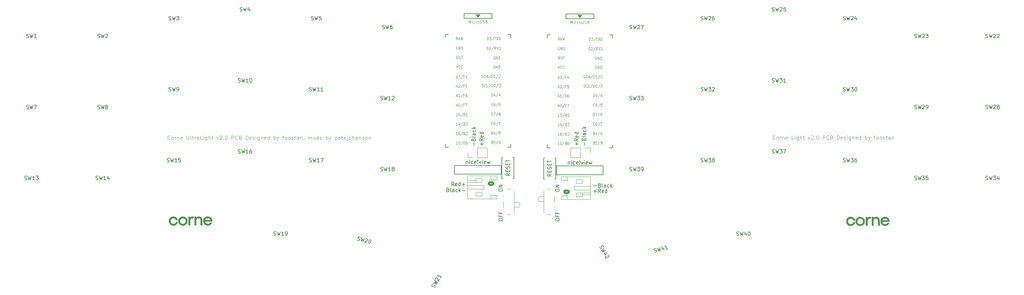
<source format=gto>
G04 #@! TF.GenerationSoftware,KiCad,Pcbnew,(6.0.10-0)*
G04 #@! TF.CreationDate,2023-01-29T16:26:49+09:00*
G04 #@! TF.ProjectId,corne-ultralight,636f726e-652d-4756-9c74-72616c696768,2.0*
G04 #@! TF.SameCoordinates,Original*
G04 #@! TF.FileFunction,Legend,Top*
G04 #@! TF.FilePolarity,Positive*
%FSLAX46Y46*%
G04 Gerber Fmt 4.6, Leading zero omitted, Abs format (unit mm)*
G04 Created by KiCad (PCBNEW (6.0.10-0)) date 2023-01-29 16:26:49*
%MOMM*%
%LPD*%
G01*
G04 APERTURE LIST*
G04 Aperture macros list*
%AMRoundRect*
0 Rectangle with rounded corners*
0 $1 Rounding radius*
0 $2 $3 $4 $5 $6 $7 $8 $9 X,Y pos of 4 corners*
0 Add a 4 corners polygon primitive as box body*
4,1,4,$2,$3,$4,$5,$6,$7,$8,$9,$2,$3,0*
0 Add four circle primitives for the rounded corners*
1,1,$1+$1,$2,$3*
1,1,$1+$1,$4,$5*
1,1,$1+$1,$6,$7*
1,1,$1+$1,$8,$9*
0 Add four rect primitives between the rounded corners*
20,1,$1+$1,$2,$3,$4,$5,0*
20,1,$1+$1,$4,$5,$6,$7,0*
20,1,$1+$1,$6,$7,$8,$9,0*
20,1,$1+$1,$8,$9,$2,$3,0*%
G04 Aperture macros list end*
%ADD10C,0.125000*%
%ADD11C,0.150000*%
%ADD12C,0.120000*%
%ADD13C,0.010000*%
%ADD14C,5.000000*%
%ADD15C,1.701800*%
%ADD16C,0.990600*%
%ADD17C,2.500000*%
%ADD18C,2.286000*%
%ADD19C,2.300000*%
%ADD20C,0.300000*%
%ADD21C,0.900000*%
%ADD22R,0.800000X1.000000*%
%ADD23R,1.500000X0.700000*%
%ADD24RoundRect,0.250000X0.625000X-0.350000X0.625000X0.350000X-0.625000X0.350000X-0.625000X-0.350000X0*%
%ADD25O,1.750000X1.200000*%
%ADD26R,1.700000X1.700000*%
%ADD27O,1.700000X1.700000*%
%ADD28RoundRect,0.250000X-0.625000X0.350000X-0.625000X-0.350000X0.625000X-0.350000X0.625000X0.350000X0*%
%ADD29R,1.300000X1.778000*%
%ADD30O,1.300000X1.778000*%
%ADD31C,4.300000*%
G04 APERTURE END LIST*
D10*
X216168273Y-68917142D02*
X216120654Y-68964761D01*
X215977797Y-69012380D01*
X215882559Y-69012380D01*
X215739702Y-68964761D01*
X215644464Y-68869523D01*
X215596845Y-68774285D01*
X215549226Y-68583809D01*
X215549226Y-68440952D01*
X215596845Y-68250476D01*
X215644464Y-68155238D01*
X215739702Y-68060000D01*
X215882559Y-68012380D01*
X215977797Y-68012380D01*
X216120654Y-68060000D01*
X216168273Y-68107619D01*
X216739702Y-69012380D02*
X216644464Y-68964761D01*
X216596845Y-68917142D01*
X216549226Y-68821904D01*
X216549226Y-68536190D01*
X216596845Y-68440952D01*
X216644464Y-68393333D01*
X216739702Y-68345714D01*
X216882559Y-68345714D01*
X216977797Y-68393333D01*
X217025416Y-68440952D01*
X217073035Y-68536190D01*
X217073035Y-68821904D01*
X217025416Y-68917142D01*
X216977797Y-68964761D01*
X216882559Y-69012380D01*
X216739702Y-69012380D01*
X217501607Y-69012380D02*
X217501607Y-68345714D01*
X217501607Y-68536190D02*
X217549226Y-68440952D01*
X217596845Y-68393333D01*
X217692083Y-68345714D01*
X217787321Y-68345714D01*
X218120654Y-68345714D02*
X218120654Y-69012380D01*
X218120654Y-68440952D02*
X218168273Y-68393333D01*
X218263511Y-68345714D01*
X218406369Y-68345714D01*
X218501607Y-68393333D01*
X218549226Y-68488571D01*
X218549226Y-69012380D01*
X219406369Y-68964761D02*
X219311130Y-69012380D01*
X219120654Y-69012380D01*
X219025416Y-68964761D01*
X218977797Y-68869523D01*
X218977797Y-68488571D01*
X219025416Y-68393333D01*
X219120654Y-68345714D01*
X219311130Y-68345714D01*
X219406369Y-68393333D01*
X219453988Y-68488571D01*
X219453988Y-68583809D01*
X218977797Y-68679047D01*
X221120654Y-69012380D02*
X220644464Y-69012380D01*
X220644464Y-68012380D01*
X221453988Y-69012380D02*
X221453988Y-68345714D01*
X221453988Y-68012380D02*
X221406369Y-68060000D01*
X221453988Y-68107619D01*
X221501607Y-68060000D01*
X221453988Y-68012380D01*
X221453988Y-68107619D01*
X222358750Y-68345714D02*
X222358750Y-69155238D01*
X222311130Y-69250476D01*
X222263511Y-69298095D01*
X222168273Y-69345714D01*
X222025416Y-69345714D01*
X221930178Y-69298095D01*
X222358750Y-68964761D02*
X222263511Y-69012380D01*
X222073035Y-69012380D01*
X221977797Y-68964761D01*
X221930178Y-68917142D01*
X221882559Y-68821904D01*
X221882559Y-68536190D01*
X221930178Y-68440952D01*
X221977797Y-68393333D01*
X222073035Y-68345714D01*
X222263511Y-68345714D01*
X222358750Y-68393333D01*
X222834940Y-69012380D02*
X222834940Y-68012380D01*
X223263511Y-69012380D02*
X223263511Y-68488571D01*
X223215892Y-68393333D01*
X223120654Y-68345714D01*
X222977797Y-68345714D01*
X222882559Y-68393333D01*
X222834940Y-68440952D01*
X223596845Y-68345714D02*
X223977797Y-68345714D01*
X223739702Y-68012380D02*
X223739702Y-68869523D01*
X223787321Y-68964761D01*
X223882559Y-69012380D01*
X223977797Y-69012380D01*
X224977797Y-68345714D02*
X225215892Y-69012380D01*
X225453988Y-68345714D01*
X225787321Y-68107619D02*
X225834940Y-68060000D01*
X225930178Y-68012380D01*
X226168273Y-68012380D01*
X226263511Y-68060000D01*
X226311130Y-68107619D01*
X226358750Y-68202857D01*
X226358750Y-68298095D01*
X226311130Y-68440952D01*
X225739702Y-69012380D01*
X226358750Y-69012380D01*
X226787321Y-68917142D02*
X226834940Y-68964761D01*
X226787321Y-69012380D01*
X226739702Y-68964761D01*
X226787321Y-68917142D01*
X226787321Y-69012380D01*
X227453988Y-68012380D02*
X227549226Y-68012380D01*
X227644464Y-68060000D01*
X227692083Y-68107619D01*
X227739702Y-68202857D01*
X227787321Y-68393333D01*
X227787321Y-68631428D01*
X227739702Y-68821904D01*
X227692083Y-68917142D01*
X227644464Y-68964761D01*
X227549226Y-69012380D01*
X227453988Y-69012380D01*
X227358750Y-68964761D01*
X227311130Y-68917142D01*
X227263511Y-68821904D01*
X227215892Y-68631428D01*
X227215892Y-68393333D01*
X227263511Y-68202857D01*
X227311130Y-68107619D01*
X227358750Y-68060000D01*
X227453988Y-68012380D01*
X228977797Y-69012380D02*
X228977797Y-68012380D01*
X229358750Y-68012380D01*
X229453988Y-68060000D01*
X229501607Y-68107619D01*
X229549226Y-68202857D01*
X229549226Y-68345714D01*
X229501607Y-68440952D01*
X229453988Y-68488571D01*
X229358750Y-68536190D01*
X228977797Y-68536190D01*
X230549226Y-68917142D02*
X230501607Y-68964761D01*
X230358750Y-69012380D01*
X230263511Y-69012380D01*
X230120654Y-68964761D01*
X230025416Y-68869523D01*
X229977797Y-68774285D01*
X229930178Y-68583809D01*
X229930178Y-68440952D01*
X229977797Y-68250476D01*
X230025416Y-68155238D01*
X230120654Y-68060000D01*
X230263511Y-68012380D01*
X230358750Y-68012380D01*
X230501607Y-68060000D01*
X230549226Y-68107619D01*
X231311130Y-68488571D02*
X231453988Y-68536190D01*
X231501607Y-68583809D01*
X231549226Y-68679047D01*
X231549226Y-68821904D01*
X231501607Y-68917142D01*
X231453988Y-68964761D01*
X231358750Y-69012380D01*
X230977797Y-69012380D01*
X230977797Y-68012380D01*
X231311130Y-68012380D01*
X231406369Y-68060000D01*
X231453988Y-68107619D01*
X231501607Y-68202857D01*
X231501607Y-68298095D01*
X231453988Y-68393333D01*
X231406369Y-68440952D01*
X231311130Y-68488571D01*
X230977797Y-68488571D01*
X232739702Y-69012380D02*
X232739702Y-68012380D01*
X232977797Y-68012380D01*
X233120654Y-68060000D01*
X233215892Y-68155238D01*
X233263511Y-68250476D01*
X233311130Y-68440952D01*
X233311130Y-68583809D01*
X233263511Y-68774285D01*
X233215892Y-68869523D01*
X233120654Y-68964761D01*
X232977797Y-69012380D01*
X232739702Y-69012380D01*
X234120654Y-68964761D02*
X234025416Y-69012380D01*
X233834940Y-69012380D01*
X233739702Y-68964761D01*
X233692083Y-68869523D01*
X233692083Y-68488571D01*
X233739702Y-68393333D01*
X233834940Y-68345714D01*
X234025416Y-68345714D01*
X234120654Y-68393333D01*
X234168273Y-68488571D01*
X234168273Y-68583809D01*
X233692083Y-68679047D01*
X234549226Y-68964761D02*
X234644464Y-69012380D01*
X234834940Y-69012380D01*
X234930178Y-68964761D01*
X234977797Y-68869523D01*
X234977797Y-68821904D01*
X234930178Y-68726666D01*
X234834940Y-68679047D01*
X234692083Y-68679047D01*
X234596845Y-68631428D01*
X234549226Y-68536190D01*
X234549226Y-68488571D01*
X234596845Y-68393333D01*
X234692083Y-68345714D01*
X234834940Y-68345714D01*
X234930178Y-68393333D01*
X235406369Y-69012380D02*
X235406369Y-68345714D01*
X235406369Y-68012380D02*
X235358750Y-68060000D01*
X235406369Y-68107619D01*
X235453988Y-68060000D01*
X235406369Y-68012380D01*
X235406369Y-68107619D01*
X236311130Y-68345714D02*
X236311130Y-69155238D01*
X236263511Y-69250476D01*
X236215892Y-69298095D01*
X236120654Y-69345714D01*
X235977797Y-69345714D01*
X235882559Y-69298095D01*
X236311130Y-68964761D02*
X236215892Y-69012380D01*
X236025416Y-69012380D01*
X235930178Y-68964761D01*
X235882559Y-68917142D01*
X235834940Y-68821904D01*
X235834940Y-68536190D01*
X235882559Y-68440952D01*
X235930178Y-68393333D01*
X236025416Y-68345714D01*
X236215892Y-68345714D01*
X236311130Y-68393333D01*
X236787321Y-68345714D02*
X236787321Y-69012380D01*
X236787321Y-68440952D02*
X236834940Y-68393333D01*
X236930178Y-68345714D01*
X237073035Y-68345714D01*
X237168273Y-68393333D01*
X237215892Y-68488571D01*
X237215892Y-69012380D01*
X238073035Y-68964761D02*
X237977797Y-69012380D01*
X237787321Y-69012380D01*
X237692083Y-68964761D01*
X237644464Y-68869523D01*
X237644464Y-68488571D01*
X237692083Y-68393333D01*
X237787321Y-68345714D01*
X237977797Y-68345714D01*
X238073035Y-68393333D01*
X238120654Y-68488571D01*
X238120654Y-68583809D01*
X237644464Y-68679047D01*
X238977797Y-69012380D02*
X238977797Y-68012380D01*
X238977797Y-68964761D02*
X238882559Y-69012380D01*
X238692083Y-69012380D01*
X238596845Y-68964761D01*
X238549226Y-68917142D01*
X238501607Y-68821904D01*
X238501607Y-68536190D01*
X238549226Y-68440952D01*
X238596845Y-68393333D01*
X238692083Y-68345714D01*
X238882559Y-68345714D01*
X238977797Y-68393333D01*
X240215892Y-69012380D02*
X240215892Y-68012380D01*
X240215892Y-68393333D02*
X240311130Y-68345714D01*
X240501607Y-68345714D01*
X240596845Y-68393333D01*
X240644464Y-68440952D01*
X240692083Y-68536190D01*
X240692083Y-68821904D01*
X240644464Y-68917142D01*
X240596845Y-68964761D01*
X240501607Y-69012380D01*
X240311130Y-69012380D01*
X240215892Y-68964761D01*
X241025416Y-68345714D02*
X241263511Y-69012380D01*
X241501607Y-68345714D02*
X241263511Y-69012380D01*
X241168273Y-69250476D01*
X241120654Y-69298095D01*
X241025416Y-69345714D01*
X242501607Y-68345714D02*
X242882559Y-68345714D01*
X242644464Y-69012380D02*
X242644464Y-68155238D01*
X242692083Y-68060000D01*
X242787321Y-68012380D01*
X242882559Y-68012380D01*
X243358750Y-69012380D02*
X243263511Y-68964761D01*
X243215892Y-68917142D01*
X243168273Y-68821904D01*
X243168273Y-68536190D01*
X243215892Y-68440952D01*
X243263511Y-68393333D01*
X243358750Y-68345714D01*
X243501607Y-68345714D01*
X243596845Y-68393333D01*
X243644464Y-68440952D01*
X243692083Y-68536190D01*
X243692083Y-68821904D01*
X243644464Y-68917142D01*
X243596845Y-68964761D01*
X243501607Y-69012380D01*
X243358750Y-69012380D01*
X244263511Y-69012380D02*
X244168273Y-68964761D01*
X244120654Y-68917142D01*
X244073035Y-68821904D01*
X244073035Y-68536190D01*
X244120654Y-68440952D01*
X244168273Y-68393333D01*
X244263511Y-68345714D01*
X244406369Y-68345714D01*
X244501607Y-68393333D01*
X244549226Y-68440952D01*
X244596845Y-68536190D01*
X244596845Y-68821904D01*
X244549226Y-68917142D01*
X244501607Y-68964761D01*
X244406369Y-69012380D01*
X244263511Y-69012380D01*
X244977797Y-68964761D02*
X245073035Y-69012380D01*
X245263511Y-69012380D01*
X245358750Y-68964761D01*
X245406369Y-68869523D01*
X245406369Y-68821904D01*
X245358750Y-68726666D01*
X245263511Y-68679047D01*
X245120654Y-68679047D01*
X245025416Y-68631428D01*
X244977797Y-68536190D01*
X244977797Y-68488571D01*
X245025416Y-68393333D01*
X245120654Y-68345714D01*
X245263511Y-68345714D01*
X245358750Y-68393333D01*
X245692083Y-68345714D02*
X246073035Y-68345714D01*
X245834940Y-68012380D02*
X245834940Y-68869523D01*
X245882559Y-68964761D01*
X245977797Y-69012380D01*
X246073035Y-69012380D01*
X246834940Y-69012380D02*
X246834940Y-68488571D01*
X246787321Y-68393333D01*
X246692083Y-68345714D01*
X246501607Y-68345714D01*
X246406369Y-68393333D01*
X246834940Y-68964761D02*
X246739702Y-69012380D01*
X246501607Y-69012380D01*
X246406369Y-68964761D01*
X246358750Y-68869523D01*
X246358750Y-68774285D01*
X246406369Y-68679047D01*
X246501607Y-68631428D01*
X246739702Y-68631428D01*
X246834940Y-68583809D01*
X247311130Y-68345714D02*
X247311130Y-69012380D01*
X247311130Y-68440952D02*
X247358750Y-68393333D01*
X247453988Y-68345714D01*
X247596845Y-68345714D01*
X247692083Y-68393333D01*
X247739702Y-68488571D01*
X247739702Y-69012380D01*
X54658273Y-68957142D02*
X54610654Y-69004761D01*
X54467797Y-69052380D01*
X54372559Y-69052380D01*
X54229702Y-69004761D01*
X54134464Y-68909523D01*
X54086845Y-68814285D01*
X54039226Y-68623809D01*
X54039226Y-68480952D01*
X54086845Y-68290476D01*
X54134464Y-68195238D01*
X54229702Y-68100000D01*
X54372559Y-68052380D01*
X54467797Y-68052380D01*
X54610654Y-68100000D01*
X54658273Y-68147619D01*
X55229702Y-69052380D02*
X55134464Y-69004761D01*
X55086845Y-68957142D01*
X55039226Y-68861904D01*
X55039226Y-68576190D01*
X55086845Y-68480952D01*
X55134464Y-68433333D01*
X55229702Y-68385714D01*
X55372559Y-68385714D01*
X55467797Y-68433333D01*
X55515416Y-68480952D01*
X55563035Y-68576190D01*
X55563035Y-68861904D01*
X55515416Y-68957142D01*
X55467797Y-69004761D01*
X55372559Y-69052380D01*
X55229702Y-69052380D01*
X55991607Y-69052380D02*
X55991607Y-68385714D01*
X55991607Y-68576190D02*
X56039226Y-68480952D01*
X56086845Y-68433333D01*
X56182083Y-68385714D01*
X56277321Y-68385714D01*
X56610654Y-68385714D02*
X56610654Y-69052380D01*
X56610654Y-68480952D02*
X56658273Y-68433333D01*
X56753511Y-68385714D01*
X56896369Y-68385714D01*
X56991607Y-68433333D01*
X57039226Y-68528571D01*
X57039226Y-69052380D01*
X57896369Y-69004761D02*
X57801130Y-69052380D01*
X57610654Y-69052380D01*
X57515416Y-69004761D01*
X57467797Y-68909523D01*
X57467797Y-68528571D01*
X57515416Y-68433333D01*
X57610654Y-68385714D01*
X57801130Y-68385714D01*
X57896369Y-68433333D01*
X57943988Y-68528571D01*
X57943988Y-68623809D01*
X57467797Y-68719047D01*
X59134464Y-68052380D02*
X59134464Y-68861904D01*
X59182083Y-68957142D01*
X59229702Y-69004761D01*
X59324940Y-69052380D01*
X59515416Y-69052380D01*
X59610654Y-69004761D01*
X59658273Y-68957142D01*
X59705892Y-68861904D01*
X59705892Y-68052380D01*
X60324940Y-69052380D02*
X60229702Y-69004761D01*
X60182083Y-68909523D01*
X60182083Y-68052380D01*
X60563035Y-68385714D02*
X60943988Y-68385714D01*
X60705892Y-68052380D02*
X60705892Y-68909523D01*
X60753511Y-69004761D01*
X60848750Y-69052380D01*
X60943988Y-69052380D01*
X61277321Y-69052380D02*
X61277321Y-68385714D01*
X61277321Y-68576190D02*
X61324940Y-68480952D01*
X61372559Y-68433333D01*
X61467797Y-68385714D01*
X61563035Y-68385714D01*
X62324940Y-69052380D02*
X62324940Y-68528571D01*
X62277321Y-68433333D01*
X62182083Y-68385714D01*
X61991607Y-68385714D01*
X61896369Y-68433333D01*
X62324940Y-69004761D02*
X62229702Y-69052380D01*
X61991607Y-69052380D01*
X61896369Y-69004761D01*
X61848750Y-68909523D01*
X61848750Y-68814285D01*
X61896369Y-68719047D01*
X61991607Y-68671428D01*
X62229702Y-68671428D01*
X62324940Y-68623809D01*
X63277321Y-69052380D02*
X62801130Y-69052380D01*
X62801130Y-68052380D01*
X63610654Y-69052380D02*
X63610654Y-68385714D01*
X63610654Y-68052380D02*
X63563035Y-68100000D01*
X63610654Y-68147619D01*
X63658273Y-68100000D01*
X63610654Y-68052380D01*
X63610654Y-68147619D01*
X64515416Y-68385714D02*
X64515416Y-69195238D01*
X64467797Y-69290476D01*
X64420178Y-69338095D01*
X64324940Y-69385714D01*
X64182083Y-69385714D01*
X64086845Y-69338095D01*
X64515416Y-69004761D02*
X64420178Y-69052380D01*
X64229702Y-69052380D01*
X64134464Y-69004761D01*
X64086845Y-68957142D01*
X64039226Y-68861904D01*
X64039226Y-68576190D01*
X64086845Y-68480952D01*
X64134464Y-68433333D01*
X64229702Y-68385714D01*
X64420178Y-68385714D01*
X64515416Y-68433333D01*
X64991607Y-69052380D02*
X64991607Y-68052380D01*
X65420178Y-69052380D02*
X65420178Y-68528571D01*
X65372559Y-68433333D01*
X65277321Y-68385714D01*
X65134464Y-68385714D01*
X65039226Y-68433333D01*
X64991607Y-68480952D01*
X65753511Y-68385714D02*
X66134464Y-68385714D01*
X65896369Y-68052380D02*
X65896369Y-68909523D01*
X65943988Y-69004761D01*
X66039226Y-69052380D01*
X66134464Y-69052380D01*
X67134464Y-68385714D02*
X67372559Y-69052380D01*
X67610654Y-68385714D01*
X67943988Y-68147619D02*
X67991607Y-68100000D01*
X68086845Y-68052380D01*
X68324940Y-68052380D01*
X68420178Y-68100000D01*
X68467797Y-68147619D01*
X68515416Y-68242857D01*
X68515416Y-68338095D01*
X68467797Y-68480952D01*
X67896369Y-69052380D01*
X68515416Y-69052380D01*
X68943988Y-68957142D02*
X68991607Y-69004761D01*
X68943988Y-69052380D01*
X68896369Y-69004761D01*
X68943988Y-68957142D01*
X68943988Y-69052380D01*
X69610654Y-68052380D02*
X69705892Y-68052380D01*
X69801130Y-68100000D01*
X69848750Y-68147619D01*
X69896369Y-68242857D01*
X69943988Y-68433333D01*
X69943988Y-68671428D01*
X69896369Y-68861904D01*
X69848750Y-68957142D01*
X69801130Y-69004761D01*
X69705892Y-69052380D01*
X69610654Y-69052380D01*
X69515416Y-69004761D01*
X69467797Y-68957142D01*
X69420178Y-68861904D01*
X69372559Y-68671428D01*
X69372559Y-68433333D01*
X69420178Y-68242857D01*
X69467797Y-68147619D01*
X69515416Y-68100000D01*
X69610654Y-68052380D01*
X71134464Y-69052380D02*
X71134464Y-68052380D01*
X71515416Y-68052380D01*
X71610654Y-68100000D01*
X71658273Y-68147619D01*
X71705892Y-68242857D01*
X71705892Y-68385714D01*
X71658273Y-68480952D01*
X71610654Y-68528571D01*
X71515416Y-68576190D01*
X71134464Y-68576190D01*
X72705892Y-68957142D02*
X72658273Y-69004761D01*
X72515416Y-69052380D01*
X72420178Y-69052380D01*
X72277321Y-69004761D01*
X72182083Y-68909523D01*
X72134464Y-68814285D01*
X72086845Y-68623809D01*
X72086845Y-68480952D01*
X72134464Y-68290476D01*
X72182083Y-68195238D01*
X72277321Y-68100000D01*
X72420178Y-68052380D01*
X72515416Y-68052380D01*
X72658273Y-68100000D01*
X72705892Y-68147619D01*
X73467797Y-68528571D02*
X73610654Y-68576190D01*
X73658273Y-68623809D01*
X73705892Y-68719047D01*
X73705892Y-68861904D01*
X73658273Y-68957142D01*
X73610654Y-69004761D01*
X73515416Y-69052380D01*
X73134464Y-69052380D01*
X73134464Y-68052380D01*
X73467797Y-68052380D01*
X73563035Y-68100000D01*
X73610654Y-68147619D01*
X73658273Y-68242857D01*
X73658273Y-68338095D01*
X73610654Y-68433333D01*
X73563035Y-68480952D01*
X73467797Y-68528571D01*
X73134464Y-68528571D01*
X74896369Y-69052380D02*
X74896369Y-68052380D01*
X75134464Y-68052380D01*
X75277321Y-68100000D01*
X75372559Y-68195238D01*
X75420178Y-68290476D01*
X75467797Y-68480952D01*
X75467797Y-68623809D01*
X75420178Y-68814285D01*
X75372559Y-68909523D01*
X75277321Y-69004761D01*
X75134464Y-69052380D01*
X74896369Y-69052380D01*
X76277321Y-69004761D02*
X76182083Y-69052380D01*
X75991607Y-69052380D01*
X75896369Y-69004761D01*
X75848750Y-68909523D01*
X75848750Y-68528571D01*
X75896369Y-68433333D01*
X75991607Y-68385714D01*
X76182083Y-68385714D01*
X76277321Y-68433333D01*
X76324940Y-68528571D01*
X76324940Y-68623809D01*
X75848750Y-68719047D01*
X76705892Y-69004761D02*
X76801130Y-69052380D01*
X76991607Y-69052380D01*
X77086845Y-69004761D01*
X77134464Y-68909523D01*
X77134464Y-68861904D01*
X77086845Y-68766666D01*
X76991607Y-68719047D01*
X76848750Y-68719047D01*
X76753511Y-68671428D01*
X76705892Y-68576190D01*
X76705892Y-68528571D01*
X76753511Y-68433333D01*
X76848750Y-68385714D01*
X76991607Y-68385714D01*
X77086845Y-68433333D01*
X77563035Y-69052380D02*
X77563035Y-68385714D01*
X77563035Y-68052380D02*
X77515416Y-68100000D01*
X77563035Y-68147619D01*
X77610654Y-68100000D01*
X77563035Y-68052380D01*
X77563035Y-68147619D01*
X78467797Y-68385714D02*
X78467797Y-69195238D01*
X78420178Y-69290476D01*
X78372559Y-69338095D01*
X78277321Y-69385714D01*
X78134464Y-69385714D01*
X78039226Y-69338095D01*
X78467797Y-69004761D02*
X78372559Y-69052380D01*
X78182083Y-69052380D01*
X78086845Y-69004761D01*
X78039226Y-68957142D01*
X77991607Y-68861904D01*
X77991607Y-68576190D01*
X78039226Y-68480952D01*
X78086845Y-68433333D01*
X78182083Y-68385714D01*
X78372559Y-68385714D01*
X78467797Y-68433333D01*
X78943988Y-68385714D02*
X78943988Y-69052380D01*
X78943988Y-68480952D02*
X78991607Y-68433333D01*
X79086845Y-68385714D01*
X79229702Y-68385714D01*
X79324940Y-68433333D01*
X79372559Y-68528571D01*
X79372559Y-69052380D01*
X80229702Y-69004761D02*
X80134464Y-69052380D01*
X79943988Y-69052380D01*
X79848750Y-69004761D01*
X79801130Y-68909523D01*
X79801130Y-68528571D01*
X79848750Y-68433333D01*
X79943988Y-68385714D01*
X80134464Y-68385714D01*
X80229702Y-68433333D01*
X80277321Y-68528571D01*
X80277321Y-68623809D01*
X79801130Y-68719047D01*
X81134464Y-69052380D02*
X81134464Y-68052380D01*
X81134464Y-69004761D02*
X81039226Y-69052380D01*
X80848750Y-69052380D01*
X80753511Y-69004761D01*
X80705892Y-68957142D01*
X80658273Y-68861904D01*
X80658273Y-68576190D01*
X80705892Y-68480952D01*
X80753511Y-68433333D01*
X80848750Y-68385714D01*
X81039226Y-68385714D01*
X81134464Y-68433333D01*
X82372559Y-69052380D02*
X82372559Y-68052380D01*
X82372559Y-68433333D02*
X82467797Y-68385714D01*
X82658273Y-68385714D01*
X82753511Y-68433333D01*
X82801130Y-68480952D01*
X82848750Y-68576190D01*
X82848750Y-68861904D01*
X82801130Y-68957142D01*
X82753511Y-69004761D01*
X82658273Y-69052380D01*
X82467797Y-69052380D01*
X82372559Y-69004761D01*
X83182083Y-68385714D02*
X83420178Y-69052380D01*
X83658273Y-68385714D02*
X83420178Y-69052380D01*
X83324940Y-69290476D01*
X83277321Y-69338095D01*
X83182083Y-69385714D01*
X84658273Y-68385714D02*
X85039226Y-68385714D01*
X84801130Y-69052380D02*
X84801130Y-68195238D01*
X84848750Y-68100000D01*
X84943988Y-68052380D01*
X85039226Y-68052380D01*
X85515416Y-69052380D02*
X85420178Y-69004761D01*
X85372559Y-68957142D01*
X85324940Y-68861904D01*
X85324940Y-68576190D01*
X85372559Y-68480952D01*
X85420178Y-68433333D01*
X85515416Y-68385714D01*
X85658273Y-68385714D01*
X85753511Y-68433333D01*
X85801130Y-68480952D01*
X85848749Y-68576190D01*
X85848749Y-68861904D01*
X85801130Y-68957142D01*
X85753511Y-69004761D01*
X85658273Y-69052380D01*
X85515416Y-69052380D01*
X86420178Y-69052380D02*
X86324940Y-69004761D01*
X86277321Y-68957142D01*
X86229702Y-68861904D01*
X86229702Y-68576190D01*
X86277321Y-68480952D01*
X86324940Y-68433333D01*
X86420178Y-68385714D01*
X86563035Y-68385714D01*
X86658273Y-68433333D01*
X86705892Y-68480952D01*
X86753511Y-68576190D01*
X86753511Y-68861904D01*
X86705892Y-68957142D01*
X86658273Y-69004761D01*
X86563035Y-69052380D01*
X86420178Y-69052380D01*
X87134464Y-69004761D02*
X87229702Y-69052380D01*
X87420178Y-69052380D01*
X87515416Y-69004761D01*
X87563035Y-68909523D01*
X87563035Y-68861904D01*
X87515416Y-68766666D01*
X87420178Y-68719047D01*
X87277321Y-68719047D01*
X87182083Y-68671428D01*
X87134464Y-68576190D01*
X87134464Y-68528571D01*
X87182083Y-68433333D01*
X87277321Y-68385714D01*
X87420178Y-68385714D01*
X87515416Y-68433333D01*
X87848749Y-68385714D02*
X88229702Y-68385714D01*
X87991607Y-68052380D02*
X87991607Y-68909523D01*
X88039226Y-69004761D01*
X88134464Y-69052380D01*
X88229702Y-69052380D01*
X88991607Y-69052380D02*
X88991607Y-68528571D01*
X88943988Y-68433333D01*
X88848749Y-68385714D01*
X88658273Y-68385714D01*
X88563035Y-68433333D01*
X88991607Y-69004761D02*
X88896369Y-69052380D01*
X88658273Y-69052380D01*
X88563035Y-69004761D01*
X88515416Y-68909523D01*
X88515416Y-68814285D01*
X88563035Y-68719047D01*
X88658273Y-68671428D01*
X88896369Y-68671428D01*
X88991607Y-68623809D01*
X89467797Y-68385714D02*
X89467797Y-69052380D01*
X89467797Y-68480952D02*
X89515416Y-68433333D01*
X89610654Y-68385714D01*
X89753511Y-68385714D01*
X89848749Y-68433333D01*
X89896369Y-68528571D01*
X89896369Y-69052380D01*
X90420178Y-69004761D02*
X90420178Y-69052380D01*
X90372559Y-69147619D01*
X90324940Y-69195238D01*
X91610654Y-69052380D02*
X91610654Y-68385714D01*
X91610654Y-68480952D02*
X91658273Y-68433333D01*
X91753511Y-68385714D01*
X91896369Y-68385714D01*
X91991607Y-68433333D01*
X92039226Y-68528571D01*
X92039226Y-69052380D01*
X92039226Y-68528571D02*
X92086845Y-68433333D01*
X92182083Y-68385714D01*
X92324940Y-68385714D01*
X92420178Y-68433333D01*
X92467797Y-68528571D01*
X92467797Y-69052380D01*
X93086845Y-69052380D02*
X92991607Y-69004761D01*
X92943988Y-68957142D01*
X92896369Y-68861904D01*
X92896369Y-68576190D01*
X92943988Y-68480952D01*
X92991607Y-68433333D01*
X93086845Y-68385714D01*
X93229702Y-68385714D01*
X93324940Y-68433333D01*
X93372559Y-68480952D01*
X93420178Y-68576190D01*
X93420178Y-68861904D01*
X93372559Y-68957142D01*
X93324940Y-69004761D01*
X93229702Y-69052380D01*
X93086845Y-69052380D01*
X94277321Y-69052380D02*
X94277321Y-68052380D01*
X94277321Y-69004761D02*
X94182083Y-69052380D01*
X93991607Y-69052380D01*
X93896369Y-69004761D01*
X93848749Y-68957142D01*
X93801130Y-68861904D01*
X93801130Y-68576190D01*
X93848749Y-68480952D01*
X93896369Y-68433333D01*
X93991607Y-68385714D01*
X94182083Y-68385714D01*
X94277321Y-68433333D01*
X94705892Y-69004761D02*
X94801130Y-69052380D01*
X94991607Y-69052380D01*
X95086845Y-69004761D01*
X95134464Y-68909523D01*
X95134464Y-68861904D01*
X95086845Y-68766666D01*
X94991607Y-68719047D01*
X94848749Y-68719047D01*
X94753511Y-68671428D01*
X94705892Y-68576190D01*
X94705892Y-68528571D01*
X94753511Y-68433333D01*
X94848749Y-68385714D01*
X94991607Y-68385714D01*
X95086845Y-68433333D01*
X96324940Y-69052380D02*
X96324940Y-68052380D01*
X96324940Y-68433333D02*
X96420178Y-68385714D01*
X96610654Y-68385714D01*
X96705892Y-68433333D01*
X96753511Y-68480952D01*
X96801130Y-68576190D01*
X96801130Y-68861904D01*
X96753511Y-68957142D01*
X96705892Y-69004761D01*
X96610654Y-69052380D01*
X96420178Y-69052380D01*
X96324940Y-69004761D01*
X97134464Y-68385714D02*
X97372559Y-69052380D01*
X97610654Y-68385714D02*
X97372559Y-69052380D01*
X97277321Y-69290476D01*
X97229702Y-69338095D01*
X97134464Y-69385714D01*
X98753511Y-68385714D02*
X98753511Y-69385714D01*
X98753511Y-68433333D02*
X98848749Y-68385714D01*
X99039226Y-68385714D01*
X99134464Y-68433333D01*
X99182083Y-68480952D01*
X99229702Y-68576190D01*
X99229702Y-68861904D01*
X99182083Y-68957142D01*
X99134464Y-69004761D01*
X99039226Y-69052380D01*
X98848749Y-69052380D01*
X98753511Y-69004761D01*
X100039226Y-69004761D02*
X99943988Y-69052380D01*
X99753511Y-69052380D01*
X99658273Y-69004761D01*
X99610654Y-68909523D01*
X99610654Y-68528571D01*
X99658273Y-68433333D01*
X99753511Y-68385714D01*
X99943988Y-68385714D01*
X100039226Y-68433333D01*
X100086845Y-68528571D01*
X100086845Y-68623809D01*
X99610654Y-68719047D01*
X100372559Y-68385714D02*
X100753511Y-68385714D01*
X100515416Y-68052380D02*
X100515416Y-68909523D01*
X100563035Y-69004761D01*
X100658273Y-69052380D01*
X100753511Y-69052380D01*
X101467797Y-69004761D02*
X101372559Y-69052380D01*
X101182083Y-69052380D01*
X101086845Y-69004761D01*
X101039226Y-68909523D01*
X101039226Y-68528571D01*
X101086845Y-68433333D01*
X101182083Y-68385714D01*
X101372559Y-68385714D01*
X101467797Y-68433333D01*
X101515416Y-68528571D01*
X101515416Y-68623809D01*
X101039226Y-68719047D01*
X101943988Y-68385714D02*
X101943988Y-69242857D01*
X101896369Y-69338095D01*
X101801130Y-69385714D01*
X101753511Y-69385714D01*
X101943988Y-68052380D02*
X101896369Y-68100000D01*
X101943988Y-68147619D01*
X101991607Y-68100000D01*
X101943988Y-68052380D01*
X101943988Y-68147619D01*
X102563035Y-69052380D02*
X102467797Y-69004761D01*
X102420178Y-68957142D01*
X102372559Y-68861904D01*
X102372559Y-68576190D01*
X102420178Y-68480952D01*
X102467797Y-68433333D01*
X102563035Y-68385714D01*
X102705892Y-68385714D01*
X102801130Y-68433333D01*
X102848749Y-68480952D01*
X102896369Y-68576190D01*
X102896369Y-68861904D01*
X102848749Y-68957142D01*
X102801130Y-69004761D01*
X102705892Y-69052380D01*
X102563035Y-69052380D01*
X103324940Y-69052380D02*
X103324940Y-68052380D01*
X103753511Y-69052380D02*
X103753511Y-68528571D01*
X103705892Y-68433333D01*
X103610654Y-68385714D01*
X103467797Y-68385714D01*
X103372559Y-68433333D01*
X103324940Y-68480952D01*
X104658273Y-69052380D02*
X104658273Y-68528571D01*
X104610654Y-68433333D01*
X104515416Y-68385714D01*
X104324940Y-68385714D01*
X104229702Y-68433333D01*
X104658273Y-69004761D02*
X104563035Y-69052380D01*
X104324940Y-69052380D01*
X104229702Y-69004761D01*
X104182083Y-68909523D01*
X104182083Y-68814285D01*
X104229702Y-68719047D01*
X104324940Y-68671428D01*
X104563035Y-68671428D01*
X104658273Y-68623809D01*
X105134464Y-68385714D02*
X105134464Y-69052380D01*
X105134464Y-68480952D02*
X105182083Y-68433333D01*
X105277321Y-68385714D01*
X105420178Y-68385714D01*
X105515416Y-68433333D01*
X105563035Y-68528571D01*
X105563035Y-69052380D01*
X105991607Y-69004761D02*
X106086845Y-69052380D01*
X106277321Y-69052380D01*
X106372559Y-69004761D01*
X106420178Y-68909523D01*
X106420178Y-68861904D01*
X106372559Y-68766666D01*
X106277321Y-68719047D01*
X106134464Y-68719047D01*
X106039226Y-68671428D01*
X105991607Y-68576190D01*
X105991607Y-68528571D01*
X106039226Y-68433333D01*
X106134464Y-68385714D01*
X106277321Y-68385714D01*
X106372559Y-68433333D01*
X106991607Y-69052380D02*
X106896369Y-69004761D01*
X106848749Y-68957142D01*
X106801130Y-68861904D01*
X106801130Y-68576190D01*
X106848749Y-68480952D01*
X106896369Y-68433333D01*
X106991607Y-68385714D01*
X107134464Y-68385714D01*
X107229702Y-68433333D01*
X107277321Y-68480952D01*
X107324940Y-68576190D01*
X107324940Y-68861904D01*
X107277321Y-68957142D01*
X107229702Y-69004761D01*
X107134464Y-69052380D01*
X106991607Y-69052380D01*
X107753511Y-68385714D02*
X107753511Y-69052380D01*
X107753511Y-68480952D02*
X107801130Y-68433333D01*
X107896369Y-68385714D01*
X108039226Y-68385714D01*
X108134464Y-68433333D01*
X108182083Y-68528571D01*
X108182083Y-69052380D01*
D11*
X167773095Y-81466428D02*
X168535000Y-81466428D01*
X169344523Y-81323571D02*
X169487380Y-81371190D01*
X169535000Y-81418809D01*
X169582619Y-81514047D01*
X169582619Y-81656904D01*
X169535000Y-81752142D01*
X169487380Y-81799761D01*
X169392142Y-81847380D01*
X169011190Y-81847380D01*
X169011190Y-80847380D01*
X169344523Y-80847380D01*
X169439761Y-80895000D01*
X169487380Y-80942619D01*
X169535000Y-81037857D01*
X169535000Y-81133095D01*
X169487380Y-81228333D01*
X169439761Y-81275952D01*
X169344523Y-81323571D01*
X169011190Y-81323571D01*
X170154047Y-81847380D02*
X170058809Y-81799761D01*
X170011190Y-81704523D01*
X170011190Y-80847380D01*
X170963571Y-81847380D02*
X170963571Y-81323571D01*
X170915952Y-81228333D01*
X170820714Y-81180714D01*
X170630238Y-81180714D01*
X170535000Y-81228333D01*
X170963571Y-81799761D02*
X170868333Y-81847380D01*
X170630238Y-81847380D01*
X170535000Y-81799761D01*
X170487380Y-81704523D01*
X170487380Y-81609285D01*
X170535000Y-81514047D01*
X170630238Y-81466428D01*
X170868333Y-81466428D01*
X170963571Y-81418809D01*
X171868333Y-81799761D02*
X171773095Y-81847380D01*
X171582619Y-81847380D01*
X171487380Y-81799761D01*
X171439761Y-81752142D01*
X171392142Y-81656904D01*
X171392142Y-81371190D01*
X171439761Y-81275952D01*
X171487380Y-81228333D01*
X171582619Y-81180714D01*
X171773095Y-81180714D01*
X171868333Y-81228333D01*
X172296904Y-81847380D02*
X172296904Y-80847380D01*
X172392142Y-81466428D02*
X172677857Y-81847380D01*
X172677857Y-81180714D02*
X172296904Y-81561666D01*
X157564880Y-90593928D02*
X157564880Y-90403452D01*
X157612500Y-90308214D01*
X157707738Y-90212976D01*
X157898214Y-90165357D01*
X158231547Y-90165357D01*
X158422023Y-90212976D01*
X158517261Y-90308214D01*
X158564880Y-90403452D01*
X158564880Y-90593928D01*
X158517261Y-90689166D01*
X158422023Y-90784404D01*
X158231547Y-90832023D01*
X157898214Y-90832023D01*
X157707738Y-90784404D01*
X157612500Y-90689166D01*
X157564880Y-90593928D01*
X158041071Y-89403452D02*
X158041071Y-89736785D01*
X158564880Y-89736785D02*
X157564880Y-89736785D01*
X157564880Y-89260595D01*
X158041071Y-88546309D02*
X158041071Y-88879642D01*
X158564880Y-88879642D02*
X157564880Y-88879642D01*
X157564880Y-88403452D01*
X137933928Y-70659404D02*
X137933928Y-69897500D01*
X138314880Y-70278452D02*
X137552976Y-70278452D01*
X138314880Y-68849880D02*
X137838690Y-69183214D01*
X138314880Y-69421309D02*
X137314880Y-69421309D01*
X137314880Y-69040357D01*
X137362500Y-68945119D01*
X137410119Y-68897500D01*
X137505357Y-68849880D01*
X137648214Y-68849880D01*
X137743452Y-68897500D01*
X137791071Y-68945119D01*
X137838690Y-69040357D01*
X137838690Y-69421309D01*
X138267261Y-68040357D02*
X138314880Y-68135595D01*
X138314880Y-68326071D01*
X138267261Y-68421309D01*
X138172023Y-68468928D01*
X137791071Y-68468928D01*
X137695833Y-68421309D01*
X137648214Y-68326071D01*
X137648214Y-68135595D01*
X137695833Y-68040357D01*
X137791071Y-67992738D01*
X137886309Y-67992738D01*
X137981547Y-68468928D01*
X138314880Y-67135595D02*
X137314880Y-67135595D01*
X138267261Y-67135595D02*
X138314880Y-67230833D01*
X138314880Y-67421309D01*
X138267261Y-67516547D01*
X138219642Y-67564166D01*
X138124404Y-67611785D01*
X137838690Y-67611785D01*
X137743452Y-67564166D01*
X137695833Y-67516547D01*
X137648214Y-67421309D01*
X137648214Y-67230833D01*
X137695833Y-67135595D01*
X163258928Y-70659404D02*
X163258928Y-69897500D01*
X163639880Y-70278452D02*
X162877976Y-70278452D01*
X163639880Y-68849880D02*
X163163690Y-69183214D01*
X163639880Y-69421309D02*
X162639880Y-69421309D01*
X162639880Y-69040357D01*
X162687500Y-68945119D01*
X162735119Y-68897500D01*
X162830357Y-68849880D01*
X162973214Y-68849880D01*
X163068452Y-68897500D01*
X163116071Y-68945119D01*
X163163690Y-69040357D01*
X163163690Y-69421309D01*
X163592261Y-68040357D02*
X163639880Y-68135595D01*
X163639880Y-68326071D01*
X163592261Y-68421309D01*
X163497023Y-68468928D01*
X163116071Y-68468928D01*
X163020833Y-68421309D01*
X162973214Y-68326071D01*
X162973214Y-68135595D01*
X163020833Y-68040357D01*
X163116071Y-67992738D01*
X163211309Y-67992738D01*
X163306547Y-68468928D01*
X163639880Y-67135595D02*
X162639880Y-67135595D01*
X163592261Y-67135595D02*
X163639880Y-67230833D01*
X163639880Y-67421309D01*
X163592261Y-67516547D01*
X163544642Y-67564166D01*
X163449404Y-67611785D01*
X163163690Y-67611785D01*
X163068452Y-67564166D01*
X163020833Y-67516547D01*
X162973214Y-67421309D01*
X162973214Y-67230833D01*
X163020833Y-67135595D01*
X130449523Y-81472380D02*
X130116190Y-80996190D01*
X129878095Y-81472380D02*
X129878095Y-80472380D01*
X130259047Y-80472380D01*
X130354285Y-80520000D01*
X130401904Y-80567619D01*
X130449523Y-80662857D01*
X130449523Y-80805714D01*
X130401904Y-80900952D01*
X130354285Y-80948571D01*
X130259047Y-80996190D01*
X129878095Y-80996190D01*
X131259047Y-81424761D02*
X131163809Y-81472380D01*
X130973333Y-81472380D01*
X130878095Y-81424761D01*
X130830476Y-81329523D01*
X130830476Y-80948571D01*
X130878095Y-80853333D01*
X130973333Y-80805714D01*
X131163809Y-80805714D01*
X131259047Y-80853333D01*
X131306666Y-80948571D01*
X131306666Y-81043809D01*
X130830476Y-81139047D01*
X132163809Y-81472380D02*
X132163809Y-80472380D01*
X132163809Y-81424761D02*
X132068571Y-81472380D01*
X131878095Y-81472380D01*
X131782857Y-81424761D01*
X131735238Y-81377142D01*
X131687619Y-81281904D01*
X131687619Y-80996190D01*
X131735238Y-80900952D01*
X131782857Y-80853333D01*
X131878095Y-80805714D01*
X132068571Y-80805714D01*
X132163809Y-80853333D01*
X132640000Y-81091428D02*
X133401904Y-81091428D01*
X133020952Y-81472380D02*
X133020952Y-80710476D01*
X167773095Y-82916428D02*
X168535000Y-82916428D01*
X168154047Y-83297380D02*
X168154047Y-82535476D01*
X169582619Y-83297380D02*
X169249285Y-82821190D01*
X169011190Y-83297380D02*
X169011190Y-82297380D01*
X169392142Y-82297380D01*
X169487380Y-82345000D01*
X169535000Y-82392619D01*
X169582619Y-82487857D01*
X169582619Y-82630714D01*
X169535000Y-82725952D01*
X169487380Y-82773571D01*
X169392142Y-82821190D01*
X169011190Y-82821190D01*
X170392142Y-83249761D02*
X170296904Y-83297380D01*
X170106428Y-83297380D01*
X170011190Y-83249761D01*
X169963571Y-83154523D01*
X169963571Y-82773571D01*
X170011190Y-82678333D01*
X170106428Y-82630714D01*
X170296904Y-82630714D01*
X170392142Y-82678333D01*
X170439761Y-82773571D01*
X170439761Y-82868809D01*
X169963571Y-82964047D01*
X171296904Y-83297380D02*
X171296904Y-82297380D01*
X171296904Y-83249761D02*
X171201666Y-83297380D01*
X171011190Y-83297380D01*
X170915952Y-83249761D01*
X170868333Y-83202142D01*
X170820714Y-83106904D01*
X170820714Y-82821190D01*
X170868333Y-82725952D01*
X170915952Y-82678333D01*
X171011190Y-82630714D01*
X171201666Y-82630714D01*
X171296904Y-82678333D01*
X165283928Y-70609404D02*
X165283928Y-69847500D01*
X165141071Y-69037976D02*
X165188690Y-68895119D01*
X165236309Y-68847500D01*
X165331547Y-68799880D01*
X165474404Y-68799880D01*
X165569642Y-68847500D01*
X165617261Y-68895119D01*
X165664880Y-68990357D01*
X165664880Y-69371309D01*
X164664880Y-69371309D01*
X164664880Y-69037976D01*
X164712500Y-68942738D01*
X164760119Y-68895119D01*
X164855357Y-68847500D01*
X164950595Y-68847500D01*
X165045833Y-68895119D01*
X165093452Y-68942738D01*
X165141071Y-69037976D01*
X165141071Y-69371309D01*
X165664880Y-68228452D02*
X165617261Y-68323690D01*
X165522023Y-68371309D01*
X164664880Y-68371309D01*
X165664880Y-67418928D02*
X165141071Y-67418928D01*
X165045833Y-67466547D01*
X164998214Y-67561785D01*
X164998214Y-67752261D01*
X165045833Y-67847500D01*
X165617261Y-67418928D02*
X165664880Y-67514166D01*
X165664880Y-67752261D01*
X165617261Y-67847500D01*
X165522023Y-67895119D01*
X165426785Y-67895119D01*
X165331547Y-67847500D01*
X165283928Y-67752261D01*
X165283928Y-67514166D01*
X165236309Y-67418928D01*
X165617261Y-66514166D02*
X165664880Y-66609404D01*
X165664880Y-66799880D01*
X165617261Y-66895119D01*
X165569642Y-66942738D01*
X165474404Y-66990357D01*
X165188690Y-66990357D01*
X165093452Y-66942738D01*
X165045833Y-66895119D01*
X164998214Y-66799880D01*
X164998214Y-66609404D01*
X165045833Y-66514166D01*
X165664880Y-66085595D02*
X164664880Y-66085595D01*
X165283928Y-65990357D02*
X165664880Y-65704642D01*
X164998214Y-65704642D02*
X165379166Y-66085595D01*
X142414880Y-82693928D02*
X142414880Y-82503452D01*
X142462500Y-82408214D01*
X142557738Y-82312976D01*
X142748214Y-82265357D01*
X143081547Y-82265357D01*
X143272023Y-82312976D01*
X143367261Y-82408214D01*
X143414880Y-82503452D01*
X143414880Y-82693928D01*
X143367261Y-82789166D01*
X143272023Y-82884404D01*
X143081547Y-82932023D01*
X142748214Y-82932023D01*
X142557738Y-82884404D01*
X142462500Y-82789166D01*
X142414880Y-82693928D01*
X143414880Y-81836785D02*
X142414880Y-81836785D01*
X143414880Y-81265357D01*
X142414880Y-81265357D01*
X128878095Y-82548571D02*
X129020952Y-82596190D01*
X129068571Y-82643809D01*
X129116190Y-82739047D01*
X129116190Y-82881904D01*
X129068571Y-82977142D01*
X129020952Y-83024761D01*
X128925714Y-83072380D01*
X128544761Y-83072380D01*
X128544761Y-82072380D01*
X128878095Y-82072380D01*
X128973333Y-82120000D01*
X129020952Y-82167619D01*
X129068571Y-82262857D01*
X129068571Y-82358095D01*
X129020952Y-82453333D01*
X128973333Y-82500952D01*
X128878095Y-82548571D01*
X128544761Y-82548571D01*
X129687619Y-83072380D02*
X129592380Y-83024761D01*
X129544761Y-82929523D01*
X129544761Y-82072380D01*
X130497142Y-83072380D02*
X130497142Y-82548571D01*
X130449523Y-82453333D01*
X130354285Y-82405714D01*
X130163809Y-82405714D01*
X130068571Y-82453333D01*
X130497142Y-83024761D02*
X130401904Y-83072380D01*
X130163809Y-83072380D01*
X130068571Y-83024761D01*
X130020952Y-82929523D01*
X130020952Y-82834285D01*
X130068571Y-82739047D01*
X130163809Y-82691428D01*
X130401904Y-82691428D01*
X130497142Y-82643809D01*
X131401904Y-83024761D02*
X131306666Y-83072380D01*
X131116190Y-83072380D01*
X131020952Y-83024761D01*
X130973333Y-82977142D01*
X130925714Y-82881904D01*
X130925714Y-82596190D01*
X130973333Y-82500952D01*
X131020952Y-82453333D01*
X131116190Y-82405714D01*
X131306666Y-82405714D01*
X131401904Y-82453333D01*
X131830476Y-83072380D02*
X131830476Y-82072380D01*
X131925714Y-82691428D02*
X132211428Y-83072380D01*
X132211428Y-82405714D02*
X131830476Y-82786666D01*
X132640000Y-82691428D02*
X133401904Y-82691428D01*
X157539880Y-82693928D02*
X157539880Y-82503452D01*
X157587500Y-82408214D01*
X157682738Y-82312976D01*
X157873214Y-82265357D01*
X158206547Y-82265357D01*
X158397023Y-82312976D01*
X158492261Y-82408214D01*
X158539880Y-82503452D01*
X158539880Y-82693928D01*
X158492261Y-82789166D01*
X158397023Y-82884404D01*
X158206547Y-82932023D01*
X157873214Y-82932023D01*
X157682738Y-82884404D01*
X157587500Y-82789166D01*
X157539880Y-82693928D01*
X158539880Y-81836785D02*
X157539880Y-81836785D01*
X158539880Y-81265357D01*
X157539880Y-81265357D01*
X135808928Y-70659404D02*
X135808928Y-69897500D01*
X135666071Y-69087976D02*
X135713690Y-68945119D01*
X135761309Y-68897500D01*
X135856547Y-68849880D01*
X135999404Y-68849880D01*
X136094642Y-68897500D01*
X136142261Y-68945119D01*
X136189880Y-69040357D01*
X136189880Y-69421309D01*
X135189880Y-69421309D01*
X135189880Y-69087976D01*
X135237500Y-68992738D01*
X135285119Y-68945119D01*
X135380357Y-68897500D01*
X135475595Y-68897500D01*
X135570833Y-68945119D01*
X135618452Y-68992738D01*
X135666071Y-69087976D01*
X135666071Y-69421309D01*
X136189880Y-68278452D02*
X136142261Y-68373690D01*
X136047023Y-68421309D01*
X135189880Y-68421309D01*
X136189880Y-67468928D02*
X135666071Y-67468928D01*
X135570833Y-67516547D01*
X135523214Y-67611785D01*
X135523214Y-67802261D01*
X135570833Y-67897500D01*
X136142261Y-67468928D02*
X136189880Y-67564166D01*
X136189880Y-67802261D01*
X136142261Y-67897500D01*
X136047023Y-67945119D01*
X135951785Y-67945119D01*
X135856547Y-67897500D01*
X135808928Y-67802261D01*
X135808928Y-67564166D01*
X135761309Y-67468928D01*
X136142261Y-66564166D02*
X136189880Y-66659404D01*
X136189880Y-66849880D01*
X136142261Y-66945119D01*
X136094642Y-66992738D01*
X135999404Y-67040357D01*
X135713690Y-67040357D01*
X135618452Y-66992738D01*
X135570833Y-66945119D01*
X135523214Y-66849880D01*
X135523214Y-66659404D01*
X135570833Y-66564166D01*
X136189880Y-66135595D02*
X135189880Y-66135595D01*
X135808928Y-66040357D02*
X136189880Y-65754642D01*
X135523214Y-65754642D02*
X135904166Y-66135595D01*
X142439880Y-90593928D02*
X142439880Y-90403452D01*
X142487500Y-90308214D01*
X142582738Y-90212976D01*
X142773214Y-90165357D01*
X143106547Y-90165357D01*
X143297023Y-90212976D01*
X143392261Y-90308214D01*
X143439880Y-90403452D01*
X143439880Y-90593928D01*
X143392261Y-90689166D01*
X143297023Y-90784404D01*
X143106547Y-90832023D01*
X142773214Y-90832023D01*
X142582738Y-90784404D01*
X142487500Y-90689166D01*
X142439880Y-90593928D01*
X142916071Y-89403452D02*
X142916071Y-89736785D01*
X143439880Y-89736785D02*
X142439880Y-89736785D01*
X142439880Y-89260595D01*
X142916071Y-88546309D02*
X142916071Y-88879642D01*
X143439880Y-88879642D02*
X142439880Y-88879642D01*
X142439880Y-88403452D01*
X156464880Y-78269812D02*
X155988690Y-78603146D01*
X156464880Y-78841241D02*
X155464880Y-78841241D01*
X155464880Y-78460289D01*
X155512500Y-78365051D01*
X155560119Y-78317432D01*
X155655357Y-78269812D01*
X155798214Y-78269812D01*
X155893452Y-78317432D01*
X155941071Y-78365051D01*
X155988690Y-78460289D01*
X155988690Y-78841241D01*
X155941071Y-77841241D02*
X155941071Y-77507908D01*
X156464880Y-77365051D02*
X156464880Y-77841241D01*
X155464880Y-77841241D01*
X155464880Y-77365051D01*
X156417261Y-76984098D02*
X156464880Y-76841241D01*
X156464880Y-76603146D01*
X156417261Y-76507908D01*
X156369642Y-76460289D01*
X156274404Y-76412670D01*
X156179166Y-76412670D01*
X156083928Y-76460289D01*
X156036309Y-76507908D01*
X155988690Y-76603146D01*
X155941071Y-76793622D01*
X155893452Y-76888860D01*
X155845833Y-76936479D01*
X155750595Y-76984098D01*
X155655357Y-76984098D01*
X155560119Y-76936479D01*
X155512500Y-76888860D01*
X155464880Y-76793622D01*
X155464880Y-76555527D01*
X155512500Y-76412670D01*
X155941071Y-75984098D02*
X155941071Y-75650765D01*
X156464880Y-75507908D02*
X156464880Y-75984098D01*
X155464880Y-75984098D01*
X155464880Y-75507908D01*
X155464880Y-75222193D02*
X155464880Y-74650765D01*
X156464880Y-74936479D02*
X155464880Y-74936479D01*
X272375323Y-41825193D02*
X272518180Y-41872812D01*
X272756275Y-41872812D01*
X272851513Y-41825193D01*
X272899132Y-41777574D01*
X272946751Y-41682336D01*
X272946751Y-41587098D01*
X272899132Y-41491860D01*
X272851513Y-41444241D01*
X272756275Y-41396622D01*
X272565799Y-41349003D01*
X272470561Y-41301384D01*
X272422942Y-41253765D01*
X272375323Y-41158527D01*
X272375323Y-41063289D01*
X272422942Y-40968051D01*
X272470561Y-40920432D01*
X272565799Y-40872812D01*
X272803894Y-40872812D01*
X272946751Y-40920432D01*
X273280085Y-40872812D02*
X273518180Y-41872812D01*
X273708656Y-41158527D01*
X273899132Y-41872812D01*
X274137227Y-40872812D01*
X274470561Y-40968051D02*
X274518180Y-40920432D01*
X274613418Y-40872812D01*
X274851513Y-40872812D01*
X274946751Y-40920432D01*
X274994370Y-40968051D01*
X275041989Y-41063289D01*
X275041989Y-41158527D01*
X274994370Y-41301384D01*
X274422942Y-41872812D01*
X275041989Y-41872812D01*
X275422942Y-40968051D02*
X275470561Y-40920432D01*
X275565799Y-40872812D01*
X275803894Y-40872812D01*
X275899132Y-40920432D01*
X275946751Y-40968051D01*
X275994370Y-41063289D01*
X275994370Y-41158527D01*
X275946751Y-41301384D01*
X275375323Y-41872812D01*
X275994370Y-41872812D01*
X253375323Y-41825193D02*
X253518180Y-41872812D01*
X253756275Y-41872812D01*
X253851513Y-41825193D01*
X253899132Y-41777574D01*
X253946751Y-41682336D01*
X253946751Y-41587098D01*
X253899132Y-41491860D01*
X253851513Y-41444241D01*
X253756275Y-41396622D01*
X253565799Y-41349003D01*
X253470561Y-41301384D01*
X253422942Y-41253765D01*
X253375323Y-41158527D01*
X253375323Y-41063289D01*
X253422942Y-40968051D01*
X253470561Y-40920432D01*
X253565799Y-40872812D01*
X253803894Y-40872812D01*
X253946751Y-40920432D01*
X254280085Y-40872812D02*
X254518180Y-41872812D01*
X254708656Y-41158527D01*
X254899132Y-41872812D01*
X255137227Y-40872812D01*
X255470561Y-40968051D02*
X255518180Y-40920432D01*
X255613418Y-40872812D01*
X255851513Y-40872812D01*
X255946751Y-40920432D01*
X255994370Y-40968051D01*
X256041989Y-41063289D01*
X256041989Y-41158527D01*
X255994370Y-41301384D01*
X255422942Y-41872812D01*
X256041989Y-41872812D01*
X256375323Y-40872812D02*
X256994370Y-40872812D01*
X256661037Y-41253765D01*
X256803894Y-41253765D01*
X256899132Y-41301384D01*
X256946751Y-41349003D01*
X256994370Y-41444241D01*
X256994370Y-41682336D01*
X256946751Y-41777574D01*
X256899132Y-41825193D01*
X256803894Y-41872812D01*
X256518180Y-41872812D01*
X256422942Y-41825193D01*
X256375323Y-41777574D01*
X234375323Y-37075193D02*
X234518180Y-37122812D01*
X234756275Y-37122812D01*
X234851513Y-37075193D01*
X234899132Y-37027574D01*
X234946751Y-36932336D01*
X234946751Y-36837098D01*
X234899132Y-36741860D01*
X234851513Y-36694241D01*
X234756275Y-36646622D01*
X234565799Y-36599003D01*
X234470561Y-36551384D01*
X234422942Y-36503765D01*
X234375323Y-36408527D01*
X234375323Y-36313289D01*
X234422942Y-36218051D01*
X234470561Y-36170432D01*
X234565799Y-36122812D01*
X234803894Y-36122812D01*
X234946751Y-36170432D01*
X235280085Y-36122812D02*
X235518180Y-37122812D01*
X235708656Y-36408527D01*
X235899132Y-37122812D01*
X236137227Y-36122812D01*
X236470561Y-36218051D02*
X236518180Y-36170432D01*
X236613418Y-36122812D01*
X236851513Y-36122812D01*
X236946751Y-36170432D01*
X236994370Y-36218051D01*
X237041989Y-36313289D01*
X237041989Y-36408527D01*
X236994370Y-36551384D01*
X236422942Y-37122812D01*
X237041989Y-37122812D01*
X237899132Y-36456146D02*
X237899132Y-37122812D01*
X237661037Y-36075193D02*
X237422942Y-36789479D01*
X238041989Y-36789479D01*
X215375323Y-34700193D02*
X215518180Y-34747812D01*
X215756275Y-34747812D01*
X215851513Y-34700193D01*
X215899132Y-34652574D01*
X215946751Y-34557336D01*
X215946751Y-34462098D01*
X215899132Y-34366860D01*
X215851513Y-34319241D01*
X215756275Y-34271622D01*
X215565799Y-34224003D01*
X215470561Y-34176384D01*
X215422942Y-34128765D01*
X215375323Y-34033527D01*
X215375323Y-33938289D01*
X215422942Y-33843051D01*
X215470561Y-33795432D01*
X215565799Y-33747812D01*
X215803894Y-33747812D01*
X215946751Y-33795432D01*
X216280085Y-33747812D02*
X216518180Y-34747812D01*
X216708656Y-34033527D01*
X216899132Y-34747812D01*
X217137227Y-33747812D01*
X217470561Y-33843051D02*
X217518180Y-33795432D01*
X217613418Y-33747812D01*
X217851513Y-33747812D01*
X217946751Y-33795432D01*
X217994370Y-33843051D01*
X218041989Y-33938289D01*
X218041989Y-34033527D01*
X217994370Y-34176384D01*
X217422942Y-34747812D01*
X218041989Y-34747812D01*
X218946751Y-33747812D02*
X218470561Y-33747812D01*
X218422942Y-34224003D01*
X218470561Y-34176384D01*
X218565799Y-34128765D01*
X218803894Y-34128765D01*
X218899132Y-34176384D01*
X218946751Y-34224003D01*
X218994370Y-34319241D01*
X218994370Y-34557336D01*
X218946751Y-34652574D01*
X218899132Y-34700193D01*
X218803894Y-34747812D01*
X218565799Y-34747812D01*
X218470561Y-34700193D01*
X218422942Y-34652574D01*
X196375323Y-37075193D02*
X196518180Y-37122812D01*
X196756275Y-37122812D01*
X196851513Y-37075193D01*
X196899132Y-37027574D01*
X196946751Y-36932336D01*
X196946751Y-36837098D01*
X196899132Y-36741860D01*
X196851513Y-36694241D01*
X196756275Y-36646622D01*
X196565799Y-36599003D01*
X196470561Y-36551384D01*
X196422942Y-36503765D01*
X196375323Y-36408527D01*
X196375323Y-36313289D01*
X196422942Y-36218051D01*
X196470561Y-36170432D01*
X196565799Y-36122812D01*
X196803894Y-36122812D01*
X196946751Y-36170432D01*
X197280085Y-36122812D02*
X197518180Y-37122812D01*
X197708656Y-36408527D01*
X197899132Y-37122812D01*
X198137227Y-36122812D01*
X198470561Y-36218051D02*
X198518180Y-36170432D01*
X198613418Y-36122812D01*
X198851513Y-36122812D01*
X198946751Y-36170432D01*
X198994370Y-36218051D01*
X199041989Y-36313289D01*
X199041989Y-36408527D01*
X198994370Y-36551384D01*
X198422942Y-37122812D01*
X199041989Y-37122812D01*
X199899132Y-36122812D02*
X199708656Y-36122812D01*
X199613418Y-36170432D01*
X199565799Y-36218051D01*
X199470561Y-36360908D01*
X199422942Y-36551384D01*
X199422942Y-36932336D01*
X199470561Y-37027574D01*
X199518180Y-37075193D01*
X199613418Y-37122812D01*
X199803894Y-37122812D01*
X199899132Y-37075193D01*
X199946751Y-37027574D01*
X199994370Y-36932336D01*
X199994370Y-36694241D01*
X199946751Y-36599003D01*
X199899132Y-36551384D01*
X199803894Y-36503765D01*
X199613418Y-36503765D01*
X199518180Y-36551384D01*
X199470561Y-36599003D01*
X199422942Y-36694241D01*
X177375323Y-39450193D02*
X177518180Y-39497812D01*
X177756275Y-39497812D01*
X177851513Y-39450193D01*
X177899132Y-39402574D01*
X177946751Y-39307336D01*
X177946751Y-39212098D01*
X177899132Y-39116860D01*
X177851513Y-39069241D01*
X177756275Y-39021622D01*
X177565799Y-38974003D01*
X177470561Y-38926384D01*
X177422942Y-38878765D01*
X177375323Y-38783527D01*
X177375323Y-38688289D01*
X177422942Y-38593051D01*
X177470561Y-38545432D01*
X177565799Y-38497812D01*
X177803894Y-38497812D01*
X177946751Y-38545432D01*
X178280085Y-38497812D02*
X178518180Y-39497812D01*
X178708656Y-38783527D01*
X178899132Y-39497812D01*
X179137227Y-38497812D01*
X179470561Y-38593051D02*
X179518180Y-38545432D01*
X179613418Y-38497812D01*
X179851513Y-38497812D01*
X179946751Y-38545432D01*
X179994370Y-38593051D01*
X180041989Y-38688289D01*
X180041989Y-38783527D01*
X179994370Y-38926384D01*
X179422942Y-39497812D01*
X180041989Y-39497812D01*
X180375323Y-38497812D02*
X181041989Y-38497812D01*
X180613418Y-39497812D01*
X272375323Y-60825193D02*
X272518180Y-60872812D01*
X272756275Y-60872812D01*
X272851513Y-60825193D01*
X272899132Y-60777574D01*
X272946751Y-60682336D01*
X272946751Y-60587098D01*
X272899132Y-60491860D01*
X272851513Y-60444241D01*
X272756275Y-60396622D01*
X272565799Y-60349003D01*
X272470561Y-60301384D01*
X272422942Y-60253765D01*
X272375323Y-60158527D01*
X272375323Y-60063289D01*
X272422942Y-59968051D01*
X272470561Y-59920432D01*
X272565799Y-59872812D01*
X272803894Y-59872812D01*
X272946751Y-59920432D01*
X273280085Y-59872812D02*
X273518180Y-60872812D01*
X273708656Y-60158527D01*
X273899132Y-60872812D01*
X274137227Y-59872812D01*
X274470561Y-59968051D02*
X274518180Y-59920432D01*
X274613418Y-59872812D01*
X274851513Y-59872812D01*
X274946751Y-59920432D01*
X274994370Y-59968051D01*
X275041989Y-60063289D01*
X275041989Y-60158527D01*
X274994370Y-60301384D01*
X274422942Y-60872812D01*
X275041989Y-60872812D01*
X275613418Y-60301384D02*
X275518180Y-60253765D01*
X275470561Y-60206146D01*
X275422942Y-60110908D01*
X275422942Y-60063289D01*
X275470561Y-59968051D01*
X275518180Y-59920432D01*
X275613418Y-59872812D01*
X275803894Y-59872812D01*
X275899132Y-59920432D01*
X275946751Y-59968051D01*
X275994370Y-60063289D01*
X275994370Y-60110908D01*
X275946751Y-60206146D01*
X275899132Y-60253765D01*
X275803894Y-60301384D01*
X275613418Y-60301384D01*
X275518180Y-60349003D01*
X275470561Y-60396622D01*
X275422942Y-60491860D01*
X275422942Y-60682336D01*
X275470561Y-60777574D01*
X275518180Y-60825193D01*
X275613418Y-60872812D01*
X275803894Y-60872812D01*
X275899132Y-60825193D01*
X275946751Y-60777574D01*
X275994370Y-60682336D01*
X275994370Y-60491860D01*
X275946751Y-60396622D01*
X275899132Y-60349003D01*
X275803894Y-60301384D01*
X253375323Y-60825193D02*
X253518180Y-60872812D01*
X253756275Y-60872812D01*
X253851513Y-60825193D01*
X253899132Y-60777574D01*
X253946751Y-60682336D01*
X253946751Y-60587098D01*
X253899132Y-60491860D01*
X253851513Y-60444241D01*
X253756275Y-60396622D01*
X253565799Y-60349003D01*
X253470561Y-60301384D01*
X253422942Y-60253765D01*
X253375323Y-60158527D01*
X253375323Y-60063289D01*
X253422942Y-59968051D01*
X253470561Y-59920432D01*
X253565799Y-59872812D01*
X253803894Y-59872812D01*
X253946751Y-59920432D01*
X254280085Y-59872812D02*
X254518180Y-60872812D01*
X254708656Y-60158527D01*
X254899132Y-60872812D01*
X255137227Y-59872812D01*
X255470561Y-59968051D02*
X255518180Y-59920432D01*
X255613418Y-59872812D01*
X255851513Y-59872812D01*
X255946751Y-59920432D01*
X255994370Y-59968051D01*
X256041989Y-60063289D01*
X256041989Y-60158527D01*
X255994370Y-60301384D01*
X255422942Y-60872812D01*
X256041989Y-60872812D01*
X256518180Y-60872812D02*
X256708656Y-60872812D01*
X256803894Y-60825193D01*
X256851513Y-60777574D01*
X256946751Y-60634717D01*
X256994370Y-60444241D01*
X256994370Y-60063289D01*
X256946751Y-59968051D01*
X256899132Y-59920432D01*
X256803894Y-59872812D01*
X256613418Y-59872812D01*
X256518180Y-59920432D01*
X256470561Y-59968051D01*
X256422942Y-60063289D01*
X256422942Y-60301384D01*
X256470561Y-60396622D01*
X256518180Y-60444241D01*
X256613418Y-60491860D01*
X256803894Y-60491860D01*
X256899132Y-60444241D01*
X256946751Y-60396622D01*
X256994370Y-60301384D01*
X234375323Y-56075193D02*
X234518180Y-56122812D01*
X234756275Y-56122812D01*
X234851513Y-56075193D01*
X234899132Y-56027574D01*
X234946751Y-55932336D01*
X234946751Y-55837098D01*
X234899132Y-55741860D01*
X234851513Y-55694241D01*
X234756275Y-55646622D01*
X234565799Y-55599003D01*
X234470561Y-55551384D01*
X234422942Y-55503765D01*
X234375323Y-55408527D01*
X234375323Y-55313289D01*
X234422942Y-55218051D01*
X234470561Y-55170432D01*
X234565799Y-55122812D01*
X234803894Y-55122812D01*
X234946751Y-55170432D01*
X235280085Y-55122812D02*
X235518180Y-56122812D01*
X235708656Y-55408527D01*
X235899132Y-56122812D01*
X236137227Y-55122812D01*
X236422942Y-55122812D02*
X237041989Y-55122812D01*
X236708656Y-55503765D01*
X236851513Y-55503765D01*
X236946751Y-55551384D01*
X236994370Y-55599003D01*
X237041989Y-55694241D01*
X237041989Y-55932336D01*
X236994370Y-56027574D01*
X236946751Y-56075193D01*
X236851513Y-56122812D01*
X236565799Y-56122812D01*
X236470561Y-56075193D01*
X236422942Y-56027574D01*
X237661037Y-55122812D02*
X237756275Y-55122812D01*
X237851513Y-55170432D01*
X237899132Y-55218051D01*
X237946751Y-55313289D01*
X237994370Y-55503765D01*
X237994370Y-55741860D01*
X237946751Y-55932336D01*
X237899132Y-56027574D01*
X237851513Y-56075193D01*
X237756275Y-56122812D01*
X237661037Y-56122812D01*
X237565799Y-56075193D01*
X237518180Y-56027574D01*
X237470561Y-55932336D01*
X237422942Y-55741860D01*
X237422942Y-55503765D01*
X237470561Y-55313289D01*
X237518180Y-55218051D01*
X237565799Y-55170432D01*
X237661037Y-55122812D01*
X215375323Y-53700193D02*
X215518180Y-53747812D01*
X215756275Y-53747812D01*
X215851513Y-53700193D01*
X215899132Y-53652574D01*
X215946751Y-53557336D01*
X215946751Y-53462098D01*
X215899132Y-53366860D01*
X215851513Y-53319241D01*
X215756275Y-53271622D01*
X215565799Y-53224003D01*
X215470561Y-53176384D01*
X215422942Y-53128765D01*
X215375323Y-53033527D01*
X215375323Y-52938289D01*
X215422942Y-52843051D01*
X215470561Y-52795432D01*
X215565799Y-52747812D01*
X215803894Y-52747812D01*
X215946751Y-52795432D01*
X216280085Y-52747812D02*
X216518180Y-53747812D01*
X216708656Y-53033527D01*
X216899132Y-53747812D01*
X217137227Y-52747812D01*
X217422942Y-52747812D02*
X218041989Y-52747812D01*
X217708656Y-53128765D01*
X217851513Y-53128765D01*
X217946751Y-53176384D01*
X217994370Y-53224003D01*
X218041989Y-53319241D01*
X218041989Y-53557336D01*
X217994370Y-53652574D01*
X217946751Y-53700193D01*
X217851513Y-53747812D01*
X217565799Y-53747812D01*
X217470561Y-53700193D01*
X217422942Y-53652574D01*
X218994370Y-53747812D02*
X218422942Y-53747812D01*
X218708656Y-53747812D02*
X218708656Y-52747812D01*
X218613418Y-52890670D01*
X218518180Y-52985908D01*
X218422942Y-53033527D01*
X196375323Y-56075193D02*
X196518180Y-56122812D01*
X196756275Y-56122812D01*
X196851513Y-56075193D01*
X196899132Y-56027574D01*
X196946751Y-55932336D01*
X196946751Y-55837098D01*
X196899132Y-55741860D01*
X196851513Y-55694241D01*
X196756275Y-55646622D01*
X196565799Y-55599003D01*
X196470561Y-55551384D01*
X196422942Y-55503765D01*
X196375323Y-55408527D01*
X196375323Y-55313289D01*
X196422942Y-55218051D01*
X196470561Y-55170432D01*
X196565799Y-55122812D01*
X196803894Y-55122812D01*
X196946751Y-55170432D01*
X197280085Y-55122812D02*
X197518180Y-56122812D01*
X197708656Y-55408527D01*
X197899132Y-56122812D01*
X198137227Y-55122812D01*
X198422942Y-55122812D02*
X199041989Y-55122812D01*
X198708656Y-55503765D01*
X198851513Y-55503765D01*
X198946751Y-55551384D01*
X198994370Y-55599003D01*
X199041989Y-55694241D01*
X199041989Y-55932336D01*
X198994370Y-56027574D01*
X198946751Y-56075193D01*
X198851513Y-56122812D01*
X198565799Y-56122812D01*
X198470561Y-56075193D01*
X198422942Y-56027574D01*
X199422942Y-55218051D02*
X199470561Y-55170432D01*
X199565799Y-55122812D01*
X199803894Y-55122812D01*
X199899132Y-55170432D01*
X199946751Y-55218051D01*
X199994370Y-55313289D01*
X199994370Y-55408527D01*
X199946751Y-55551384D01*
X199375323Y-56122812D01*
X199994370Y-56122812D01*
X177375323Y-58450193D02*
X177518180Y-58497812D01*
X177756275Y-58497812D01*
X177851513Y-58450193D01*
X177899132Y-58402574D01*
X177946751Y-58307336D01*
X177946751Y-58212098D01*
X177899132Y-58116860D01*
X177851513Y-58069241D01*
X177756275Y-58021622D01*
X177565799Y-57974003D01*
X177470561Y-57926384D01*
X177422942Y-57878765D01*
X177375323Y-57783527D01*
X177375323Y-57688289D01*
X177422942Y-57593051D01*
X177470561Y-57545432D01*
X177565799Y-57497812D01*
X177803894Y-57497812D01*
X177946751Y-57545432D01*
X178280085Y-57497812D02*
X178518180Y-58497812D01*
X178708656Y-57783527D01*
X178899132Y-58497812D01*
X179137227Y-57497812D01*
X179422942Y-57497812D02*
X180041989Y-57497812D01*
X179708656Y-57878765D01*
X179851513Y-57878765D01*
X179946751Y-57926384D01*
X179994370Y-57974003D01*
X180041989Y-58069241D01*
X180041989Y-58307336D01*
X179994370Y-58402574D01*
X179946751Y-58450193D01*
X179851513Y-58497812D01*
X179565799Y-58497812D01*
X179470561Y-58450193D01*
X179422942Y-58402574D01*
X180375323Y-57497812D02*
X180994370Y-57497812D01*
X180661037Y-57878765D01*
X180803894Y-57878765D01*
X180899132Y-57926384D01*
X180946751Y-57974003D01*
X180994370Y-58069241D01*
X180994370Y-58307336D01*
X180946751Y-58402574D01*
X180899132Y-58450193D01*
X180803894Y-58497812D01*
X180518180Y-58497812D01*
X180422942Y-58450193D01*
X180375323Y-58402574D01*
X272375323Y-79825193D02*
X272518180Y-79872812D01*
X272756275Y-79872812D01*
X272851513Y-79825193D01*
X272899132Y-79777574D01*
X272946751Y-79682336D01*
X272946751Y-79587098D01*
X272899132Y-79491860D01*
X272851513Y-79444241D01*
X272756275Y-79396622D01*
X272565799Y-79349003D01*
X272470561Y-79301384D01*
X272422942Y-79253765D01*
X272375323Y-79158527D01*
X272375323Y-79063289D01*
X272422942Y-78968051D01*
X272470561Y-78920432D01*
X272565799Y-78872812D01*
X272803894Y-78872812D01*
X272946751Y-78920432D01*
X273280085Y-78872812D02*
X273518180Y-79872812D01*
X273708656Y-79158527D01*
X273899132Y-79872812D01*
X274137227Y-78872812D01*
X274422942Y-78872812D02*
X275041989Y-78872812D01*
X274708656Y-79253765D01*
X274851513Y-79253765D01*
X274946751Y-79301384D01*
X274994370Y-79349003D01*
X275041989Y-79444241D01*
X275041989Y-79682336D01*
X274994370Y-79777574D01*
X274946751Y-79825193D01*
X274851513Y-79872812D01*
X274565799Y-79872812D01*
X274470561Y-79825193D01*
X274422942Y-79777574D01*
X275899132Y-79206146D02*
X275899132Y-79872812D01*
X275661037Y-78825193D02*
X275422942Y-79539479D01*
X276041989Y-79539479D01*
X253375323Y-79825193D02*
X253518180Y-79872812D01*
X253756275Y-79872812D01*
X253851513Y-79825193D01*
X253899132Y-79777574D01*
X253946751Y-79682336D01*
X253946751Y-79587098D01*
X253899132Y-79491860D01*
X253851513Y-79444241D01*
X253756275Y-79396622D01*
X253565799Y-79349003D01*
X253470561Y-79301384D01*
X253422942Y-79253765D01*
X253375323Y-79158527D01*
X253375323Y-79063289D01*
X253422942Y-78968051D01*
X253470561Y-78920432D01*
X253565799Y-78872812D01*
X253803894Y-78872812D01*
X253946751Y-78920432D01*
X254280085Y-78872812D02*
X254518180Y-79872812D01*
X254708656Y-79158527D01*
X254899132Y-79872812D01*
X255137227Y-78872812D01*
X255422942Y-78872812D02*
X256041989Y-78872812D01*
X255708656Y-79253765D01*
X255851513Y-79253765D01*
X255946751Y-79301384D01*
X255994370Y-79349003D01*
X256041989Y-79444241D01*
X256041989Y-79682336D01*
X255994370Y-79777574D01*
X255946751Y-79825193D01*
X255851513Y-79872812D01*
X255565799Y-79872812D01*
X255470561Y-79825193D01*
X255422942Y-79777574D01*
X256946751Y-78872812D02*
X256470561Y-78872812D01*
X256422942Y-79349003D01*
X256470561Y-79301384D01*
X256565799Y-79253765D01*
X256803894Y-79253765D01*
X256899132Y-79301384D01*
X256946751Y-79349003D01*
X256994370Y-79444241D01*
X256994370Y-79682336D01*
X256946751Y-79777574D01*
X256899132Y-79825193D01*
X256803894Y-79872812D01*
X256565799Y-79872812D01*
X256470561Y-79825193D01*
X256422942Y-79777574D01*
X234375323Y-75075193D02*
X234518180Y-75122812D01*
X234756275Y-75122812D01*
X234851513Y-75075193D01*
X234899132Y-75027574D01*
X234946751Y-74932336D01*
X234946751Y-74837098D01*
X234899132Y-74741860D01*
X234851513Y-74694241D01*
X234756275Y-74646622D01*
X234565799Y-74599003D01*
X234470561Y-74551384D01*
X234422942Y-74503765D01*
X234375323Y-74408527D01*
X234375323Y-74313289D01*
X234422942Y-74218051D01*
X234470561Y-74170432D01*
X234565799Y-74122812D01*
X234803894Y-74122812D01*
X234946751Y-74170432D01*
X235280085Y-74122812D02*
X235518180Y-75122812D01*
X235708656Y-74408527D01*
X235899132Y-75122812D01*
X236137227Y-74122812D01*
X236422942Y-74122812D02*
X237041989Y-74122812D01*
X236708656Y-74503765D01*
X236851513Y-74503765D01*
X236946751Y-74551384D01*
X236994370Y-74599003D01*
X237041989Y-74694241D01*
X237041989Y-74932336D01*
X236994370Y-75027574D01*
X236946751Y-75075193D01*
X236851513Y-75122812D01*
X236565799Y-75122812D01*
X236470561Y-75075193D01*
X236422942Y-75027574D01*
X237899132Y-74122812D02*
X237708656Y-74122812D01*
X237613418Y-74170432D01*
X237565799Y-74218051D01*
X237470561Y-74360908D01*
X237422942Y-74551384D01*
X237422942Y-74932336D01*
X237470561Y-75027574D01*
X237518180Y-75075193D01*
X237613418Y-75122812D01*
X237803894Y-75122812D01*
X237899132Y-75075193D01*
X237946751Y-75027574D01*
X237994370Y-74932336D01*
X237994370Y-74694241D01*
X237946751Y-74599003D01*
X237899132Y-74551384D01*
X237803894Y-74503765D01*
X237613418Y-74503765D01*
X237518180Y-74551384D01*
X237470561Y-74599003D01*
X237422942Y-74694241D01*
X215375323Y-72700193D02*
X215518180Y-72747812D01*
X215756275Y-72747812D01*
X215851513Y-72700193D01*
X215899132Y-72652574D01*
X215946751Y-72557336D01*
X215946751Y-72462098D01*
X215899132Y-72366860D01*
X215851513Y-72319241D01*
X215756275Y-72271622D01*
X215565799Y-72224003D01*
X215470561Y-72176384D01*
X215422942Y-72128765D01*
X215375323Y-72033527D01*
X215375323Y-71938289D01*
X215422942Y-71843051D01*
X215470561Y-71795432D01*
X215565799Y-71747812D01*
X215803894Y-71747812D01*
X215946751Y-71795432D01*
X216280085Y-71747812D02*
X216518180Y-72747812D01*
X216708656Y-72033527D01*
X216899132Y-72747812D01*
X217137227Y-71747812D01*
X217422942Y-71747812D02*
X218041989Y-71747812D01*
X217708656Y-72128765D01*
X217851513Y-72128765D01*
X217946751Y-72176384D01*
X217994370Y-72224003D01*
X218041989Y-72319241D01*
X218041989Y-72557336D01*
X217994370Y-72652574D01*
X217946751Y-72700193D01*
X217851513Y-72747812D01*
X217565799Y-72747812D01*
X217470561Y-72700193D01*
X217422942Y-72652574D01*
X218375323Y-71747812D02*
X219041989Y-71747812D01*
X218613418Y-72747812D01*
X196375323Y-75075193D02*
X196518180Y-75122812D01*
X196756275Y-75122812D01*
X196851513Y-75075193D01*
X196899132Y-75027574D01*
X196946751Y-74932336D01*
X196946751Y-74837098D01*
X196899132Y-74741860D01*
X196851513Y-74694241D01*
X196756275Y-74646622D01*
X196565799Y-74599003D01*
X196470561Y-74551384D01*
X196422942Y-74503765D01*
X196375323Y-74408527D01*
X196375323Y-74313289D01*
X196422942Y-74218051D01*
X196470561Y-74170432D01*
X196565799Y-74122812D01*
X196803894Y-74122812D01*
X196946751Y-74170432D01*
X197280085Y-74122812D02*
X197518180Y-75122812D01*
X197708656Y-74408527D01*
X197899132Y-75122812D01*
X198137227Y-74122812D01*
X198422942Y-74122812D02*
X199041989Y-74122812D01*
X198708656Y-74503765D01*
X198851513Y-74503765D01*
X198946751Y-74551384D01*
X198994370Y-74599003D01*
X199041989Y-74694241D01*
X199041989Y-74932336D01*
X198994370Y-75027574D01*
X198946751Y-75075193D01*
X198851513Y-75122812D01*
X198565799Y-75122812D01*
X198470561Y-75075193D01*
X198422942Y-75027574D01*
X199613418Y-74551384D02*
X199518180Y-74503765D01*
X199470561Y-74456146D01*
X199422942Y-74360908D01*
X199422942Y-74313289D01*
X199470561Y-74218051D01*
X199518180Y-74170432D01*
X199613418Y-74122812D01*
X199803894Y-74122812D01*
X199899132Y-74170432D01*
X199946751Y-74218051D01*
X199994370Y-74313289D01*
X199994370Y-74360908D01*
X199946751Y-74456146D01*
X199899132Y-74503765D01*
X199803894Y-74551384D01*
X199613418Y-74551384D01*
X199518180Y-74599003D01*
X199470561Y-74646622D01*
X199422942Y-74741860D01*
X199422942Y-74932336D01*
X199470561Y-75027574D01*
X199518180Y-75075193D01*
X199613418Y-75122812D01*
X199803894Y-75122812D01*
X199899132Y-75075193D01*
X199946751Y-75027574D01*
X199994370Y-74932336D01*
X199994370Y-74741860D01*
X199946751Y-74646622D01*
X199899132Y-74599003D01*
X199803894Y-74551384D01*
X205875323Y-94700193D02*
X206018180Y-94747812D01*
X206256275Y-94747812D01*
X206351513Y-94700193D01*
X206399132Y-94652574D01*
X206446751Y-94557336D01*
X206446751Y-94462098D01*
X206399132Y-94366860D01*
X206351513Y-94319241D01*
X206256275Y-94271622D01*
X206065799Y-94224003D01*
X205970561Y-94176384D01*
X205922942Y-94128765D01*
X205875323Y-94033527D01*
X205875323Y-93938289D01*
X205922942Y-93843051D01*
X205970561Y-93795432D01*
X206065799Y-93747812D01*
X206303894Y-93747812D01*
X206446751Y-93795432D01*
X206780085Y-93747812D02*
X207018180Y-94747812D01*
X207208656Y-94033527D01*
X207399132Y-94747812D01*
X207637227Y-93747812D01*
X208446751Y-94081146D02*
X208446751Y-94747812D01*
X208208656Y-93700193D02*
X207970561Y-94414479D01*
X208589608Y-94414479D01*
X209161037Y-93747812D02*
X209256275Y-93747812D01*
X209351513Y-93795432D01*
X209399132Y-93843051D01*
X209446751Y-93938289D01*
X209494370Y-94128765D01*
X209494370Y-94366860D01*
X209446751Y-94557336D01*
X209399132Y-94652574D01*
X209351513Y-94700193D01*
X209256275Y-94747812D01*
X209161037Y-94747812D01*
X209065799Y-94700193D01*
X209018180Y-94652574D01*
X208970561Y-94557336D01*
X208922942Y-94366860D01*
X208922942Y-94128765D01*
X208970561Y-93938289D01*
X209018180Y-93843051D01*
X209065799Y-93795432D01*
X209161037Y-93747812D01*
X184030389Y-99222760D02*
X184180703Y-99231782D01*
X184410685Y-99170158D01*
X184490353Y-99099513D01*
X184524025Y-99041191D01*
X184545372Y-98936874D01*
X184520723Y-98844881D01*
X184450077Y-98765213D01*
X184391756Y-98731541D01*
X184287438Y-98710194D01*
X184091128Y-98713496D01*
X183986810Y-98692149D01*
X183928489Y-98658477D01*
X183857843Y-98578809D01*
X183833193Y-98486816D01*
X183854540Y-98382499D01*
X183888212Y-98324177D01*
X183967880Y-98253531D01*
X184197863Y-98191908D01*
X184348177Y-98200930D01*
X184657827Y-98068661D02*
X185146629Y-98972963D01*
X185145744Y-98233717D01*
X185514600Y-98874365D01*
X185485764Y-97846816D01*
X186353977Y-97959271D02*
X186526523Y-98603221D01*
X186025397Y-97652923D02*
X185980285Y-98404493D01*
X186578239Y-98244272D01*
X187538445Y-98332078D02*
X186986487Y-98479974D01*
X187262466Y-98406026D02*
X187003647Y-97440100D01*
X186948628Y-97602739D01*
X186881285Y-97719381D01*
X186801617Y-97790027D01*
X177375323Y-77450193D02*
X177518180Y-77497812D01*
X177756275Y-77497812D01*
X177851513Y-77450193D01*
X177899132Y-77402574D01*
X177946751Y-77307336D01*
X177946751Y-77212098D01*
X177899132Y-77116860D01*
X177851513Y-77069241D01*
X177756275Y-77021622D01*
X177565799Y-76974003D01*
X177470561Y-76926384D01*
X177422942Y-76878765D01*
X177375323Y-76783527D01*
X177375323Y-76688289D01*
X177422942Y-76593051D01*
X177470561Y-76545432D01*
X177565799Y-76497812D01*
X177803894Y-76497812D01*
X177946751Y-76545432D01*
X178280085Y-76497812D02*
X178518180Y-77497812D01*
X178708656Y-76783527D01*
X178899132Y-77497812D01*
X179137227Y-76497812D01*
X179422942Y-76497812D02*
X180041989Y-76497812D01*
X179708656Y-76878765D01*
X179851513Y-76878765D01*
X179946751Y-76926384D01*
X179994370Y-76974003D01*
X180041989Y-77069241D01*
X180041989Y-77307336D01*
X179994370Y-77402574D01*
X179946751Y-77450193D01*
X179851513Y-77497812D01*
X179565799Y-77497812D01*
X179470561Y-77450193D01*
X179422942Y-77402574D01*
X180518180Y-77497812D02*
X180708656Y-77497812D01*
X180803894Y-77450193D01*
X180851513Y-77402574D01*
X180946751Y-77259717D01*
X180994370Y-77069241D01*
X180994370Y-76688289D01*
X180946751Y-76593051D01*
X180899132Y-76545432D01*
X180803894Y-76497812D01*
X180613418Y-76497812D01*
X180518180Y-76545432D01*
X180470561Y-76593051D01*
X180422942Y-76688289D01*
X180422942Y-76926384D01*
X180470561Y-77021622D01*
X180518180Y-77069241D01*
X180613418Y-77116860D01*
X180803894Y-77116860D01*
X180899132Y-77069241D01*
X180946751Y-77021622D01*
X180994370Y-76926384D01*
D10*
X137858928Y-52463571D02*
X137954642Y-52499285D01*
X138114166Y-52499285D01*
X138177976Y-52463571D01*
X138209880Y-52427857D01*
X138241785Y-52356428D01*
X138241785Y-52285000D01*
X138209880Y-52213571D01*
X138177976Y-52177857D01*
X138114166Y-52142142D01*
X137986547Y-52106428D01*
X137922738Y-52070714D01*
X137890833Y-52035000D01*
X137858928Y-51963571D01*
X137858928Y-51892142D01*
X137890833Y-51820714D01*
X137922738Y-51785000D01*
X137986547Y-51749285D01*
X138146071Y-51749285D01*
X138241785Y-51785000D01*
X138528928Y-52499285D02*
X138528928Y-51749285D01*
X138688452Y-51749285D01*
X138784166Y-51785000D01*
X138847976Y-51856428D01*
X138879880Y-51927857D01*
X138911785Y-52070714D01*
X138911785Y-52177857D01*
X138879880Y-52320714D01*
X138847976Y-52392142D01*
X138784166Y-52463571D01*
X138688452Y-52499285D01*
X138528928Y-52499285D01*
X139167023Y-52285000D02*
X139486071Y-52285000D01*
X139103214Y-52499285D02*
X139326547Y-51749285D01*
X139549880Y-52499285D01*
X140251785Y-51713571D02*
X139677500Y-52677857D01*
X140475119Y-52499285D02*
X140475119Y-51749285D01*
X140634642Y-51749285D01*
X140730357Y-51785000D01*
X140794166Y-51856428D01*
X140826071Y-51927857D01*
X140857976Y-52070714D01*
X140857976Y-52177857D01*
X140826071Y-52320714D01*
X140794166Y-52392142D01*
X140730357Y-52463571D01*
X140634642Y-52499285D01*
X140475119Y-52499285D01*
X141496071Y-52499285D02*
X141113214Y-52499285D01*
X141304642Y-52499285D02*
X141304642Y-51749285D01*
X141240833Y-51856428D01*
X141177023Y-51927857D01*
X141113214Y-51963571D01*
X142261785Y-51713571D02*
X141687500Y-52677857D01*
X142453214Y-51820714D02*
X142485119Y-51785000D01*
X142548928Y-51749285D01*
X142708452Y-51749285D01*
X142772261Y-51785000D01*
X142804166Y-51820714D01*
X142836071Y-51892142D01*
X142836071Y-51963571D01*
X142804166Y-52070714D01*
X142421309Y-52499285D01*
X142836071Y-52499285D01*
X131364880Y-62749285D02*
X130982023Y-62749285D01*
X131173452Y-62749285D02*
X131173452Y-61999285D01*
X131109642Y-62106428D01*
X131045833Y-62177857D01*
X130982023Y-62213571D01*
X131971071Y-61999285D02*
X131652023Y-61999285D01*
X131620119Y-62356428D01*
X131652023Y-62320714D01*
X131715833Y-62285000D01*
X131875357Y-62285000D01*
X131939166Y-62320714D01*
X131971071Y-62356428D01*
X132002976Y-62427857D01*
X132002976Y-62606428D01*
X131971071Y-62677857D01*
X131939166Y-62713571D01*
X131875357Y-62749285D01*
X131715833Y-62749285D01*
X131652023Y-62713571D01*
X131620119Y-62677857D01*
X132768690Y-61963571D02*
X132194404Y-62927857D01*
X133215357Y-62356428D02*
X133311071Y-62392142D01*
X133342976Y-62427857D01*
X133374880Y-62499285D01*
X133374880Y-62606428D01*
X133342976Y-62677857D01*
X133311071Y-62713571D01*
X133247261Y-62749285D01*
X132992023Y-62749285D01*
X132992023Y-61999285D01*
X133215357Y-61999285D01*
X133279166Y-62035000D01*
X133311071Y-62070714D01*
X133342976Y-62142142D01*
X133342976Y-62213571D01*
X133311071Y-62285000D01*
X133279166Y-62320714D01*
X133215357Y-62356428D01*
X132992023Y-62356428D01*
X134012976Y-62749285D02*
X133630119Y-62749285D01*
X133821547Y-62749285D02*
X133821547Y-61999285D01*
X133757738Y-62106428D01*
X133693928Y-62177857D01*
X133630119Y-62213571D01*
X131061785Y-54935000D02*
X131380833Y-54935000D01*
X130997976Y-55149285D02*
X131221309Y-54399285D01*
X131444642Y-55149285D01*
X131636071Y-54470714D02*
X131667976Y-54435000D01*
X131731785Y-54399285D01*
X131891309Y-54399285D01*
X131955119Y-54435000D01*
X131987023Y-54470714D01*
X132018928Y-54542142D01*
X132018928Y-54613571D01*
X131987023Y-54720714D01*
X131604166Y-55149285D01*
X132018928Y-55149285D01*
X132784642Y-54363571D02*
X132210357Y-55327857D01*
X133231309Y-54756428D02*
X133007976Y-54756428D01*
X133007976Y-55149285D02*
X133007976Y-54399285D01*
X133327023Y-54399285D01*
X133901309Y-54399285D02*
X133582261Y-54399285D01*
X133550357Y-54756428D01*
X133582261Y-54720714D01*
X133646071Y-54685000D01*
X133805595Y-54685000D01*
X133869404Y-54720714D01*
X133901309Y-54756428D01*
X133933214Y-54827857D01*
X133933214Y-55006428D01*
X133901309Y-55077857D01*
X133869404Y-55113571D01*
X133805595Y-55149285D01*
X133646071Y-55149285D01*
X133582261Y-55113571D01*
X133550357Y-55077857D01*
X141337023Y-49285000D02*
X141273214Y-49249285D01*
X141177500Y-49249285D01*
X141081785Y-49285000D01*
X141017976Y-49356428D01*
X140986071Y-49427857D01*
X140954166Y-49570714D01*
X140954166Y-49677857D01*
X140986071Y-49820714D01*
X141017976Y-49892142D01*
X141081785Y-49963571D01*
X141177500Y-49999285D01*
X141241309Y-49999285D01*
X141337023Y-49963571D01*
X141368928Y-49927857D01*
X141368928Y-49677857D01*
X141241309Y-49677857D01*
X141656071Y-49999285D02*
X141656071Y-49249285D01*
X142038928Y-49999285D01*
X142038928Y-49249285D01*
X142357976Y-49999285D02*
X142357976Y-49249285D01*
X142517500Y-49249285D01*
X142613214Y-49285000D01*
X142677023Y-49356428D01*
X142708928Y-49427857D01*
X142740833Y-49570714D01*
X142740833Y-49677857D01*
X142708928Y-49820714D01*
X142677023Y-49892142D01*
X142613214Y-49963571D01*
X142517500Y-49999285D01*
X142357976Y-49999285D01*
X139228928Y-44999285D02*
X139228928Y-44249285D01*
X139388452Y-44249285D01*
X139484166Y-44285000D01*
X139547976Y-44356428D01*
X139579880Y-44427857D01*
X139611785Y-44570714D01*
X139611785Y-44677857D01*
X139579880Y-44820714D01*
X139547976Y-44892142D01*
X139484166Y-44963571D01*
X139388452Y-44999285D01*
X139228928Y-44999285D01*
X139867023Y-44320714D02*
X139898928Y-44285000D01*
X139962738Y-44249285D01*
X140122261Y-44249285D01*
X140186071Y-44285000D01*
X140217976Y-44320714D01*
X140249880Y-44392142D01*
X140249880Y-44463571D01*
X140217976Y-44570714D01*
X139835119Y-44999285D01*
X140249880Y-44999285D01*
X141015595Y-44213571D02*
X140441309Y-45177857D01*
X141621785Y-44999285D02*
X141398452Y-44642142D01*
X141238928Y-44999285D02*
X141238928Y-44249285D01*
X141494166Y-44249285D01*
X141557976Y-44285000D01*
X141589880Y-44320714D01*
X141621785Y-44392142D01*
X141621785Y-44499285D01*
X141589880Y-44570714D01*
X141557976Y-44606428D01*
X141494166Y-44642142D01*
X141238928Y-44642142D01*
X141845119Y-44249285D02*
X142291785Y-44999285D01*
X142291785Y-44249285D02*
X141845119Y-44999285D01*
X142897976Y-44999285D02*
X142515119Y-44999285D01*
X142706547Y-44999285D02*
X142706547Y-44249285D01*
X142642738Y-44356428D01*
X142578928Y-44427857D01*
X142515119Y-44463571D01*
X140432976Y-57499285D02*
X140432976Y-56749285D01*
X140592500Y-56749285D01*
X140688214Y-56785000D01*
X140752023Y-56856428D01*
X140783928Y-56927857D01*
X140815833Y-57070714D01*
X140815833Y-57177857D01*
X140783928Y-57320714D01*
X140752023Y-57392142D01*
X140688214Y-57463571D01*
X140592500Y-57499285D01*
X140432976Y-57499285D01*
X141390119Y-56999285D02*
X141390119Y-57499285D01*
X141230595Y-56713571D02*
X141071071Y-57249285D01*
X141485833Y-57249285D01*
X142219642Y-56713571D02*
X141645357Y-57677857D01*
X142730119Y-56999285D02*
X142730119Y-57499285D01*
X142570595Y-56713571D02*
X142411071Y-57249285D01*
X142825833Y-57249285D01*
X140432976Y-62599285D02*
X140432976Y-61849285D01*
X140592500Y-61849285D01*
X140688214Y-61885000D01*
X140752023Y-61956428D01*
X140783928Y-62027857D01*
X140815833Y-62170714D01*
X140815833Y-62277857D01*
X140783928Y-62420714D01*
X140752023Y-62492142D01*
X140688214Y-62563571D01*
X140592500Y-62599285D01*
X140432976Y-62599285D01*
X141039166Y-61849285D02*
X141485833Y-61849285D01*
X141198690Y-62599285D01*
X142219642Y-61813571D02*
X141645357Y-62777857D01*
X142730119Y-61849285D02*
X142602500Y-61849285D01*
X142538690Y-61885000D01*
X142506785Y-61920714D01*
X142442976Y-62027857D01*
X142411071Y-62170714D01*
X142411071Y-62456428D01*
X142442976Y-62527857D01*
X142474880Y-62563571D01*
X142538690Y-62599285D01*
X142666309Y-62599285D01*
X142730119Y-62563571D01*
X142762023Y-62527857D01*
X142793928Y-62456428D01*
X142793928Y-62277857D01*
X142762023Y-62206428D01*
X142730119Y-62170714D01*
X142666309Y-62135000D01*
X142538690Y-62135000D01*
X142474880Y-62170714D01*
X142442976Y-62206428D01*
X142411071Y-62277857D01*
X140656309Y-69806428D02*
X140752023Y-69842142D01*
X140783928Y-69877857D01*
X140815833Y-69949285D01*
X140815833Y-70056428D01*
X140783928Y-70127857D01*
X140752023Y-70163571D01*
X140688214Y-70199285D01*
X140432976Y-70199285D01*
X140432976Y-69449285D01*
X140656309Y-69449285D01*
X140720119Y-69485000D01*
X140752023Y-69520714D01*
X140783928Y-69592142D01*
X140783928Y-69663571D01*
X140752023Y-69735000D01*
X140720119Y-69770714D01*
X140656309Y-69806428D01*
X140432976Y-69806428D01*
X141422023Y-69449285D02*
X141102976Y-69449285D01*
X141071071Y-69806428D01*
X141102976Y-69770714D01*
X141166785Y-69735000D01*
X141326309Y-69735000D01*
X141390119Y-69770714D01*
X141422023Y-69806428D01*
X141453928Y-69877857D01*
X141453928Y-70056428D01*
X141422023Y-70127857D01*
X141390119Y-70163571D01*
X141326309Y-70199285D01*
X141166785Y-70199285D01*
X141102976Y-70163571D01*
X141071071Y-70127857D01*
X142219642Y-69413571D02*
X141645357Y-70377857D01*
X142474880Y-70199285D02*
X142602500Y-70199285D01*
X142666309Y-70163571D01*
X142698214Y-70127857D01*
X142762023Y-70020714D01*
X142793928Y-69877857D01*
X142793928Y-69592142D01*
X142762023Y-69520714D01*
X142730119Y-69485000D01*
X142666309Y-69449285D01*
X142538690Y-69449285D01*
X142474880Y-69485000D01*
X142442976Y-69520714D01*
X142411071Y-69592142D01*
X142411071Y-69770714D01*
X142442976Y-69842142D01*
X142474880Y-69877857D01*
X142538690Y-69913571D01*
X142666309Y-69913571D01*
X142730119Y-69877857D01*
X142762023Y-69842142D01*
X142793928Y-69770714D01*
X131387023Y-44235000D02*
X131323214Y-44199285D01*
X131227500Y-44199285D01*
X131131785Y-44235000D01*
X131067976Y-44306428D01*
X131036071Y-44377857D01*
X131004166Y-44520714D01*
X131004166Y-44627857D01*
X131036071Y-44770714D01*
X131067976Y-44842142D01*
X131131785Y-44913571D01*
X131227500Y-44949285D01*
X131291309Y-44949285D01*
X131387023Y-44913571D01*
X131418928Y-44877857D01*
X131418928Y-44627857D01*
X131291309Y-44627857D01*
X131706071Y-44949285D02*
X131706071Y-44199285D01*
X132088928Y-44949285D01*
X132088928Y-44199285D01*
X132407976Y-44949285D02*
X132407976Y-44199285D01*
X132567500Y-44199285D01*
X132663214Y-44235000D01*
X132727023Y-44306428D01*
X132758928Y-44377857D01*
X132790833Y-44520714D01*
X132790833Y-44627857D01*
X132758928Y-44770714D01*
X132727023Y-44842142D01*
X132663214Y-44913571D01*
X132567500Y-44949285D01*
X132407976Y-44949285D01*
X131061785Y-52435000D02*
X131380833Y-52435000D01*
X130997976Y-52649285D02*
X131221309Y-51899285D01*
X131444642Y-52649285D01*
X131604166Y-51899285D02*
X132018928Y-51899285D01*
X131795595Y-52185000D01*
X131891309Y-52185000D01*
X131955119Y-52220714D01*
X131987023Y-52256428D01*
X132018928Y-52327857D01*
X132018928Y-52506428D01*
X131987023Y-52577857D01*
X131955119Y-52613571D01*
X131891309Y-52649285D01*
X131699880Y-52649285D01*
X131636071Y-52613571D01*
X131604166Y-52577857D01*
X132784642Y-51863571D02*
X132210357Y-52827857D01*
X133231309Y-52256428D02*
X133007976Y-52256428D01*
X133007976Y-52649285D02*
X133007976Y-51899285D01*
X133327023Y-51899285D01*
X133869404Y-52149285D02*
X133869404Y-52649285D01*
X133709880Y-51863571D02*
X133550357Y-52399285D01*
X133965119Y-52399285D01*
X131364880Y-65299285D02*
X130982023Y-65299285D01*
X131173452Y-65299285D02*
X131173452Y-64549285D01*
X131109642Y-64656428D01*
X131045833Y-64727857D01*
X130982023Y-64763571D01*
X131939166Y-64799285D02*
X131939166Y-65299285D01*
X131779642Y-64513571D02*
X131620119Y-65049285D01*
X132034880Y-65049285D01*
X132768690Y-64513571D02*
X132194404Y-65477857D01*
X133215357Y-64906428D02*
X133311071Y-64942142D01*
X133342976Y-64977857D01*
X133374880Y-65049285D01*
X133374880Y-65156428D01*
X133342976Y-65227857D01*
X133311071Y-65263571D01*
X133247261Y-65299285D01*
X132992023Y-65299285D01*
X132992023Y-64549285D01*
X133215357Y-64549285D01*
X133279166Y-64585000D01*
X133311071Y-64620714D01*
X133342976Y-64692142D01*
X133342976Y-64763571D01*
X133311071Y-64835000D01*
X133279166Y-64870714D01*
X133215357Y-64906428D01*
X132992023Y-64906428D01*
X133598214Y-64549285D02*
X134012976Y-64549285D01*
X133789642Y-64835000D01*
X133885357Y-64835000D01*
X133949166Y-64870714D01*
X133981071Y-64906428D01*
X134012976Y-64977857D01*
X134012976Y-65156428D01*
X133981071Y-65227857D01*
X133949166Y-65263571D01*
X133885357Y-65299285D01*
X133693928Y-65299285D01*
X133630119Y-65263571D01*
X133598214Y-65227857D01*
X137874880Y-54963571D02*
X137970595Y-54999285D01*
X138130119Y-54999285D01*
X138193928Y-54963571D01*
X138225833Y-54927857D01*
X138257738Y-54856428D01*
X138257738Y-54785000D01*
X138225833Y-54713571D01*
X138193928Y-54677857D01*
X138130119Y-54642142D01*
X138002500Y-54606428D01*
X137938690Y-54570714D01*
X137906785Y-54535000D01*
X137874880Y-54463571D01*
X137874880Y-54392142D01*
X137906785Y-54320714D01*
X137938690Y-54285000D01*
X138002500Y-54249285D01*
X138162023Y-54249285D01*
X138257738Y-54285000D01*
X138927738Y-54927857D02*
X138895833Y-54963571D01*
X138800119Y-54999285D01*
X138736309Y-54999285D01*
X138640595Y-54963571D01*
X138576785Y-54892142D01*
X138544880Y-54820714D01*
X138512976Y-54677857D01*
X138512976Y-54570714D01*
X138544880Y-54427857D01*
X138576785Y-54356428D01*
X138640595Y-54285000D01*
X138736309Y-54249285D01*
X138800119Y-54249285D01*
X138895833Y-54285000D01*
X138927738Y-54320714D01*
X139533928Y-54999285D02*
X139214880Y-54999285D01*
X139214880Y-54249285D01*
X140235833Y-54213571D02*
X139661547Y-55177857D01*
X140459166Y-54999285D02*
X140459166Y-54249285D01*
X140618690Y-54249285D01*
X140714404Y-54285000D01*
X140778214Y-54356428D01*
X140810119Y-54427857D01*
X140842023Y-54570714D01*
X140842023Y-54677857D01*
X140810119Y-54820714D01*
X140778214Y-54892142D01*
X140714404Y-54963571D01*
X140618690Y-54999285D01*
X140459166Y-54999285D01*
X141256785Y-54249285D02*
X141320595Y-54249285D01*
X141384404Y-54285000D01*
X141416309Y-54320714D01*
X141448214Y-54392142D01*
X141480119Y-54535000D01*
X141480119Y-54713571D01*
X141448214Y-54856428D01*
X141416309Y-54927857D01*
X141384404Y-54963571D01*
X141320595Y-54999285D01*
X141256785Y-54999285D01*
X141192976Y-54963571D01*
X141161071Y-54927857D01*
X141129166Y-54856428D01*
X141097261Y-54713571D01*
X141097261Y-54535000D01*
X141129166Y-54392142D01*
X141161071Y-54320714D01*
X141192976Y-54285000D01*
X141256785Y-54249285D01*
X142245833Y-54213571D02*
X141671547Y-55177857D01*
X142405357Y-54249285D02*
X142820119Y-54249285D01*
X142596785Y-54535000D01*
X142692500Y-54535000D01*
X142756309Y-54570714D01*
X142788214Y-54606428D01*
X142820119Y-54677857D01*
X142820119Y-54856428D01*
X142788214Y-54927857D01*
X142756309Y-54963571D01*
X142692500Y-54999285D01*
X142501071Y-54999285D01*
X142437261Y-54963571D01*
X142405357Y-54927857D01*
X131530595Y-47499285D02*
X131307261Y-47142142D01*
X131147738Y-47499285D02*
X131147738Y-46749285D01*
X131402976Y-46749285D01*
X131466785Y-46785000D01*
X131498690Y-46820714D01*
X131530595Y-46892142D01*
X131530595Y-46999285D01*
X131498690Y-47070714D01*
X131466785Y-47106428D01*
X131402976Y-47142142D01*
X131147738Y-47142142D01*
X131785833Y-47463571D02*
X131881547Y-47499285D01*
X132041071Y-47499285D01*
X132104880Y-47463571D01*
X132136785Y-47427857D01*
X132168690Y-47356428D01*
X132168690Y-47285000D01*
X132136785Y-47213571D01*
X132104880Y-47177857D01*
X132041071Y-47142142D01*
X131913452Y-47106428D01*
X131849642Y-47070714D01*
X131817738Y-47035000D01*
X131785833Y-46963571D01*
X131785833Y-46892142D01*
X131817738Y-46820714D01*
X131849642Y-46785000D01*
X131913452Y-46749285D01*
X132072976Y-46749285D01*
X132168690Y-46785000D01*
X132360119Y-46749285D02*
X132742976Y-46749285D01*
X132551547Y-47499285D02*
X132551547Y-46749285D01*
X140815833Y-59977857D02*
X140783928Y-60013571D01*
X140688214Y-60049285D01*
X140624404Y-60049285D01*
X140528690Y-60013571D01*
X140464880Y-59942142D01*
X140432976Y-59870714D01*
X140401071Y-59727857D01*
X140401071Y-59620714D01*
X140432976Y-59477857D01*
X140464880Y-59406428D01*
X140528690Y-59335000D01*
X140624404Y-59299285D01*
X140688214Y-59299285D01*
X140783928Y-59335000D01*
X140815833Y-59370714D01*
X141390119Y-59299285D02*
X141262500Y-59299285D01*
X141198690Y-59335000D01*
X141166785Y-59370714D01*
X141102976Y-59477857D01*
X141071071Y-59620714D01*
X141071071Y-59906428D01*
X141102976Y-59977857D01*
X141134880Y-60013571D01*
X141198690Y-60049285D01*
X141326309Y-60049285D01*
X141390119Y-60013571D01*
X141422023Y-59977857D01*
X141453928Y-59906428D01*
X141453928Y-59727857D01*
X141422023Y-59656428D01*
X141390119Y-59620714D01*
X141326309Y-59585000D01*
X141198690Y-59585000D01*
X141134880Y-59620714D01*
X141102976Y-59656428D01*
X141071071Y-59727857D01*
X142219642Y-59263571D02*
X141645357Y-60227857D01*
X142762023Y-59299285D02*
X142442976Y-59299285D01*
X142411071Y-59656428D01*
X142442976Y-59620714D01*
X142506785Y-59585000D01*
X142666309Y-59585000D01*
X142730119Y-59620714D01*
X142762023Y-59656428D01*
X142793928Y-59727857D01*
X142793928Y-59906428D01*
X142762023Y-59977857D01*
X142730119Y-60013571D01*
X142666309Y-60049285D01*
X142506785Y-60049285D01*
X142442976Y-60013571D01*
X142411071Y-59977857D01*
X141337023Y-46835000D02*
X141273214Y-46799285D01*
X141177500Y-46799285D01*
X141081785Y-46835000D01*
X141017976Y-46906428D01*
X140986071Y-46977857D01*
X140954166Y-47120714D01*
X140954166Y-47227857D01*
X140986071Y-47370714D01*
X141017976Y-47442142D01*
X141081785Y-47513571D01*
X141177500Y-47549285D01*
X141241309Y-47549285D01*
X141337023Y-47513571D01*
X141368928Y-47477857D01*
X141368928Y-47227857D01*
X141241309Y-47227857D01*
X141656071Y-47549285D02*
X141656071Y-46799285D01*
X142038928Y-47549285D01*
X142038928Y-46799285D01*
X142357976Y-47549285D02*
X142357976Y-46799285D01*
X142517500Y-46799285D01*
X142613214Y-46835000D01*
X142677023Y-46906428D01*
X142708928Y-46977857D01*
X142740833Y-47120714D01*
X142740833Y-47227857D01*
X142708928Y-47370714D01*
X142677023Y-47442142D01*
X142613214Y-47513571D01*
X142517500Y-47549285D01*
X142357976Y-47549285D01*
X140464880Y-64756428D02*
X140688214Y-64756428D01*
X140783928Y-65149285D02*
X140464880Y-65149285D01*
X140464880Y-64399285D01*
X140783928Y-64399285D01*
X141358214Y-64399285D02*
X141230595Y-64399285D01*
X141166785Y-64435000D01*
X141134880Y-64470714D01*
X141071071Y-64577857D01*
X141039166Y-64720714D01*
X141039166Y-65006428D01*
X141071071Y-65077857D01*
X141102976Y-65113571D01*
X141166785Y-65149285D01*
X141294404Y-65149285D01*
X141358214Y-65113571D01*
X141390119Y-65077857D01*
X141422023Y-65006428D01*
X141422023Y-64827857D01*
X141390119Y-64756428D01*
X141358214Y-64720714D01*
X141294404Y-64685000D01*
X141166785Y-64685000D01*
X141102976Y-64720714D01*
X141071071Y-64756428D01*
X141039166Y-64827857D01*
X142187738Y-64363571D02*
X141613452Y-65327857D01*
X142347261Y-64399285D02*
X142793928Y-64399285D01*
X142506785Y-65149285D01*
X131434880Y-42399285D02*
X131211547Y-42042142D01*
X131052023Y-42399285D02*
X131052023Y-41649285D01*
X131307261Y-41649285D01*
X131371071Y-41685000D01*
X131402976Y-41720714D01*
X131434880Y-41792142D01*
X131434880Y-41899285D01*
X131402976Y-41970714D01*
X131371071Y-42006428D01*
X131307261Y-42042142D01*
X131052023Y-42042142D01*
X131690119Y-42185000D02*
X132009166Y-42185000D01*
X131626309Y-42399285D02*
X131849642Y-41649285D01*
X132072976Y-42399285D01*
X132232500Y-41649285D02*
X132392023Y-42399285D01*
X132519642Y-41863571D01*
X132647261Y-42399285D01*
X132806785Y-41649285D01*
D12*
X134396071Y-37949285D02*
X134396071Y-37199285D01*
X134646071Y-37735000D01*
X134896071Y-37199285D01*
X134896071Y-37949285D01*
X135253214Y-37949285D02*
X135253214Y-37449285D01*
X135253214Y-37199285D02*
X135217500Y-37235000D01*
X135253214Y-37270714D01*
X135288928Y-37235000D01*
X135253214Y-37199285D01*
X135253214Y-37270714D01*
X135931785Y-37913571D02*
X135860357Y-37949285D01*
X135717500Y-37949285D01*
X135646071Y-37913571D01*
X135610357Y-37877857D01*
X135574642Y-37806428D01*
X135574642Y-37592142D01*
X135610357Y-37520714D01*
X135646071Y-37485000D01*
X135717500Y-37449285D01*
X135860357Y-37449285D01*
X135931785Y-37485000D01*
X136253214Y-37949285D02*
X136253214Y-37449285D01*
X136253214Y-37592142D02*
X136288928Y-37520714D01*
X136324642Y-37485000D01*
X136396071Y-37449285D01*
X136467500Y-37449285D01*
X136824642Y-37949285D02*
X136753214Y-37913571D01*
X136717500Y-37877857D01*
X136681785Y-37806428D01*
X136681785Y-37592142D01*
X136717500Y-37520714D01*
X136753214Y-37485000D01*
X136824642Y-37449285D01*
X136931785Y-37449285D01*
X137003214Y-37485000D01*
X137038928Y-37520714D01*
X137074642Y-37592142D01*
X137074642Y-37806428D01*
X137038928Y-37877857D01*
X137003214Y-37913571D01*
X136931785Y-37949285D01*
X136824642Y-37949285D01*
X137396071Y-37199285D02*
X137396071Y-37806428D01*
X137431785Y-37877857D01*
X137467500Y-37913571D01*
X137538928Y-37949285D01*
X137681785Y-37949285D01*
X137753214Y-37913571D01*
X137788928Y-37877857D01*
X137824642Y-37806428D01*
X137824642Y-37199285D01*
X138146071Y-37913571D02*
X138253214Y-37949285D01*
X138431785Y-37949285D01*
X138503214Y-37913571D01*
X138538928Y-37877857D01*
X138574642Y-37806428D01*
X138574642Y-37735000D01*
X138538928Y-37663571D01*
X138503214Y-37627857D01*
X138431785Y-37592142D01*
X138288928Y-37556428D01*
X138217500Y-37520714D01*
X138181785Y-37485000D01*
X138146071Y-37413571D01*
X138146071Y-37342142D01*
X138181785Y-37270714D01*
X138217500Y-37235000D01*
X138288928Y-37199285D01*
X138467500Y-37199285D01*
X138574642Y-37235000D01*
X139146071Y-37556428D02*
X139253214Y-37592142D01*
X139288928Y-37627857D01*
X139324642Y-37699285D01*
X139324642Y-37806428D01*
X139288928Y-37877857D01*
X139253214Y-37913571D01*
X139181785Y-37949285D01*
X138896071Y-37949285D01*
X138896071Y-37199285D01*
X139146071Y-37199285D01*
X139217500Y-37235000D01*
X139253214Y-37270714D01*
X139288928Y-37342142D01*
X139288928Y-37413571D01*
X139253214Y-37485000D01*
X139217500Y-37520714D01*
X139146071Y-37556428D01*
X138896071Y-37556428D01*
X134396071Y-37949285D02*
X134396071Y-37199285D01*
X134646071Y-37735000D01*
X134896071Y-37199285D01*
X134896071Y-37949285D01*
X135253214Y-37949285D02*
X135253214Y-37449285D01*
X135253214Y-37199285D02*
X135217500Y-37235000D01*
X135253214Y-37270714D01*
X135288928Y-37235000D01*
X135253214Y-37199285D01*
X135253214Y-37270714D01*
X135931785Y-37913571D02*
X135860357Y-37949285D01*
X135717500Y-37949285D01*
X135646071Y-37913571D01*
X135610357Y-37877857D01*
X135574642Y-37806428D01*
X135574642Y-37592142D01*
X135610357Y-37520714D01*
X135646071Y-37485000D01*
X135717500Y-37449285D01*
X135860357Y-37449285D01*
X135931785Y-37485000D01*
X136253214Y-37949285D02*
X136253214Y-37449285D01*
X136253214Y-37592142D02*
X136288928Y-37520714D01*
X136324642Y-37485000D01*
X136396071Y-37449285D01*
X136467500Y-37449285D01*
X136824642Y-37949285D02*
X136753214Y-37913571D01*
X136717500Y-37877857D01*
X136681785Y-37806428D01*
X136681785Y-37592142D01*
X136717500Y-37520714D01*
X136753214Y-37485000D01*
X136824642Y-37449285D01*
X136931785Y-37449285D01*
X137003214Y-37485000D01*
X137038928Y-37520714D01*
X137074642Y-37592142D01*
X137074642Y-37806428D01*
X137038928Y-37877857D01*
X137003214Y-37913571D01*
X136931785Y-37949285D01*
X136824642Y-37949285D01*
X137396071Y-37199285D02*
X137396071Y-37806428D01*
X137431785Y-37877857D01*
X137467500Y-37913571D01*
X137538928Y-37949285D01*
X137681785Y-37949285D01*
X137753214Y-37913571D01*
X137788928Y-37877857D01*
X137824642Y-37806428D01*
X137824642Y-37199285D01*
X138146071Y-37913571D02*
X138253214Y-37949285D01*
X138431785Y-37949285D01*
X138503214Y-37913571D01*
X138538928Y-37877857D01*
X138574642Y-37806428D01*
X138574642Y-37735000D01*
X138538928Y-37663571D01*
X138503214Y-37627857D01*
X138431785Y-37592142D01*
X138288928Y-37556428D01*
X138217500Y-37520714D01*
X138181785Y-37485000D01*
X138146071Y-37413571D01*
X138146071Y-37342142D01*
X138181785Y-37270714D01*
X138217500Y-37235000D01*
X138288928Y-37199285D01*
X138467500Y-37199285D01*
X138574642Y-37235000D01*
X139146071Y-37556428D02*
X139253214Y-37592142D01*
X139288928Y-37627857D01*
X139324642Y-37699285D01*
X139324642Y-37806428D01*
X139288928Y-37877857D01*
X139253214Y-37913571D01*
X139181785Y-37949285D01*
X138896071Y-37949285D01*
X138896071Y-37199285D01*
X139146071Y-37199285D01*
X139217500Y-37235000D01*
X139253214Y-37270714D01*
X139288928Y-37342142D01*
X139288928Y-37413571D01*
X139253214Y-37485000D01*
X139217500Y-37520714D01*
X139146071Y-37556428D01*
X138896071Y-37556428D01*
D10*
X140656309Y-67306428D02*
X140752023Y-67342142D01*
X140783928Y-67377857D01*
X140815833Y-67449285D01*
X140815833Y-67556428D01*
X140783928Y-67627857D01*
X140752023Y-67663571D01*
X140688214Y-67699285D01*
X140432976Y-67699285D01*
X140432976Y-66949285D01*
X140656309Y-66949285D01*
X140720119Y-66985000D01*
X140752023Y-67020714D01*
X140783928Y-67092142D01*
X140783928Y-67163571D01*
X140752023Y-67235000D01*
X140720119Y-67270714D01*
X140656309Y-67306428D01*
X140432976Y-67306428D01*
X141390119Y-67199285D02*
X141390119Y-67699285D01*
X141230595Y-66913571D02*
X141071071Y-67449285D01*
X141485833Y-67449285D01*
X142219642Y-66913571D02*
X141645357Y-67877857D01*
X142538690Y-67270714D02*
X142474880Y-67235000D01*
X142442976Y-67199285D01*
X142411071Y-67127857D01*
X142411071Y-67092142D01*
X142442976Y-67020714D01*
X142474880Y-66985000D01*
X142538690Y-66949285D01*
X142666309Y-66949285D01*
X142730119Y-66985000D01*
X142762023Y-67020714D01*
X142793928Y-67092142D01*
X142793928Y-67127857D01*
X142762023Y-67199285D01*
X142730119Y-67235000D01*
X142666309Y-67270714D01*
X142538690Y-67270714D01*
X142474880Y-67306428D01*
X142442976Y-67342142D01*
X142411071Y-67413571D01*
X142411071Y-67556428D01*
X142442976Y-67627857D01*
X142474880Y-67663571D01*
X142538690Y-67699285D01*
X142666309Y-67699285D01*
X142730119Y-67663571D01*
X142762023Y-67627857D01*
X142793928Y-67556428D01*
X142793928Y-67413571D01*
X142762023Y-67342142D01*
X142730119Y-67306428D01*
X142666309Y-67270714D01*
X131061785Y-57435000D02*
X131380833Y-57435000D01*
X130997976Y-57649285D02*
X131221309Y-56899285D01*
X131444642Y-57649285D01*
X132018928Y-57649285D02*
X131636071Y-57649285D01*
X131827500Y-57649285D02*
X131827500Y-56899285D01*
X131763690Y-57006428D01*
X131699880Y-57077857D01*
X131636071Y-57113571D01*
X132784642Y-56863571D02*
X132210357Y-57827857D01*
X133231309Y-57256428D02*
X133007976Y-57256428D01*
X133007976Y-57649285D02*
X133007976Y-56899285D01*
X133327023Y-56899285D01*
X133869404Y-56899285D02*
X133741785Y-56899285D01*
X133677976Y-56935000D01*
X133646071Y-56970714D01*
X133582261Y-57077857D01*
X133550357Y-57220714D01*
X133550357Y-57506428D01*
X133582261Y-57577857D01*
X133614166Y-57613571D01*
X133677976Y-57649285D01*
X133805595Y-57649285D01*
X133869404Y-57613571D01*
X133901309Y-57577857D01*
X133933214Y-57506428D01*
X133933214Y-57327857D01*
X133901309Y-57256428D01*
X133869404Y-57220714D01*
X133805595Y-57185000D01*
X133677976Y-57185000D01*
X133614166Y-57220714D01*
X133582261Y-57256428D01*
X133550357Y-57327857D01*
X131364880Y-67849285D02*
X130982023Y-67849285D01*
X131173452Y-67849285D02*
X131173452Y-67099285D01*
X131109642Y-67206428D01*
X131045833Y-67277857D01*
X130982023Y-67313571D01*
X131939166Y-67099285D02*
X131811547Y-67099285D01*
X131747738Y-67135000D01*
X131715833Y-67170714D01*
X131652023Y-67277857D01*
X131620119Y-67420714D01*
X131620119Y-67706428D01*
X131652023Y-67777857D01*
X131683928Y-67813571D01*
X131747738Y-67849285D01*
X131875357Y-67849285D01*
X131939166Y-67813571D01*
X131971071Y-67777857D01*
X132002976Y-67706428D01*
X132002976Y-67527857D01*
X131971071Y-67456428D01*
X131939166Y-67420714D01*
X131875357Y-67385000D01*
X131747738Y-67385000D01*
X131683928Y-67420714D01*
X131652023Y-67456428D01*
X131620119Y-67527857D01*
X132768690Y-67063571D02*
X132194404Y-68027857D01*
X133215357Y-67456428D02*
X133311071Y-67492142D01*
X133342976Y-67527857D01*
X133374880Y-67599285D01*
X133374880Y-67706428D01*
X133342976Y-67777857D01*
X133311071Y-67813571D01*
X133247261Y-67849285D01*
X132992023Y-67849285D01*
X132992023Y-67099285D01*
X133215357Y-67099285D01*
X133279166Y-67135000D01*
X133311071Y-67170714D01*
X133342976Y-67242142D01*
X133342976Y-67313571D01*
X133311071Y-67385000D01*
X133279166Y-67420714D01*
X133215357Y-67456428D01*
X132992023Y-67456428D01*
X133630119Y-67170714D02*
X133662023Y-67135000D01*
X133725833Y-67099285D01*
X133885357Y-67099285D01*
X133949166Y-67135000D01*
X133981071Y-67170714D01*
X134012976Y-67242142D01*
X134012976Y-67313571D01*
X133981071Y-67420714D01*
X133598214Y-67849285D01*
X134012976Y-67849285D01*
X139308690Y-42449285D02*
X139308690Y-41699285D01*
X139468214Y-41699285D01*
X139563928Y-41735000D01*
X139627738Y-41806428D01*
X139659642Y-41877857D01*
X139691547Y-42020714D01*
X139691547Y-42127857D01*
X139659642Y-42270714D01*
X139627738Y-42342142D01*
X139563928Y-42413571D01*
X139468214Y-42449285D01*
X139308690Y-42449285D01*
X139914880Y-41699285D02*
X140329642Y-41699285D01*
X140106309Y-41985000D01*
X140202023Y-41985000D01*
X140265833Y-42020714D01*
X140297738Y-42056428D01*
X140329642Y-42127857D01*
X140329642Y-42306428D01*
X140297738Y-42377857D01*
X140265833Y-42413571D01*
X140202023Y-42449285D01*
X140010595Y-42449285D01*
X139946785Y-42413571D01*
X139914880Y-42377857D01*
X141095357Y-41663571D02*
X140521071Y-42627857D01*
X141222976Y-41699285D02*
X141605833Y-41699285D01*
X141414404Y-42449285D02*
X141414404Y-41699285D01*
X141765357Y-41699285D02*
X142212023Y-42449285D01*
X142212023Y-41699285D02*
X141765357Y-42449285D01*
X142594880Y-41699285D02*
X142658690Y-41699285D01*
X142722500Y-41735000D01*
X142754404Y-41770714D01*
X142786309Y-41842142D01*
X142818214Y-41985000D01*
X142818214Y-42163571D01*
X142786309Y-42306428D01*
X142754404Y-42377857D01*
X142722500Y-42413571D01*
X142658690Y-42449285D01*
X142594880Y-42449285D01*
X142531071Y-42413571D01*
X142499166Y-42377857D01*
X142467261Y-42306428D01*
X142435357Y-42163571D01*
X142435357Y-41985000D01*
X142467261Y-41842142D01*
X142499166Y-41770714D01*
X142531071Y-41735000D01*
X142594880Y-41699285D01*
X131004166Y-49199285D02*
X131227500Y-49949285D01*
X131450833Y-49199285D01*
X132057023Y-49877857D02*
X132025119Y-49913571D01*
X131929404Y-49949285D01*
X131865595Y-49949285D01*
X131769880Y-49913571D01*
X131706071Y-49842142D01*
X131674166Y-49770714D01*
X131642261Y-49627857D01*
X131642261Y-49520714D01*
X131674166Y-49377857D01*
X131706071Y-49306428D01*
X131769880Y-49235000D01*
X131865595Y-49199285D01*
X131929404Y-49199285D01*
X132025119Y-49235000D01*
X132057023Y-49270714D01*
X132727023Y-49877857D02*
X132695119Y-49913571D01*
X132599404Y-49949285D01*
X132535595Y-49949285D01*
X132439880Y-49913571D01*
X132376071Y-49842142D01*
X132344166Y-49770714D01*
X132312261Y-49627857D01*
X132312261Y-49520714D01*
X132344166Y-49377857D01*
X132376071Y-49306428D01*
X132439880Y-49235000D01*
X132535595Y-49199285D01*
X132599404Y-49199285D01*
X132695119Y-49235000D01*
X132727023Y-49270714D01*
X131061785Y-59985000D02*
X131380833Y-59985000D01*
X130997976Y-60199285D02*
X131221309Y-59449285D01*
X131444642Y-60199285D01*
X131795595Y-59449285D02*
X131859404Y-59449285D01*
X131923214Y-59485000D01*
X131955119Y-59520714D01*
X131987023Y-59592142D01*
X132018928Y-59735000D01*
X132018928Y-59913571D01*
X131987023Y-60056428D01*
X131955119Y-60127857D01*
X131923214Y-60163571D01*
X131859404Y-60199285D01*
X131795595Y-60199285D01*
X131731785Y-60163571D01*
X131699880Y-60127857D01*
X131667976Y-60056428D01*
X131636071Y-59913571D01*
X131636071Y-59735000D01*
X131667976Y-59592142D01*
X131699880Y-59520714D01*
X131731785Y-59485000D01*
X131795595Y-59449285D01*
X132784642Y-59413571D02*
X132210357Y-60377857D01*
X133231309Y-59806428D02*
X133007976Y-59806428D01*
X133007976Y-60199285D02*
X133007976Y-59449285D01*
X133327023Y-59449285D01*
X133518452Y-59449285D02*
X133965119Y-59449285D01*
X133677976Y-60199285D01*
X131364880Y-70349285D02*
X130982023Y-70349285D01*
X131173452Y-70349285D02*
X131173452Y-69599285D01*
X131109642Y-69706428D01*
X131045833Y-69777857D01*
X130982023Y-69813571D01*
X131779642Y-69599285D02*
X131843452Y-69599285D01*
X131907261Y-69635000D01*
X131939166Y-69670714D01*
X131971071Y-69742142D01*
X132002976Y-69885000D01*
X132002976Y-70063571D01*
X131971071Y-70206428D01*
X131939166Y-70277857D01*
X131907261Y-70313571D01*
X131843452Y-70349285D01*
X131779642Y-70349285D01*
X131715833Y-70313571D01*
X131683928Y-70277857D01*
X131652023Y-70206428D01*
X131620119Y-70063571D01*
X131620119Y-69885000D01*
X131652023Y-69742142D01*
X131683928Y-69670714D01*
X131715833Y-69635000D01*
X131779642Y-69599285D01*
X132768690Y-69563571D02*
X132194404Y-70527857D01*
X133215357Y-69956428D02*
X133311071Y-69992142D01*
X133342976Y-70027857D01*
X133374880Y-70099285D01*
X133374880Y-70206428D01*
X133342976Y-70277857D01*
X133311071Y-70313571D01*
X133247261Y-70349285D01*
X132992023Y-70349285D01*
X132992023Y-69599285D01*
X133215357Y-69599285D01*
X133279166Y-69635000D01*
X133311071Y-69670714D01*
X133342976Y-69742142D01*
X133342976Y-69813571D01*
X133311071Y-69885000D01*
X133279166Y-69920714D01*
X133215357Y-69956428D01*
X132992023Y-69956428D01*
X133949166Y-69599285D02*
X133821547Y-69599285D01*
X133757738Y-69635000D01*
X133725833Y-69670714D01*
X133662023Y-69777857D01*
X133630119Y-69920714D01*
X133630119Y-70206428D01*
X133662023Y-70277857D01*
X133693928Y-70313571D01*
X133757738Y-70349285D01*
X133885357Y-70349285D01*
X133949166Y-70313571D01*
X133981071Y-70277857D01*
X134012976Y-70206428D01*
X134012976Y-70027857D01*
X133981071Y-69956428D01*
X133949166Y-69920714D01*
X133885357Y-69885000D01*
X133757738Y-69885000D01*
X133693928Y-69920714D01*
X133662023Y-69956428D01*
X133630119Y-70027857D01*
X158232132Y-57561432D02*
X158551180Y-57561432D01*
X158168323Y-57775717D02*
X158391656Y-57025717D01*
X158614989Y-57775717D01*
X159189275Y-57775717D02*
X158806418Y-57775717D01*
X158997847Y-57775717D02*
X158997847Y-57025717D01*
X158934037Y-57132860D01*
X158870227Y-57204289D01*
X158806418Y-57240003D01*
X159954989Y-56990003D02*
X159380704Y-57954289D01*
X160401656Y-57382860D02*
X160178323Y-57382860D01*
X160178323Y-57775717D02*
X160178323Y-57025717D01*
X160497370Y-57025717D01*
X161039751Y-57025717D02*
X160912132Y-57025717D01*
X160848323Y-57061432D01*
X160816418Y-57097146D01*
X160752608Y-57204289D01*
X160720704Y-57347146D01*
X160720704Y-57632860D01*
X160752608Y-57704289D01*
X160784513Y-57740003D01*
X160848323Y-57775717D01*
X160975942Y-57775717D01*
X161039751Y-57740003D01*
X161071656Y-57704289D01*
X161103561Y-57632860D01*
X161103561Y-57454289D01*
X161071656Y-57382860D01*
X161039751Y-57347146D01*
X160975942Y-57311432D01*
X160848323Y-57311432D01*
X160784513Y-57347146D01*
X160752608Y-57382860D01*
X160720704Y-57454289D01*
X158557370Y-44361432D02*
X158493561Y-44325717D01*
X158397847Y-44325717D01*
X158302132Y-44361432D01*
X158238323Y-44432860D01*
X158206418Y-44504289D01*
X158174513Y-44647146D01*
X158174513Y-44754289D01*
X158206418Y-44897146D01*
X158238323Y-44968574D01*
X158302132Y-45040003D01*
X158397847Y-45075717D01*
X158461656Y-45075717D01*
X158557370Y-45040003D01*
X158589275Y-45004289D01*
X158589275Y-44754289D01*
X158461656Y-44754289D01*
X158876418Y-45075717D02*
X158876418Y-44325717D01*
X159259275Y-45075717D01*
X159259275Y-44325717D01*
X159578323Y-45075717D02*
X159578323Y-44325717D01*
X159737847Y-44325717D01*
X159833561Y-44361432D01*
X159897370Y-44432860D01*
X159929275Y-44504289D01*
X159961180Y-44647146D01*
X159961180Y-44754289D01*
X159929275Y-44897146D01*
X159897370Y-44968574D01*
X159833561Y-45040003D01*
X159737847Y-45075717D01*
X159578323Y-45075717D01*
D12*
X161566418Y-38075717D02*
X161566418Y-37325717D01*
X161816418Y-37861432D01*
X162066418Y-37325717D01*
X162066418Y-38075717D01*
X162423561Y-38075717D02*
X162423561Y-37575717D01*
X162423561Y-37325717D02*
X162387847Y-37361432D01*
X162423561Y-37397146D01*
X162459275Y-37361432D01*
X162423561Y-37325717D01*
X162423561Y-37397146D01*
X163102132Y-38040003D02*
X163030704Y-38075717D01*
X162887847Y-38075717D01*
X162816418Y-38040003D01*
X162780704Y-38004289D01*
X162744989Y-37932860D01*
X162744989Y-37718574D01*
X162780704Y-37647146D01*
X162816418Y-37611432D01*
X162887847Y-37575717D01*
X163030704Y-37575717D01*
X163102132Y-37611432D01*
X163423561Y-38075717D02*
X163423561Y-37575717D01*
X163423561Y-37718574D02*
X163459275Y-37647146D01*
X163494989Y-37611432D01*
X163566418Y-37575717D01*
X163637847Y-37575717D01*
X163994989Y-38075717D02*
X163923561Y-38040003D01*
X163887847Y-38004289D01*
X163852132Y-37932860D01*
X163852132Y-37718574D01*
X163887847Y-37647146D01*
X163923561Y-37611432D01*
X163994989Y-37575717D01*
X164102132Y-37575717D01*
X164173561Y-37611432D01*
X164209275Y-37647146D01*
X164244989Y-37718574D01*
X164244989Y-37932860D01*
X164209275Y-38004289D01*
X164173561Y-38040003D01*
X164102132Y-38075717D01*
X163994989Y-38075717D01*
X164566418Y-37325717D02*
X164566418Y-37932860D01*
X164602132Y-38004289D01*
X164637847Y-38040003D01*
X164709275Y-38075717D01*
X164852132Y-38075717D01*
X164923561Y-38040003D01*
X164959275Y-38004289D01*
X164994989Y-37932860D01*
X164994989Y-37325717D01*
X165316418Y-38040003D02*
X165423561Y-38075717D01*
X165602132Y-38075717D01*
X165673561Y-38040003D01*
X165709275Y-38004289D01*
X165744989Y-37932860D01*
X165744989Y-37861432D01*
X165709275Y-37790003D01*
X165673561Y-37754289D01*
X165602132Y-37718574D01*
X165459275Y-37682860D01*
X165387847Y-37647146D01*
X165352132Y-37611432D01*
X165316418Y-37540003D01*
X165316418Y-37468574D01*
X165352132Y-37397146D01*
X165387847Y-37361432D01*
X165459275Y-37325717D01*
X165637847Y-37325717D01*
X165744989Y-37361432D01*
X166316418Y-37682860D02*
X166423561Y-37718574D01*
X166459275Y-37754289D01*
X166494989Y-37825717D01*
X166494989Y-37932860D01*
X166459275Y-38004289D01*
X166423561Y-38040003D01*
X166352132Y-38075717D01*
X166066418Y-38075717D01*
X166066418Y-37325717D01*
X166316418Y-37325717D01*
X166387847Y-37361432D01*
X166423561Y-37397146D01*
X166459275Y-37468574D01*
X166459275Y-37540003D01*
X166423561Y-37611432D01*
X166387847Y-37647146D01*
X166316418Y-37682860D01*
X166066418Y-37682860D01*
D10*
X165029275Y-52590003D02*
X165124989Y-52625717D01*
X165284513Y-52625717D01*
X165348323Y-52590003D01*
X165380227Y-52554289D01*
X165412132Y-52482860D01*
X165412132Y-52411432D01*
X165380227Y-52340003D01*
X165348323Y-52304289D01*
X165284513Y-52268574D01*
X165156894Y-52232860D01*
X165093085Y-52197146D01*
X165061180Y-52161432D01*
X165029275Y-52090003D01*
X165029275Y-52018574D01*
X165061180Y-51947146D01*
X165093085Y-51911432D01*
X165156894Y-51875717D01*
X165316418Y-51875717D01*
X165412132Y-51911432D01*
X165699275Y-52625717D02*
X165699275Y-51875717D01*
X165858799Y-51875717D01*
X165954513Y-51911432D01*
X166018323Y-51982860D01*
X166050227Y-52054289D01*
X166082132Y-52197146D01*
X166082132Y-52304289D01*
X166050227Y-52447146D01*
X166018323Y-52518574D01*
X165954513Y-52590003D01*
X165858799Y-52625717D01*
X165699275Y-52625717D01*
X166337370Y-52411432D02*
X166656418Y-52411432D01*
X166273561Y-52625717D02*
X166496894Y-51875717D01*
X166720227Y-52625717D01*
X167422132Y-51840003D02*
X166847847Y-52804289D01*
X167645466Y-52625717D02*
X167645466Y-51875717D01*
X167804989Y-51875717D01*
X167900704Y-51911432D01*
X167964513Y-51982860D01*
X167996418Y-52054289D01*
X168028323Y-52197146D01*
X168028323Y-52304289D01*
X167996418Y-52447146D01*
X167964513Y-52518574D01*
X167900704Y-52590003D01*
X167804989Y-52625717D01*
X167645466Y-52625717D01*
X168666418Y-52625717D02*
X168283561Y-52625717D01*
X168474989Y-52625717D02*
X168474989Y-51875717D01*
X168411180Y-51982860D01*
X168347370Y-52054289D01*
X168283561Y-52090003D01*
X169432132Y-51840003D02*
X168857847Y-52804289D01*
X169623561Y-51947146D02*
X169655466Y-51911432D01*
X169719275Y-51875717D01*
X169878799Y-51875717D01*
X169942608Y-51911432D01*
X169974513Y-51947146D01*
X170006418Y-52018574D01*
X170006418Y-52090003D01*
X169974513Y-52197146D01*
X169591656Y-52625717D01*
X170006418Y-52625717D01*
D12*
X161566418Y-38075717D02*
X161566418Y-37325717D01*
X161816418Y-37861432D01*
X162066418Y-37325717D01*
X162066418Y-38075717D01*
X162423561Y-38075717D02*
X162423561Y-37575717D01*
X162423561Y-37325717D02*
X162387847Y-37361432D01*
X162423561Y-37397146D01*
X162459275Y-37361432D01*
X162423561Y-37325717D01*
X162423561Y-37397146D01*
X163102132Y-38040003D02*
X163030704Y-38075717D01*
X162887847Y-38075717D01*
X162816418Y-38040003D01*
X162780704Y-38004289D01*
X162744989Y-37932860D01*
X162744989Y-37718574D01*
X162780704Y-37647146D01*
X162816418Y-37611432D01*
X162887847Y-37575717D01*
X163030704Y-37575717D01*
X163102132Y-37611432D01*
X163423561Y-38075717D02*
X163423561Y-37575717D01*
X163423561Y-37718574D02*
X163459275Y-37647146D01*
X163494989Y-37611432D01*
X163566418Y-37575717D01*
X163637847Y-37575717D01*
X163994989Y-38075717D02*
X163923561Y-38040003D01*
X163887847Y-38004289D01*
X163852132Y-37932860D01*
X163852132Y-37718574D01*
X163887847Y-37647146D01*
X163923561Y-37611432D01*
X163994989Y-37575717D01*
X164102132Y-37575717D01*
X164173561Y-37611432D01*
X164209275Y-37647146D01*
X164244989Y-37718574D01*
X164244989Y-37932860D01*
X164209275Y-38004289D01*
X164173561Y-38040003D01*
X164102132Y-38075717D01*
X163994989Y-38075717D01*
X164566418Y-37325717D02*
X164566418Y-37932860D01*
X164602132Y-38004289D01*
X164637847Y-38040003D01*
X164709275Y-38075717D01*
X164852132Y-38075717D01*
X164923561Y-38040003D01*
X164959275Y-38004289D01*
X164994989Y-37932860D01*
X164994989Y-37325717D01*
X165316418Y-38040003D02*
X165423561Y-38075717D01*
X165602132Y-38075717D01*
X165673561Y-38040003D01*
X165709275Y-38004289D01*
X165744989Y-37932860D01*
X165744989Y-37861432D01*
X165709275Y-37790003D01*
X165673561Y-37754289D01*
X165602132Y-37718574D01*
X165459275Y-37682860D01*
X165387847Y-37647146D01*
X165352132Y-37611432D01*
X165316418Y-37540003D01*
X165316418Y-37468574D01*
X165352132Y-37397146D01*
X165387847Y-37361432D01*
X165459275Y-37325717D01*
X165637847Y-37325717D01*
X165744989Y-37361432D01*
X166316418Y-37682860D02*
X166423561Y-37718574D01*
X166459275Y-37754289D01*
X166494989Y-37825717D01*
X166494989Y-37932860D01*
X166459275Y-38004289D01*
X166423561Y-38040003D01*
X166352132Y-38075717D01*
X166066418Y-38075717D01*
X166066418Y-37325717D01*
X166316418Y-37325717D01*
X166387847Y-37361432D01*
X166423561Y-37397146D01*
X166459275Y-37468574D01*
X166459275Y-37540003D01*
X166423561Y-37611432D01*
X166387847Y-37647146D01*
X166316418Y-37682860D01*
X166066418Y-37682860D01*
D10*
X158232132Y-60111432D02*
X158551180Y-60111432D01*
X158168323Y-60325717D02*
X158391656Y-59575717D01*
X158614989Y-60325717D01*
X158965942Y-59575717D02*
X159029751Y-59575717D01*
X159093561Y-59611432D01*
X159125466Y-59647146D01*
X159157370Y-59718574D01*
X159189275Y-59861432D01*
X159189275Y-60040003D01*
X159157370Y-60182860D01*
X159125466Y-60254289D01*
X159093561Y-60290003D01*
X159029751Y-60325717D01*
X158965942Y-60325717D01*
X158902132Y-60290003D01*
X158870227Y-60254289D01*
X158838323Y-60182860D01*
X158806418Y-60040003D01*
X158806418Y-59861432D01*
X158838323Y-59718574D01*
X158870227Y-59647146D01*
X158902132Y-59611432D01*
X158965942Y-59575717D01*
X159954989Y-59540003D02*
X159380704Y-60504289D01*
X160401656Y-59932860D02*
X160178323Y-59932860D01*
X160178323Y-60325717D02*
X160178323Y-59575717D01*
X160497370Y-59575717D01*
X160688799Y-59575717D02*
X161135466Y-59575717D01*
X160848323Y-60325717D01*
X158232132Y-55061432D02*
X158551180Y-55061432D01*
X158168323Y-55275717D02*
X158391656Y-54525717D01*
X158614989Y-55275717D01*
X158806418Y-54597146D02*
X158838323Y-54561432D01*
X158902132Y-54525717D01*
X159061656Y-54525717D01*
X159125466Y-54561432D01*
X159157370Y-54597146D01*
X159189275Y-54668574D01*
X159189275Y-54740003D01*
X159157370Y-54847146D01*
X158774513Y-55275717D01*
X159189275Y-55275717D01*
X159954989Y-54490003D02*
X159380704Y-55454289D01*
X160401656Y-54882860D02*
X160178323Y-54882860D01*
X160178323Y-55275717D02*
X160178323Y-54525717D01*
X160497370Y-54525717D01*
X161071656Y-54525717D02*
X160752608Y-54525717D01*
X160720704Y-54882860D01*
X160752608Y-54847146D01*
X160816418Y-54811432D01*
X160975942Y-54811432D01*
X161039751Y-54847146D01*
X161071656Y-54882860D01*
X161103561Y-54954289D01*
X161103561Y-55132860D01*
X161071656Y-55204289D01*
X161039751Y-55240003D01*
X160975942Y-55275717D01*
X160816418Y-55275717D01*
X160752608Y-55240003D01*
X160720704Y-55204289D01*
X167635227Y-64882860D02*
X167858561Y-64882860D01*
X167954275Y-65275717D02*
X167635227Y-65275717D01*
X167635227Y-64525717D01*
X167954275Y-64525717D01*
X168528561Y-64525717D02*
X168400942Y-64525717D01*
X168337132Y-64561432D01*
X168305227Y-64597146D01*
X168241418Y-64704289D01*
X168209513Y-64847146D01*
X168209513Y-65132860D01*
X168241418Y-65204289D01*
X168273323Y-65240003D01*
X168337132Y-65275717D01*
X168464751Y-65275717D01*
X168528561Y-65240003D01*
X168560466Y-65204289D01*
X168592370Y-65132860D01*
X168592370Y-64954289D01*
X168560466Y-64882860D01*
X168528561Y-64847146D01*
X168464751Y-64811432D01*
X168337132Y-64811432D01*
X168273323Y-64847146D01*
X168241418Y-64882860D01*
X168209513Y-64954289D01*
X169358085Y-64490003D02*
X168783799Y-65454289D01*
X169517608Y-64525717D02*
X169964275Y-64525717D01*
X169677132Y-65275717D01*
X158535227Y-67975717D02*
X158152370Y-67975717D01*
X158343799Y-67975717D02*
X158343799Y-67225717D01*
X158279989Y-67332860D01*
X158216180Y-67404289D01*
X158152370Y-67440003D01*
X159109513Y-67225717D02*
X158981894Y-67225717D01*
X158918085Y-67261432D01*
X158886180Y-67297146D01*
X158822370Y-67404289D01*
X158790466Y-67547146D01*
X158790466Y-67832860D01*
X158822370Y-67904289D01*
X158854275Y-67940003D01*
X158918085Y-67975717D01*
X159045704Y-67975717D01*
X159109513Y-67940003D01*
X159141418Y-67904289D01*
X159173323Y-67832860D01*
X159173323Y-67654289D01*
X159141418Y-67582860D01*
X159109513Y-67547146D01*
X159045704Y-67511432D01*
X158918085Y-67511432D01*
X158854275Y-67547146D01*
X158822370Y-67582860D01*
X158790466Y-67654289D01*
X159939037Y-67190003D02*
X159364751Y-68154289D01*
X160385704Y-67582860D02*
X160481418Y-67618574D01*
X160513323Y-67654289D01*
X160545227Y-67725717D01*
X160545227Y-67832860D01*
X160513323Y-67904289D01*
X160481418Y-67940003D01*
X160417608Y-67975717D01*
X160162370Y-67975717D01*
X160162370Y-67225717D01*
X160385704Y-67225717D01*
X160449513Y-67261432D01*
X160481418Y-67297146D01*
X160513323Y-67368574D01*
X160513323Y-67440003D01*
X160481418Y-67511432D01*
X160449513Y-67547146D01*
X160385704Y-67582860D01*
X160162370Y-67582860D01*
X160800466Y-67297146D02*
X160832370Y-67261432D01*
X160896180Y-67225717D01*
X161055704Y-67225717D01*
X161119513Y-67261432D01*
X161151418Y-67297146D01*
X161183323Y-67368574D01*
X161183323Y-67440003D01*
X161151418Y-67547146D01*
X160768561Y-67975717D01*
X161183323Y-67975717D01*
X167603323Y-62725717D02*
X167603323Y-61975717D01*
X167762847Y-61975717D01*
X167858561Y-62011432D01*
X167922370Y-62082860D01*
X167954275Y-62154289D01*
X167986180Y-62297146D01*
X167986180Y-62404289D01*
X167954275Y-62547146D01*
X167922370Y-62618574D01*
X167858561Y-62690003D01*
X167762847Y-62725717D01*
X167603323Y-62725717D01*
X168209513Y-61975717D02*
X168656180Y-61975717D01*
X168369037Y-62725717D01*
X169389989Y-61940003D02*
X168815704Y-62904289D01*
X169900466Y-61975717D02*
X169772847Y-61975717D01*
X169709037Y-62011432D01*
X169677132Y-62047146D01*
X169613323Y-62154289D01*
X169581418Y-62297146D01*
X169581418Y-62582860D01*
X169613323Y-62654289D01*
X169645227Y-62690003D01*
X169709037Y-62725717D01*
X169836656Y-62725717D01*
X169900466Y-62690003D01*
X169932370Y-62654289D01*
X169964275Y-62582860D01*
X169964275Y-62404289D01*
X169932370Y-62332860D01*
X169900466Y-62297146D01*
X169836656Y-62261432D01*
X169709037Y-62261432D01*
X169645227Y-62297146D01*
X169613323Y-62332860D01*
X169581418Y-62404289D01*
X158700942Y-47625717D02*
X158477608Y-47268574D01*
X158318085Y-47625717D02*
X158318085Y-46875717D01*
X158573323Y-46875717D01*
X158637132Y-46911432D01*
X158669037Y-46947146D01*
X158700942Y-47018574D01*
X158700942Y-47125717D01*
X158669037Y-47197146D01*
X158637132Y-47232860D01*
X158573323Y-47268574D01*
X158318085Y-47268574D01*
X158956180Y-47590003D02*
X159051894Y-47625717D01*
X159211418Y-47625717D01*
X159275227Y-47590003D01*
X159307132Y-47554289D01*
X159339037Y-47482860D01*
X159339037Y-47411432D01*
X159307132Y-47340003D01*
X159275227Y-47304289D01*
X159211418Y-47268574D01*
X159083799Y-47232860D01*
X159019989Y-47197146D01*
X158988085Y-47161432D01*
X158956180Y-47090003D01*
X158956180Y-47018574D01*
X158988085Y-46947146D01*
X159019989Y-46911432D01*
X159083799Y-46875717D01*
X159243323Y-46875717D01*
X159339037Y-46911432D01*
X159530466Y-46875717D02*
X159913323Y-46875717D01*
X159721894Y-47625717D02*
X159721894Y-46875717D01*
X167826656Y-67432860D02*
X167922370Y-67468574D01*
X167954275Y-67504289D01*
X167986180Y-67575717D01*
X167986180Y-67682860D01*
X167954275Y-67754289D01*
X167922370Y-67790003D01*
X167858561Y-67825717D01*
X167603323Y-67825717D01*
X167603323Y-67075717D01*
X167826656Y-67075717D01*
X167890466Y-67111432D01*
X167922370Y-67147146D01*
X167954275Y-67218574D01*
X167954275Y-67290003D01*
X167922370Y-67361432D01*
X167890466Y-67397146D01*
X167826656Y-67432860D01*
X167603323Y-67432860D01*
X168560466Y-67325717D02*
X168560466Y-67825717D01*
X168400942Y-67040003D02*
X168241418Y-67575717D01*
X168656180Y-67575717D01*
X169389989Y-67040003D02*
X168815704Y-68004289D01*
X169709037Y-67397146D02*
X169645227Y-67361432D01*
X169613323Y-67325717D01*
X169581418Y-67254289D01*
X169581418Y-67218574D01*
X169613323Y-67147146D01*
X169645227Y-67111432D01*
X169709037Y-67075717D01*
X169836656Y-67075717D01*
X169900466Y-67111432D01*
X169932370Y-67147146D01*
X169964275Y-67218574D01*
X169964275Y-67254289D01*
X169932370Y-67325717D01*
X169900466Y-67361432D01*
X169836656Y-67397146D01*
X169709037Y-67397146D01*
X169645227Y-67432860D01*
X169613323Y-67468574D01*
X169581418Y-67540003D01*
X169581418Y-67682860D01*
X169613323Y-67754289D01*
X169645227Y-67790003D01*
X169709037Y-67825717D01*
X169836656Y-67825717D01*
X169900466Y-67790003D01*
X169932370Y-67754289D01*
X169964275Y-67682860D01*
X169964275Y-67540003D01*
X169932370Y-67468574D01*
X169900466Y-67432860D01*
X169836656Y-67397146D01*
X158232132Y-52561432D02*
X158551180Y-52561432D01*
X158168323Y-52775717D02*
X158391656Y-52025717D01*
X158614989Y-52775717D01*
X158774513Y-52025717D02*
X159189275Y-52025717D01*
X158965942Y-52311432D01*
X159061656Y-52311432D01*
X159125466Y-52347146D01*
X159157370Y-52382860D01*
X159189275Y-52454289D01*
X159189275Y-52632860D01*
X159157370Y-52704289D01*
X159125466Y-52740003D01*
X159061656Y-52775717D01*
X158870227Y-52775717D01*
X158806418Y-52740003D01*
X158774513Y-52704289D01*
X159954989Y-51990003D02*
X159380704Y-52954289D01*
X160401656Y-52382860D02*
X160178323Y-52382860D01*
X160178323Y-52775717D02*
X160178323Y-52025717D01*
X160497370Y-52025717D01*
X161039751Y-52275717D02*
X161039751Y-52775717D01*
X160880227Y-51990003D02*
X160720704Y-52525717D01*
X161135466Y-52525717D01*
X167603323Y-57625717D02*
X167603323Y-56875717D01*
X167762847Y-56875717D01*
X167858561Y-56911432D01*
X167922370Y-56982860D01*
X167954275Y-57054289D01*
X167986180Y-57197146D01*
X167986180Y-57304289D01*
X167954275Y-57447146D01*
X167922370Y-57518574D01*
X167858561Y-57590003D01*
X167762847Y-57625717D01*
X167603323Y-57625717D01*
X168560466Y-57125717D02*
X168560466Y-57625717D01*
X168400942Y-56840003D02*
X168241418Y-57375717D01*
X168656180Y-57375717D01*
X169389989Y-56840003D02*
X168815704Y-57804289D01*
X169900466Y-57125717D02*
X169900466Y-57625717D01*
X169740942Y-56840003D02*
X169581418Y-57375717D01*
X169996180Y-57375717D01*
X158535227Y-65425717D02*
X158152370Y-65425717D01*
X158343799Y-65425717D02*
X158343799Y-64675717D01*
X158279989Y-64782860D01*
X158216180Y-64854289D01*
X158152370Y-64890003D01*
X159109513Y-64925717D02*
X159109513Y-65425717D01*
X158949989Y-64640003D02*
X158790466Y-65175717D01*
X159205227Y-65175717D01*
X159939037Y-64640003D02*
X159364751Y-65604289D01*
X160385704Y-65032860D02*
X160481418Y-65068574D01*
X160513323Y-65104289D01*
X160545227Y-65175717D01*
X160545227Y-65282860D01*
X160513323Y-65354289D01*
X160481418Y-65390003D01*
X160417608Y-65425717D01*
X160162370Y-65425717D01*
X160162370Y-64675717D01*
X160385704Y-64675717D01*
X160449513Y-64711432D01*
X160481418Y-64747146D01*
X160513323Y-64818574D01*
X160513323Y-64890003D01*
X160481418Y-64961432D01*
X160449513Y-64997146D01*
X160385704Y-65032860D01*
X160162370Y-65032860D01*
X160768561Y-64675717D02*
X161183323Y-64675717D01*
X160959989Y-64961432D01*
X161055704Y-64961432D01*
X161119513Y-64997146D01*
X161151418Y-65032860D01*
X161183323Y-65104289D01*
X161183323Y-65282860D01*
X161151418Y-65354289D01*
X161119513Y-65390003D01*
X161055704Y-65425717D01*
X160864275Y-65425717D01*
X160800466Y-65390003D01*
X160768561Y-65354289D01*
X166479037Y-42575717D02*
X166479037Y-41825717D01*
X166638561Y-41825717D01*
X166734275Y-41861432D01*
X166798085Y-41932860D01*
X166829989Y-42004289D01*
X166861894Y-42147146D01*
X166861894Y-42254289D01*
X166829989Y-42397146D01*
X166798085Y-42468574D01*
X166734275Y-42540003D01*
X166638561Y-42575717D01*
X166479037Y-42575717D01*
X167085227Y-41825717D02*
X167499989Y-41825717D01*
X167276656Y-42111432D01*
X167372370Y-42111432D01*
X167436180Y-42147146D01*
X167468085Y-42182860D01*
X167499989Y-42254289D01*
X167499989Y-42432860D01*
X167468085Y-42504289D01*
X167436180Y-42540003D01*
X167372370Y-42575717D01*
X167180942Y-42575717D01*
X167117132Y-42540003D01*
X167085227Y-42504289D01*
X168265704Y-41790003D02*
X167691418Y-42754289D01*
X168393323Y-41825717D02*
X168776180Y-41825717D01*
X168584751Y-42575717D02*
X168584751Y-41825717D01*
X168935704Y-41825717D02*
X169382370Y-42575717D01*
X169382370Y-41825717D02*
X168935704Y-42575717D01*
X169765227Y-41825717D02*
X169829037Y-41825717D01*
X169892847Y-41861432D01*
X169924751Y-41897146D01*
X169956656Y-41968574D01*
X169988561Y-42111432D01*
X169988561Y-42290003D01*
X169956656Y-42432860D01*
X169924751Y-42504289D01*
X169892847Y-42540003D01*
X169829037Y-42575717D01*
X169765227Y-42575717D01*
X169701418Y-42540003D01*
X169669513Y-42504289D01*
X169637608Y-42432860D01*
X169605704Y-42290003D01*
X169605704Y-42111432D01*
X169637608Y-41968574D01*
X169669513Y-41897146D01*
X169701418Y-41861432D01*
X169765227Y-41825717D01*
X165045227Y-55090003D02*
X165140942Y-55125717D01*
X165300466Y-55125717D01*
X165364275Y-55090003D01*
X165396180Y-55054289D01*
X165428085Y-54982860D01*
X165428085Y-54911432D01*
X165396180Y-54840003D01*
X165364275Y-54804289D01*
X165300466Y-54768574D01*
X165172847Y-54732860D01*
X165109037Y-54697146D01*
X165077132Y-54661432D01*
X165045227Y-54590003D01*
X165045227Y-54518574D01*
X165077132Y-54447146D01*
X165109037Y-54411432D01*
X165172847Y-54375717D01*
X165332370Y-54375717D01*
X165428085Y-54411432D01*
X166098085Y-55054289D02*
X166066180Y-55090003D01*
X165970466Y-55125717D01*
X165906656Y-55125717D01*
X165810942Y-55090003D01*
X165747132Y-55018574D01*
X165715227Y-54947146D01*
X165683323Y-54804289D01*
X165683323Y-54697146D01*
X165715227Y-54554289D01*
X165747132Y-54482860D01*
X165810942Y-54411432D01*
X165906656Y-54375717D01*
X165970466Y-54375717D01*
X166066180Y-54411432D01*
X166098085Y-54447146D01*
X166704275Y-55125717D02*
X166385227Y-55125717D01*
X166385227Y-54375717D01*
X167406180Y-54340003D02*
X166831894Y-55304289D01*
X167629513Y-55125717D02*
X167629513Y-54375717D01*
X167789037Y-54375717D01*
X167884751Y-54411432D01*
X167948561Y-54482860D01*
X167980466Y-54554289D01*
X168012370Y-54697146D01*
X168012370Y-54804289D01*
X167980466Y-54947146D01*
X167948561Y-55018574D01*
X167884751Y-55090003D01*
X167789037Y-55125717D01*
X167629513Y-55125717D01*
X168427132Y-54375717D02*
X168490942Y-54375717D01*
X168554751Y-54411432D01*
X168586656Y-54447146D01*
X168618561Y-54518574D01*
X168650466Y-54661432D01*
X168650466Y-54840003D01*
X168618561Y-54982860D01*
X168586656Y-55054289D01*
X168554751Y-55090003D01*
X168490942Y-55125717D01*
X168427132Y-55125717D01*
X168363323Y-55090003D01*
X168331418Y-55054289D01*
X168299513Y-54982860D01*
X168267608Y-54840003D01*
X168267608Y-54661432D01*
X168299513Y-54518574D01*
X168331418Y-54447146D01*
X168363323Y-54411432D01*
X168427132Y-54375717D01*
X169416180Y-54340003D02*
X168841894Y-55304289D01*
X169575704Y-54375717D02*
X169990466Y-54375717D01*
X169767132Y-54661432D01*
X169862847Y-54661432D01*
X169926656Y-54697146D01*
X169958561Y-54732860D01*
X169990466Y-54804289D01*
X169990466Y-54982860D01*
X169958561Y-55054289D01*
X169926656Y-55090003D01*
X169862847Y-55125717D01*
X169671418Y-55125717D01*
X169607608Y-55090003D01*
X169575704Y-55054289D01*
X167986180Y-60104289D02*
X167954275Y-60140003D01*
X167858561Y-60175717D01*
X167794751Y-60175717D01*
X167699037Y-60140003D01*
X167635227Y-60068574D01*
X167603323Y-59997146D01*
X167571418Y-59854289D01*
X167571418Y-59747146D01*
X167603323Y-59604289D01*
X167635227Y-59532860D01*
X167699037Y-59461432D01*
X167794751Y-59425717D01*
X167858561Y-59425717D01*
X167954275Y-59461432D01*
X167986180Y-59497146D01*
X168560466Y-59425717D02*
X168432847Y-59425717D01*
X168369037Y-59461432D01*
X168337132Y-59497146D01*
X168273323Y-59604289D01*
X168241418Y-59747146D01*
X168241418Y-60032860D01*
X168273323Y-60104289D01*
X168305227Y-60140003D01*
X168369037Y-60175717D01*
X168496656Y-60175717D01*
X168560466Y-60140003D01*
X168592370Y-60104289D01*
X168624275Y-60032860D01*
X168624275Y-59854289D01*
X168592370Y-59782860D01*
X168560466Y-59747146D01*
X168496656Y-59711432D01*
X168369037Y-59711432D01*
X168305227Y-59747146D01*
X168273323Y-59782860D01*
X168241418Y-59854289D01*
X169389989Y-59390003D02*
X168815704Y-60354289D01*
X169932370Y-59425717D02*
X169613323Y-59425717D01*
X169581418Y-59782860D01*
X169613323Y-59747146D01*
X169677132Y-59711432D01*
X169836656Y-59711432D01*
X169900466Y-59747146D01*
X169932370Y-59782860D01*
X169964275Y-59854289D01*
X169964275Y-60032860D01*
X169932370Y-60104289D01*
X169900466Y-60140003D01*
X169836656Y-60175717D01*
X169677132Y-60175717D01*
X169613323Y-60140003D01*
X169581418Y-60104289D01*
X168507370Y-46961432D02*
X168443561Y-46925717D01*
X168347847Y-46925717D01*
X168252132Y-46961432D01*
X168188323Y-47032860D01*
X168156418Y-47104289D01*
X168124513Y-47247146D01*
X168124513Y-47354289D01*
X168156418Y-47497146D01*
X168188323Y-47568574D01*
X168252132Y-47640003D01*
X168347847Y-47675717D01*
X168411656Y-47675717D01*
X168507370Y-47640003D01*
X168539275Y-47604289D01*
X168539275Y-47354289D01*
X168411656Y-47354289D01*
X168826418Y-47675717D02*
X168826418Y-46925717D01*
X169209275Y-47675717D01*
X169209275Y-46925717D01*
X169528323Y-47675717D02*
X169528323Y-46925717D01*
X169687847Y-46925717D01*
X169783561Y-46961432D01*
X169847370Y-47032860D01*
X169879275Y-47104289D01*
X169911180Y-47247146D01*
X169911180Y-47354289D01*
X169879275Y-47497146D01*
X169847370Y-47568574D01*
X169783561Y-47640003D01*
X169687847Y-47675717D01*
X169528323Y-47675717D01*
X158605227Y-42525717D02*
X158381894Y-42168574D01*
X158222370Y-42525717D02*
X158222370Y-41775717D01*
X158477608Y-41775717D01*
X158541418Y-41811432D01*
X158573323Y-41847146D01*
X158605227Y-41918574D01*
X158605227Y-42025717D01*
X158573323Y-42097146D01*
X158541418Y-42132860D01*
X158477608Y-42168574D01*
X158222370Y-42168574D01*
X158860466Y-42311432D02*
X159179513Y-42311432D01*
X158796656Y-42525717D02*
X159019989Y-41775717D01*
X159243323Y-42525717D01*
X159402847Y-41775717D02*
X159562370Y-42525717D01*
X159689989Y-41990003D01*
X159817608Y-42525717D01*
X159977132Y-41775717D01*
X166399275Y-45125717D02*
X166399275Y-44375717D01*
X166558799Y-44375717D01*
X166654513Y-44411432D01*
X166718323Y-44482860D01*
X166750227Y-44554289D01*
X166782132Y-44697146D01*
X166782132Y-44804289D01*
X166750227Y-44947146D01*
X166718323Y-45018574D01*
X166654513Y-45090003D01*
X166558799Y-45125717D01*
X166399275Y-45125717D01*
X167037370Y-44447146D02*
X167069275Y-44411432D01*
X167133085Y-44375717D01*
X167292608Y-44375717D01*
X167356418Y-44411432D01*
X167388323Y-44447146D01*
X167420227Y-44518574D01*
X167420227Y-44590003D01*
X167388323Y-44697146D01*
X167005466Y-45125717D01*
X167420227Y-45125717D01*
X168185942Y-44340003D02*
X167611656Y-45304289D01*
X168792132Y-45125717D02*
X168568799Y-44768574D01*
X168409275Y-45125717D02*
X168409275Y-44375717D01*
X168664513Y-44375717D01*
X168728323Y-44411432D01*
X168760227Y-44447146D01*
X168792132Y-44518574D01*
X168792132Y-44625717D01*
X168760227Y-44697146D01*
X168728323Y-44732860D01*
X168664513Y-44768574D01*
X168409275Y-44768574D01*
X169015466Y-44375717D02*
X169462132Y-45125717D01*
X169462132Y-44375717D02*
X169015466Y-45125717D01*
X170068323Y-45125717D02*
X169685466Y-45125717D01*
X169876894Y-45125717D02*
X169876894Y-44375717D01*
X169813085Y-44482860D01*
X169749275Y-44554289D01*
X169685466Y-44590003D01*
X158535227Y-62875717D02*
X158152370Y-62875717D01*
X158343799Y-62875717D02*
X158343799Y-62125717D01*
X158279989Y-62232860D01*
X158216180Y-62304289D01*
X158152370Y-62340003D01*
X159141418Y-62125717D02*
X158822370Y-62125717D01*
X158790466Y-62482860D01*
X158822370Y-62447146D01*
X158886180Y-62411432D01*
X159045704Y-62411432D01*
X159109513Y-62447146D01*
X159141418Y-62482860D01*
X159173323Y-62554289D01*
X159173323Y-62732860D01*
X159141418Y-62804289D01*
X159109513Y-62840003D01*
X159045704Y-62875717D01*
X158886180Y-62875717D01*
X158822370Y-62840003D01*
X158790466Y-62804289D01*
X159939037Y-62090003D02*
X159364751Y-63054289D01*
X160385704Y-62482860D02*
X160481418Y-62518574D01*
X160513323Y-62554289D01*
X160545227Y-62625717D01*
X160545227Y-62732860D01*
X160513323Y-62804289D01*
X160481418Y-62840003D01*
X160417608Y-62875717D01*
X160162370Y-62875717D01*
X160162370Y-62125717D01*
X160385704Y-62125717D01*
X160449513Y-62161432D01*
X160481418Y-62197146D01*
X160513323Y-62268574D01*
X160513323Y-62340003D01*
X160481418Y-62411432D01*
X160449513Y-62447146D01*
X160385704Y-62482860D01*
X160162370Y-62482860D01*
X161183323Y-62875717D02*
X160800466Y-62875717D01*
X160991894Y-62875717D02*
X160991894Y-62125717D01*
X160928085Y-62232860D01*
X160864275Y-62304289D01*
X160800466Y-62340003D01*
X168507370Y-49411432D02*
X168443561Y-49375717D01*
X168347847Y-49375717D01*
X168252132Y-49411432D01*
X168188323Y-49482860D01*
X168156418Y-49554289D01*
X168124513Y-49697146D01*
X168124513Y-49804289D01*
X168156418Y-49947146D01*
X168188323Y-50018574D01*
X168252132Y-50090003D01*
X168347847Y-50125717D01*
X168411656Y-50125717D01*
X168507370Y-50090003D01*
X168539275Y-50054289D01*
X168539275Y-49804289D01*
X168411656Y-49804289D01*
X168826418Y-50125717D02*
X168826418Y-49375717D01*
X169209275Y-50125717D01*
X169209275Y-49375717D01*
X169528323Y-50125717D02*
X169528323Y-49375717D01*
X169687847Y-49375717D01*
X169783561Y-49411432D01*
X169847370Y-49482860D01*
X169879275Y-49554289D01*
X169911180Y-49697146D01*
X169911180Y-49804289D01*
X169879275Y-49947146D01*
X169847370Y-50018574D01*
X169783561Y-50090003D01*
X169687847Y-50125717D01*
X169528323Y-50125717D01*
X158174513Y-49325717D02*
X158397847Y-50075717D01*
X158621180Y-49325717D01*
X159227370Y-50004289D02*
X159195466Y-50040003D01*
X159099751Y-50075717D01*
X159035942Y-50075717D01*
X158940227Y-50040003D01*
X158876418Y-49968574D01*
X158844513Y-49897146D01*
X158812608Y-49754289D01*
X158812608Y-49647146D01*
X158844513Y-49504289D01*
X158876418Y-49432860D01*
X158940227Y-49361432D01*
X159035942Y-49325717D01*
X159099751Y-49325717D01*
X159195466Y-49361432D01*
X159227370Y-49397146D01*
X159897370Y-50004289D02*
X159865466Y-50040003D01*
X159769751Y-50075717D01*
X159705942Y-50075717D01*
X159610227Y-50040003D01*
X159546418Y-49968574D01*
X159514513Y-49897146D01*
X159482608Y-49754289D01*
X159482608Y-49647146D01*
X159514513Y-49504289D01*
X159546418Y-49432860D01*
X159610227Y-49361432D01*
X159705942Y-49325717D01*
X159769751Y-49325717D01*
X159865466Y-49361432D01*
X159897370Y-49397146D01*
X158535227Y-70475717D02*
X158152370Y-70475717D01*
X158343799Y-70475717D02*
X158343799Y-69725717D01*
X158279989Y-69832860D01*
X158216180Y-69904289D01*
X158152370Y-69940003D01*
X158949989Y-69725717D02*
X159013799Y-69725717D01*
X159077608Y-69761432D01*
X159109513Y-69797146D01*
X159141418Y-69868574D01*
X159173323Y-70011432D01*
X159173323Y-70190003D01*
X159141418Y-70332860D01*
X159109513Y-70404289D01*
X159077608Y-70440003D01*
X159013799Y-70475717D01*
X158949989Y-70475717D01*
X158886180Y-70440003D01*
X158854275Y-70404289D01*
X158822370Y-70332860D01*
X158790466Y-70190003D01*
X158790466Y-70011432D01*
X158822370Y-69868574D01*
X158854275Y-69797146D01*
X158886180Y-69761432D01*
X158949989Y-69725717D01*
X159939037Y-69690003D02*
X159364751Y-70654289D01*
X160385704Y-70082860D02*
X160481418Y-70118574D01*
X160513323Y-70154289D01*
X160545227Y-70225717D01*
X160545227Y-70332860D01*
X160513323Y-70404289D01*
X160481418Y-70440003D01*
X160417608Y-70475717D01*
X160162370Y-70475717D01*
X160162370Y-69725717D01*
X160385704Y-69725717D01*
X160449513Y-69761432D01*
X160481418Y-69797146D01*
X160513323Y-69868574D01*
X160513323Y-69940003D01*
X160481418Y-70011432D01*
X160449513Y-70047146D01*
X160385704Y-70082860D01*
X160162370Y-70082860D01*
X161119513Y-69725717D02*
X160991894Y-69725717D01*
X160928085Y-69761432D01*
X160896180Y-69797146D01*
X160832370Y-69904289D01*
X160800466Y-70047146D01*
X160800466Y-70332860D01*
X160832370Y-70404289D01*
X160864275Y-70440003D01*
X160928085Y-70475717D01*
X161055704Y-70475717D01*
X161119513Y-70440003D01*
X161151418Y-70404289D01*
X161183323Y-70332860D01*
X161183323Y-70154289D01*
X161151418Y-70082860D01*
X161119513Y-70047146D01*
X161055704Y-70011432D01*
X160928085Y-70011432D01*
X160864275Y-70047146D01*
X160832370Y-70082860D01*
X160800466Y-70154289D01*
X167826656Y-69932860D02*
X167922370Y-69968574D01*
X167954275Y-70004289D01*
X167986180Y-70075717D01*
X167986180Y-70182860D01*
X167954275Y-70254289D01*
X167922370Y-70290003D01*
X167858561Y-70325717D01*
X167603323Y-70325717D01*
X167603323Y-69575717D01*
X167826656Y-69575717D01*
X167890466Y-69611432D01*
X167922370Y-69647146D01*
X167954275Y-69718574D01*
X167954275Y-69790003D01*
X167922370Y-69861432D01*
X167890466Y-69897146D01*
X167826656Y-69932860D01*
X167603323Y-69932860D01*
X168592370Y-69575717D02*
X168273323Y-69575717D01*
X168241418Y-69932860D01*
X168273323Y-69897146D01*
X168337132Y-69861432D01*
X168496656Y-69861432D01*
X168560466Y-69897146D01*
X168592370Y-69932860D01*
X168624275Y-70004289D01*
X168624275Y-70182860D01*
X168592370Y-70254289D01*
X168560466Y-70290003D01*
X168496656Y-70325717D01*
X168337132Y-70325717D01*
X168273323Y-70290003D01*
X168241418Y-70254289D01*
X169389989Y-69540003D02*
X168815704Y-70504289D01*
X169645227Y-70325717D02*
X169772847Y-70325717D01*
X169836656Y-70290003D01*
X169868561Y-70254289D01*
X169932370Y-70147146D01*
X169964275Y-70004289D01*
X169964275Y-69718574D01*
X169932370Y-69647146D01*
X169900466Y-69611432D01*
X169836656Y-69575717D01*
X169709037Y-69575717D01*
X169645227Y-69611432D01*
X169613323Y-69647146D01*
X169581418Y-69718574D01*
X169581418Y-69897146D01*
X169613323Y-69968574D01*
X169645227Y-70004289D01*
X169709037Y-70040003D01*
X169836656Y-70040003D01*
X169900466Y-70004289D01*
X169932370Y-69968574D01*
X169964275Y-69897146D01*
D11*
X111354166Y-39449761D02*
X111497023Y-39497380D01*
X111735119Y-39497380D01*
X111830357Y-39449761D01*
X111877976Y-39402142D01*
X111925595Y-39306904D01*
X111925595Y-39211666D01*
X111877976Y-39116428D01*
X111830357Y-39068809D01*
X111735119Y-39021190D01*
X111544642Y-38973571D01*
X111449404Y-38925952D01*
X111401785Y-38878333D01*
X111354166Y-38783095D01*
X111354166Y-38687857D01*
X111401785Y-38592619D01*
X111449404Y-38545000D01*
X111544642Y-38497380D01*
X111782738Y-38497380D01*
X111925595Y-38545000D01*
X112258928Y-38497380D02*
X112497023Y-39497380D01*
X112687500Y-38783095D01*
X112877976Y-39497380D01*
X113116071Y-38497380D01*
X113925595Y-38497380D02*
X113735119Y-38497380D01*
X113639880Y-38545000D01*
X113592261Y-38592619D01*
X113497023Y-38735476D01*
X113449404Y-38925952D01*
X113449404Y-39306904D01*
X113497023Y-39402142D01*
X113544642Y-39449761D01*
X113639880Y-39497380D01*
X113830357Y-39497380D01*
X113925595Y-39449761D01*
X113973214Y-39402142D01*
X114020833Y-39306904D01*
X114020833Y-39068809D01*
X113973214Y-38973571D01*
X113925595Y-38925952D01*
X113830357Y-38878333D01*
X113639880Y-38878333D01*
X113544642Y-38925952D01*
X113497023Y-38973571D01*
X113449404Y-39068809D01*
X92354166Y-37074761D02*
X92497023Y-37122380D01*
X92735119Y-37122380D01*
X92830357Y-37074761D01*
X92877976Y-37027142D01*
X92925595Y-36931904D01*
X92925595Y-36836666D01*
X92877976Y-36741428D01*
X92830357Y-36693809D01*
X92735119Y-36646190D01*
X92544642Y-36598571D01*
X92449404Y-36550952D01*
X92401785Y-36503333D01*
X92354166Y-36408095D01*
X92354166Y-36312857D01*
X92401785Y-36217619D01*
X92449404Y-36170000D01*
X92544642Y-36122380D01*
X92782738Y-36122380D01*
X92925595Y-36170000D01*
X93258928Y-36122380D02*
X93497023Y-37122380D01*
X93687500Y-36408095D01*
X93877976Y-37122380D01*
X94116071Y-36122380D01*
X94973214Y-36122380D02*
X94497023Y-36122380D01*
X94449404Y-36598571D01*
X94497023Y-36550952D01*
X94592261Y-36503333D01*
X94830357Y-36503333D01*
X94925595Y-36550952D01*
X94973214Y-36598571D01*
X95020833Y-36693809D01*
X95020833Y-36931904D01*
X94973214Y-37027142D01*
X94925595Y-37074761D01*
X94830357Y-37122380D01*
X94592261Y-37122380D01*
X94497023Y-37074761D01*
X94449404Y-37027142D01*
X73354166Y-34699761D02*
X73497023Y-34747380D01*
X73735119Y-34747380D01*
X73830357Y-34699761D01*
X73877976Y-34652142D01*
X73925595Y-34556904D01*
X73925595Y-34461666D01*
X73877976Y-34366428D01*
X73830357Y-34318809D01*
X73735119Y-34271190D01*
X73544642Y-34223571D01*
X73449404Y-34175952D01*
X73401785Y-34128333D01*
X73354166Y-34033095D01*
X73354166Y-33937857D01*
X73401785Y-33842619D01*
X73449404Y-33795000D01*
X73544642Y-33747380D01*
X73782738Y-33747380D01*
X73925595Y-33795000D01*
X74258928Y-33747380D02*
X74497023Y-34747380D01*
X74687500Y-34033095D01*
X74877976Y-34747380D01*
X75116071Y-33747380D01*
X75925595Y-34080714D02*
X75925595Y-34747380D01*
X75687500Y-33699761D02*
X75449404Y-34414047D01*
X76068452Y-34414047D01*
X54354166Y-37074761D02*
X54497023Y-37122380D01*
X54735119Y-37122380D01*
X54830357Y-37074761D01*
X54877976Y-37027142D01*
X54925595Y-36931904D01*
X54925595Y-36836666D01*
X54877976Y-36741428D01*
X54830357Y-36693809D01*
X54735119Y-36646190D01*
X54544642Y-36598571D01*
X54449404Y-36550952D01*
X54401785Y-36503333D01*
X54354166Y-36408095D01*
X54354166Y-36312857D01*
X54401785Y-36217619D01*
X54449404Y-36170000D01*
X54544642Y-36122380D01*
X54782738Y-36122380D01*
X54925595Y-36170000D01*
X55258928Y-36122380D02*
X55497023Y-37122380D01*
X55687500Y-36408095D01*
X55877976Y-37122380D01*
X56116071Y-36122380D01*
X56401785Y-36122380D02*
X57020833Y-36122380D01*
X56687500Y-36503333D01*
X56830357Y-36503333D01*
X56925595Y-36550952D01*
X56973214Y-36598571D01*
X57020833Y-36693809D01*
X57020833Y-36931904D01*
X56973214Y-37027142D01*
X56925595Y-37074761D01*
X56830357Y-37122380D01*
X56544642Y-37122380D01*
X56449404Y-37074761D01*
X56401785Y-37027142D01*
X35354166Y-41824761D02*
X35497023Y-41872380D01*
X35735119Y-41872380D01*
X35830357Y-41824761D01*
X35877976Y-41777142D01*
X35925595Y-41681904D01*
X35925595Y-41586666D01*
X35877976Y-41491428D01*
X35830357Y-41443809D01*
X35735119Y-41396190D01*
X35544642Y-41348571D01*
X35449404Y-41300952D01*
X35401785Y-41253333D01*
X35354166Y-41158095D01*
X35354166Y-41062857D01*
X35401785Y-40967619D01*
X35449404Y-40920000D01*
X35544642Y-40872380D01*
X35782738Y-40872380D01*
X35925595Y-40920000D01*
X36258928Y-40872380D02*
X36497023Y-41872380D01*
X36687500Y-41158095D01*
X36877976Y-41872380D01*
X37116071Y-40872380D01*
X37449404Y-40967619D02*
X37497023Y-40920000D01*
X37592261Y-40872380D01*
X37830357Y-40872380D01*
X37925595Y-40920000D01*
X37973214Y-40967619D01*
X38020833Y-41062857D01*
X38020833Y-41158095D01*
X37973214Y-41300952D01*
X37401785Y-41872380D01*
X38020833Y-41872380D01*
X110877976Y-77449761D02*
X111020833Y-77497380D01*
X111258928Y-77497380D01*
X111354166Y-77449761D01*
X111401785Y-77402142D01*
X111449404Y-77306904D01*
X111449404Y-77211666D01*
X111401785Y-77116428D01*
X111354166Y-77068809D01*
X111258928Y-77021190D01*
X111068452Y-76973571D01*
X110973214Y-76925952D01*
X110925595Y-76878333D01*
X110877976Y-76783095D01*
X110877976Y-76687857D01*
X110925595Y-76592619D01*
X110973214Y-76545000D01*
X111068452Y-76497380D01*
X111306547Y-76497380D01*
X111449404Y-76545000D01*
X111782738Y-76497380D02*
X112020833Y-77497380D01*
X112211309Y-76783095D01*
X112401785Y-77497380D01*
X112639880Y-76497380D01*
X113544642Y-77497380D02*
X112973214Y-77497380D01*
X113258928Y-77497380D02*
X113258928Y-76497380D01*
X113163690Y-76640238D01*
X113068452Y-76735476D01*
X112973214Y-76783095D01*
X114116071Y-76925952D02*
X114020833Y-76878333D01*
X113973214Y-76830714D01*
X113925595Y-76735476D01*
X113925595Y-76687857D01*
X113973214Y-76592619D01*
X114020833Y-76545000D01*
X114116071Y-76497380D01*
X114306547Y-76497380D01*
X114401785Y-76545000D01*
X114449404Y-76592619D01*
X114497023Y-76687857D01*
X114497023Y-76735476D01*
X114449404Y-76830714D01*
X114401785Y-76878333D01*
X114306547Y-76925952D01*
X114116071Y-76925952D01*
X114020833Y-76973571D01*
X113973214Y-77021190D01*
X113925595Y-77116428D01*
X113925595Y-77306904D01*
X113973214Y-77402142D01*
X114020833Y-77449761D01*
X114116071Y-77497380D01*
X114306547Y-77497380D01*
X114401785Y-77449761D01*
X114449404Y-77402142D01*
X114497023Y-77306904D01*
X114497023Y-77116428D01*
X114449404Y-77021190D01*
X114401785Y-76973571D01*
X114306547Y-76925952D01*
X125236158Y-108711588D02*
X125348826Y-108611680D01*
X125467873Y-108405483D01*
X125474253Y-108299195D01*
X125456823Y-108234146D01*
X125398154Y-108145288D01*
X125315675Y-108097669D01*
X125209387Y-108091289D01*
X125144338Y-108108719D01*
X125055480Y-108167388D01*
X124919003Y-108308536D01*
X124830144Y-108367205D01*
X124765096Y-108384634D01*
X124658807Y-108378255D01*
X124576329Y-108330636D01*
X124517660Y-108241777D01*
X124500230Y-108176728D01*
X124506610Y-108070440D01*
X124625657Y-107864244D01*
X124738325Y-107764335D01*
X124863753Y-107451851D02*
X125848826Y-107745654D01*
X125325474Y-107223554D01*
X126039302Y-107415740D01*
X125292324Y-106709543D01*
X125541469Y-106468487D02*
X125524039Y-106403438D01*
X125530419Y-106297150D01*
X125649467Y-106090954D01*
X125738325Y-106032285D01*
X125803374Y-106014855D01*
X125909662Y-106021235D01*
X125992141Y-106068854D01*
X126092049Y-106181522D01*
X126301207Y-106962107D01*
X126610730Y-106425996D01*
X127086921Y-105601210D02*
X126801207Y-106096082D01*
X126944064Y-105848646D02*
X126078038Y-105348646D01*
X126154137Y-105502553D01*
X126188997Y-105632651D01*
X126182617Y-105738939D01*
X15877976Y-79824761D02*
X16020833Y-79872380D01*
X16258928Y-79872380D01*
X16354166Y-79824761D01*
X16401785Y-79777142D01*
X16449404Y-79681904D01*
X16449404Y-79586666D01*
X16401785Y-79491428D01*
X16354166Y-79443809D01*
X16258928Y-79396190D01*
X16068452Y-79348571D01*
X15973214Y-79300952D01*
X15925595Y-79253333D01*
X15877976Y-79158095D01*
X15877976Y-79062857D01*
X15925595Y-78967619D01*
X15973214Y-78920000D01*
X16068452Y-78872380D01*
X16306547Y-78872380D01*
X16449404Y-78920000D01*
X16782738Y-78872380D02*
X17020833Y-79872380D01*
X17211309Y-79158095D01*
X17401785Y-79872380D01*
X17639880Y-78872380D01*
X18544642Y-79872380D02*
X17973214Y-79872380D01*
X18258928Y-79872380D02*
X18258928Y-78872380D01*
X18163690Y-79015238D01*
X18068452Y-79110476D01*
X17973214Y-79158095D01*
X18877976Y-78872380D02*
X19497023Y-78872380D01*
X19163690Y-79253333D01*
X19306547Y-79253333D01*
X19401785Y-79300952D01*
X19449404Y-79348571D01*
X19497023Y-79443809D01*
X19497023Y-79681904D01*
X19449404Y-79777142D01*
X19401785Y-79824761D01*
X19306547Y-79872380D01*
X19020833Y-79872380D01*
X18925595Y-79824761D01*
X18877976Y-79777142D01*
X104652893Y-95956278D02*
X104778557Y-96039249D01*
X105008540Y-96100872D01*
X105112857Y-96079525D01*
X105171178Y-96045854D01*
X105241824Y-95966185D01*
X105266474Y-95874193D01*
X105245127Y-95769875D01*
X105211455Y-95711554D01*
X105131787Y-95640908D01*
X104960126Y-95545612D01*
X104880457Y-95474967D01*
X104846786Y-95416645D01*
X104825439Y-95312328D01*
X104850088Y-95220335D01*
X104920734Y-95140667D01*
X104979055Y-95106995D01*
X105083373Y-95085648D01*
X105313355Y-95147271D01*
X105439020Y-95230242D01*
X105773320Y-95270519D02*
X105744483Y-96298068D01*
X106113340Y-95657420D01*
X106112455Y-96396666D01*
X106601256Y-95492363D01*
X106898582Y-95670629D02*
X106956903Y-95636958D01*
X107061221Y-95615611D01*
X107291203Y-95677234D01*
X107370872Y-95747880D01*
X107404543Y-95806201D01*
X107425890Y-95910519D01*
X107401241Y-96002512D01*
X107318270Y-96128177D01*
X106618416Y-96532238D01*
X107216370Y-96692459D01*
X108073143Y-95886754D02*
X108165136Y-95911404D01*
X108244804Y-95982050D01*
X108278476Y-96040371D01*
X108299823Y-96144688D01*
X108296521Y-96340999D01*
X108234897Y-96570981D01*
X108139602Y-96742643D01*
X108068956Y-96822311D01*
X108010635Y-96855983D01*
X107906317Y-96877330D01*
X107814324Y-96852680D01*
X107734656Y-96782034D01*
X107700984Y-96723713D01*
X107679637Y-96619395D01*
X107682940Y-96423085D01*
X107744563Y-96193102D01*
X107839859Y-96021441D01*
X107910504Y-95941773D01*
X107968826Y-95908101D01*
X108073143Y-95886754D01*
X82377976Y-94699761D02*
X82520833Y-94747380D01*
X82758928Y-94747380D01*
X82854166Y-94699761D01*
X82901785Y-94652142D01*
X82949404Y-94556904D01*
X82949404Y-94461666D01*
X82901785Y-94366428D01*
X82854166Y-94318809D01*
X82758928Y-94271190D01*
X82568452Y-94223571D01*
X82473214Y-94175952D01*
X82425595Y-94128333D01*
X82377976Y-94033095D01*
X82377976Y-93937857D01*
X82425595Y-93842619D01*
X82473214Y-93795000D01*
X82568452Y-93747380D01*
X82806547Y-93747380D01*
X82949404Y-93795000D01*
X83282738Y-93747380D02*
X83520833Y-94747380D01*
X83711309Y-94033095D01*
X83901785Y-94747380D01*
X84139880Y-93747380D01*
X85044642Y-94747380D02*
X84473214Y-94747380D01*
X84758928Y-94747380D02*
X84758928Y-93747380D01*
X84663690Y-93890238D01*
X84568452Y-93985476D01*
X84473214Y-94033095D01*
X85520833Y-94747380D02*
X85711309Y-94747380D01*
X85806547Y-94699761D01*
X85854166Y-94652142D01*
X85949404Y-94509285D01*
X85997023Y-94318809D01*
X85997023Y-93937857D01*
X85949404Y-93842619D01*
X85901785Y-93795000D01*
X85806547Y-93747380D01*
X85616071Y-93747380D01*
X85520833Y-93795000D01*
X85473214Y-93842619D01*
X85425595Y-93937857D01*
X85425595Y-94175952D01*
X85473214Y-94271190D01*
X85520833Y-94318809D01*
X85616071Y-94366428D01*
X85806547Y-94366428D01*
X85901785Y-94318809D01*
X85949404Y-94271190D01*
X85997023Y-94175952D01*
X91877976Y-75074761D02*
X92020833Y-75122380D01*
X92258928Y-75122380D01*
X92354166Y-75074761D01*
X92401785Y-75027142D01*
X92449404Y-74931904D01*
X92449404Y-74836666D01*
X92401785Y-74741428D01*
X92354166Y-74693809D01*
X92258928Y-74646190D01*
X92068452Y-74598571D01*
X91973214Y-74550952D01*
X91925595Y-74503333D01*
X91877976Y-74408095D01*
X91877976Y-74312857D01*
X91925595Y-74217619D01*
X91973214Y-74170000D01*
X92068452Y-74122380D01*
X92306547Y-74122380D01*
X92449404Y-74170000D01*
X92782738Y-74122380D02*
X93020833Y-75122380D01*
X93211309Y-74408095D01*
X93401785Y-75122380D01*
X93639880Y-74122380D01*
X94544642Y-75122380D02*
X93973214Y-75122380D01*
X94258928Y-75122380D02*
X94258928Y-74122380D01*
X94163690Y-74265238D01*
X94068452Y-74360476D01*
X93973214Y-74408095D01*
X94877976Y-74122380D02*
X95544642Y-74122380D01*
X95116071Y-75122380D01*
X72877976Y-72699761D02*
X73020833Y-72747380D01*
X73258928Y-72747380D01*
X73354166Y-72699761D01*
X73401785Y-72652142D01*
X73449404Y-72556904D01*
X73449404Y-72461666D01*
X73401785Y-72366428D01*
X73354166Y-72318809D01*
X73258928Y-72271190D01*
X73068452Y-72223571D01*
X72973214Y-72175952D01*
X72925595Y-72128333D01*
X72877976Y-72033095D01*
X72877976Y-71937857D01*
X72925595Y-71842619D01*
X72973214Y-71795000D01*
X73068452Y-71747380D01*
X73306547Y-71747380D01*
X73449404Y-71795000D01*
X73782738Y-71747380D02*
X74020833Y-72747380D01*
X74211309Y-72033095D01*
X74401785Y-72747380D01*
X74639880Y-71747380D01*
X75544642Y-72747380D02*
X74973214Y-72747380D01*
X75258928Y-72747380D02*
X75258928Y-71747380D01*
X75163690Y-71890238D01*
X75068452Y-71985476D01*
X74973214Y-72033095D01*
X76401785Y-71747380D02*
X76211309Y-71747380D01*
X76116071Y-71795000D01*
X76068452Y-71842619D01*
X75973214Y-71985476D01*
X75925595Y-72175952D01*
X75925595Y-72556904D01*
X75973214Y-72652142D01*
X76020833Y-72699761D01*
X76116071Y-72747380D01*
X76306547Y-72747380D01*
X76401785Y-72699761D01*
X76449404Y-72652142D01*
X76497023Y-72556904D01*
X76497023Y-72318809D01*
X76449404Y-72223571D01*
X76401785Y-72175952D01*
X76306547Y-72128333D01*
X76116071Y-72128333D01*
X76020833Y-72175952D01*
X75973214Y-72223571D01*
X75925595Y-72318809D01*
X53877976Y-75074761D02*
X54020833Y-75122380D01*
X54258928Y-75122380D01*
X54354166Y-75074761D01*
X54401785Y-75027142D01*
X54449404Y-74931904D01*
X54449404Y-74836666D01*
X54401785Y-74741428D01*
X54354166Y-74693809D01*
X54258928Y-74646190D01*
X54068452Y-74598571D01*
X53973214Y-74550952D01*
X53925595Y-74503333D01*
X53877976Y-74408095D01*
X53877976Y-74312857D01*
X53925595Y-74217619D01*
X53973214Y-74170000D01*
X54068452Y-74122380D01*
X54306547Y-74122380D01*
X54449404Y-74170000D01*
X54782738Y-74122380D02*
X55020833Y-75122380D01*
X55211309Y-74408095D01*
X55401785Y-75122380D01*
X55639880Y-74122380D01*
X56544642Y-75122380D02*
X55973214Y-75122380D01*
X56258928Y-75122380D02*
X56258928Y-74122380D01*
X56163690Y-74265238D01*
X56068452Y-74360476D01*
X55973214Y-74408095D01*
X57449404Y-74122380D02*
X56973214Y-74122380D01*
X56925595Y-74598571D01*
X56973214Y-74550952D01*
X57068452Y-74503333D01*
X57306547Y-74503333D01*
X57401785Y-74550952D01*
X57449404Y-74598571D01*
X57497023Y-74693809D01*
X57497023Y-74931904D01*
X57449404Y-75027142D01*
X57401785Y-75074761D01*
X57306547Y-75122380D01*
X57068452Y-75122380D01*
X56973214Y-75074761D01*
X56925595Y-75027142D01*
X34877976Y-79824761D02*
X35020833Y-79872380D01*
X35258928Y-79872380D01*
X35354166Y-79824761D01*
X35401785Y-79777142D01*
X35449404Y-79681904D01*
X35449404Y-79586666D01*
X35401785Y-79491428D01*
X35354166Y-79443809D01*
X35258928Y-79396190D01*
X35068452Y-79348571D01*
X34973214Y-79300952D01*
X34925595Y-79253333D01*
X34877976Y-79158095D01*
X34877976Y-79062857D01*
X34925595Y-78967619D01*
X34973214Y-78920000D01*
X35068452Y-78872380D01*
X35306547Y-78872380D01*
X35449404Y-78920000D01*
X35782738Y-78872380D02*
X36020833Y-79872380D01*
X36211309Y-79158095D01*
X36401785Y-79872380D01*
X36639880Y-78872380D01*
X37544642Y-79872380D02*
X36973214Y-79872380D01*
X37258928Y-79872380D02*
X37258928Y-78872380D01*
X37163690Y-79015238D01*
X37068452Y-79110476D01*
X36973214Y-79158095D01*
X38401785Y-79205714D02*
X38401785Y-79872380D01*
X38163690Y-78824761D02*
X37925595Y-79539047D01*
X38544642Y-79539047D01*
X110877976Y-58449761D02*
X111020833Y-58497380D01*
X111258928Y-58497380D01*
X111354166Y-58449761D01*
X111401785Y-58402142D01*
X111449404Y-58306904D01*
X111449404Y-58211666D01*
X111401785Y-58116428D01*
X111354166Y-58068809D01*
X111258928Y-58021190D01*
X111068452Y-57973571D01*
X110973214Y-57925952D01*
X110925595Y-57878333D01*
X110877976Y-57783095D01*
X110877976Y-57687857D01*
X110925595Y-57592619D01*
X110973214Y-57545000D01*
X111068452Y-57497380D01*
X111306547Y-57497380D01*
X111449404Y-57545000D01*
X111782738Y-57497380D02*
X112020833Y-58497380D01*
X112211309Y-57783095D01*
X112401785Y-58497380D01*
X112639880Y-57497380D01*
X113544642Y-58497380D02*
X112973214Y-58497380D01*
X113258928Y-58497380D02*
X113258928Y-57497380D01*
X113163690Y-57640238D01*
X113068452Y-57735476D01*
X112973214Y-57783095D01*
X113925595Y-57592619D02*
X113973214Y-57545000D01*
X114068452Y-57497380D01*
X114306547Y-57497380D01*
X114401785Y-57545000D01*
X114449404Y-57592619D01*
X114497023Y-57687857D01*
X114497023Y-57783095D01*
X114449404Y-57925952D01*
X113877976Y-58497380D01*
X114497023Y-58497380D01*
X91877976Y-56074761D02*
X92020833Y-56122380D01*
X92258928Y-56122380D01*
X92354166Y-56074761D01*
X92401785Y-56027142D01*
X92449404Y-55931904D01*
X92449404Y-55836666D01*
X92401785Y-55741428D01*
X92354166Y-55693809D01*
X92258928Y-55646190D01*
X92068452Y-55598571D01*
X91973214Y-55550952D01*
X91925595Y-55503333D01*
X91877976Y-55408095D01*
X91877976Y-55312857D01*
X91925595Y-55217619D01*
X91973214Y-55170000D01*
X92068452Y-55122380D01*
X92306547Y-55122380D01*
X92449404Y-55170000D01*
X92782738Y-55122380D02*
X93020833Y-56122380D01*
X93211309Y-55408095D01*
X93401785Y-56122380D01*
X93639880Y-55122380D01*
X94544642Y-56122380D02*
X93973214Y-56122380D01*
X94258928Y-56122380D02*
X94258928Y-55122380D01*
X94163690Y-55265238D01*
X94068452Y-55360476D01*
X93973214Y-55408095D01*
X95497023Y-56122380D02*
X94925595Y-56122380D01*
X95211309Y-56122380D02*
X95211309Y-55122380D01*
X95116071Y-55265238D01*
X95020833Y-55360476D01*
X94925595Y-55408095D01*
X72877976Y-53699761D02*
X73020833Y-53747380D01*
X73258928Y-53747380D01*
X73354166Y-53699761D01*
X73401785Y-53652142D01*
X73449404Y-53556904D01*
X73449404Y-53461666D01*
X73401785Y-53366428D01*
X73354166Y-53318809D01*
X73258928Y-53271190D01*
X73068452Y-53223571D01*
X72973214Y-53175952D01*
X72925595Y-53128333D01*
X72877976Y-53033095D01*
X72877976Y-52937857D01*
X72925595Y-52842619D01*
X72973214Y-52795000D01*
X73068452Y-52747380D01*
X73306547Y-52747380D01*
X73449404Y-52795000D01*
X73782738Y-52747380D02*
X74020833Y-53747380D01*
X74211309Y-53033095D01*
X74401785Y-53747380D01*
X74639880Y-52747380D01*
X75544642Y-53747380D02*
X74973214Y-53747380D01*
X75258928Y-53747380D02*
X75258928Y-52747380D01*
X75163690Y-52890238D01*
X75068452Y-52985476D01*
X74973214Y-53033095D01*
X76163690Y-52747380D02*
X76258928Y-52747380D01*
X76354166Y-52795000D01*
X76401785Y-52842619D01*
X76449404Y-52937857D01*
X76497023Y-53128333D01*
X76497023Y-53366428D01*
X76449404Y-53556904D01*
X76401785Y-53652142D01*
X76354166Y-53699761D01*
X76258928Y-53747380D01*
X76163690Y-53747380D01*
X76068452Y-53699761D01*
X76020833Y-53652142D01*
X75973214Y-53556904D01*
X75925595Y-53366428D01*
X75925595Y-53128333D01*
X75973214Y-52937857D01*
X76020833Y-52842619D01*
X76068452Y-52795000D01*
X76163690Y-52747380D01*
X54354166Y-56074761D02*
X54497023Y-56122380D01*
X54735119Y-56122380D01*
X54830357Y-56074761D01*
X54877976Y-56027142D01*
X54925595Y-55931904D01*
X54925595Y-55836666D01*
X54877976Y-55741428D01*
X54830357Y-55693809D01*
X54735119Y-55646190D01*
X54544642Y-55598571D01*
X54449404Y-55550952D01*
X54401785Y-55503333D01*
X54354166Y-55408095D01*
X54354166Y-55312857D01*
X54401785Y-55217619D01*
X54449404Y-55170000D01*
X54544642Y-55122380D01*
X54782738Y-55122380D01*
X54925595Y-55170000D01*
X55258928Y-55122380D02*
X55497023Y-56122380D01*
X55687500Y-55408095D01*
X55877976Y-56122380D01*
X56116071Y-55122380D01*
X56544642Y-56122380D02*
X56735119Y-56122380D01*
X56830357Y-56074761D01*
X56877976Y-56027142D01*
X56973214Y-55884285D01*
X57020833Y-55693809D01*
X57020833Y-55312857D01*
X56973214Y-55217619D01*
X56925595Y-55170000D01*
X56830357Y-55122380D01*
X56639880Y-55122380D01*
X56544642Y-55170000D01*
X56497023Y-55217619D01*
X56449404Y-55312857D01*
X56449404Y-55550952D01*
X56497023Y-55646190D01*
X56544642Y-55693809D01*
X56639880Y-55741428D01*
X56830357Y-55741428D01*
X56925595Y-55693809D01*
X56973214Y-55646190D01*
X57020833Y-55550952D01*
X35354166Y-60824761D02*
X35497023Y-60872380D01*
X35735119Y-60872380D01*
X35830357Y-60824761D01*
X35877976Y-60777142D01*
X35925595Y-60681904D01*
X35925595Y-60586666D01*
X35877976Y-60491428D01*
X35830357Y-60443809D01*
X35735119Y-60396190D01*
X35544642Y-60348571D01*
X35449404Y-60300952D01*
X35401785Y-60253333D01*
X35354166Y-60158095D01*
X35354166Y-60062857D01*
X35401785Y-59967619D01*
X35449404Y-59920000D01*
X35544642Y-59872380D01*
X35782738Y-59872380D01*
X35925595Y-59920000D01*
X36258928Y-59872380D02*
X36497023Y-60872380D01*
X36687500Y-60158095D01*
X36877976Y-60872380D01*
X37116071Y-59872380D01*
X37639880Y-60300952D02*
X37544642Y-60253333D01*
X37497023Y-60205714D01*
X37449404Y-60110476D01*
X37449404Y-60062857D01*
X37497023Y-59967619D01*
X37544642Y-59920000D01*
X37639880Y-59872380D01*
X37830357Y-59872380D01*
X37925595Y-59920000D01*
X37973214Y-59967619D01*
X38020833Y-60062857D01*
X38020833Y-60110476D01*
X37973214Y-60205714D01*
X37925595Y-60253333D01*
X37830357Y-60300952D01*
X37639880Y-60300952D01*
X37544642Y-60348571D01*
X37497023Y-60396190D01*
X37449404Y-60491428D01*
X37449404Y-60681904D01*
X37497023Y-60777142D01*
X37544642Y-60824761D01*
X37639880Y-60872380D01*
X37830357Y-60872380D01*
X37925595Y-60824761D01*
X37973214Y-60777142D01*
X38020833Y-60681904D01*
X38020833Y-60491428D01*
X37973214Y-60396190D01*
X37925595Y-60348571D01*
X37830357Y-60300952D01*
X16354166Y-60824761D02*
X16497023Y-60872380D01*
X16735119Y-60872380D01*
X16830357Y-60824761D01*
X16877976Y-60777142D01*
X16925595Y-60681904D01*
X16925595Y-60586666D01*
X16877976Y-60491428D01*
X16830357Y-60443809D01*
X16735119Y-60396190D01*
X16544642Y-60348571D01*
X16449404Y-60300952D01*
X16401785Y-60253333D01*
X16354166Y-60158095D01*
X16354166Y-60062857D01*
X16401785Y-59967619D01*
X16449404Y-59920000D01*
X16544642Y-59872380D01*
X16782738Y-59872380D01*
X16925595Y-59920000D01*
X17258928Y-59872380D02*
X17497023Y-60872380D01*
X17687500Y-60158095D01*
X17877976Y-60872380D01*
X18116071Y-59872380D01*
X18401785Y-59872380D02*
X19068452Y-59872380D01*
X18639880Y-60872380D01*
X16354166Y-41824761D02*
X16497023Y-41872380D01*
X16735119Y-41872380D01*
X16830357Y-41824761D01*
X16877976Y-41777142D01*
X16925595Y-41681904D01*
X16925595Y-41586666D01*
X16877976Y-41491428D01*
X16830357Y-41443809D01*
X16735119Y-41396190D01*
X16544642Y-41348571D01*
X16449404Y-41300952D01*
X16401785Y-41253333D01*
X16354166Y-41158095D01*
X16354166Y-41062857D01*
X16401785Y-40967619D01*
X16449404Y-40920000D01*
X16544642Y-40872380D01*
X16782738Y-40872380D01*
X16925595Y-40920000D01*
X17258928Y-40872380D02*
X17497023Y-41872380D01*
X17687500Y-41158095D01*
X17877976Y-41872380D01*
X18116071Y-40872380D01*
X19020833Y-41872380D02*
X18449404Y-41872380D01*
X18735119Y-41872380D02*
X18735119Y-40872380D01*
X18639880Y-41015238D01*
X18544642Y-41110476D01*
X18449404Y-41158095D01*
X169326665Y-97783605D02*
X169356854Y-97931132D01*
X169475901Y-98137329D01*
X169564760Y-98195998D01*
X169629809Y-98213428D01*
X169736097Y-98207048D01*
X169818575Y-98159429D01*
X169877244Y-98070571D01*
X169894674Y-98005522D01*
X169888294Y-97899234D01*
X169834296Y-97710467D01*
X169827916Y-97604179D01*
X169845346Y-97539130D01*
X169904015Y-97450272D01*
X169986493Y-97402652D01*
X170092782Y-97396273D01*
X170157830Y-97413703D01*
X170246689Y-97472372D01*
X170365736Y-97678568D01*
X170395926Y-97826096D01*
X170603832Y-98090961D02*
X169856854Y-98797158D01*
X170570681Y-98604972D01*
X170047330Y-99127072D01*
X171032403Y-98833269D01*
X171148490Y-99701004D02*
X170571139Y-100034337D01*
X171359357Y-99304331D02*
X170621719Y-99455277D01*
X170931243Y-99991388D01*
X171592782Y-99994349D02*
X171657830Y-100011779D01*
X171746689Y-100070448D01*
X171865736Y-100276644D01*
X171872116Y-100382932D01*
X171854686Y-100447981D01*
X171796017Y-100536840D01*
X171713539Y-100584459D01*
X171566011Y-100614648D01*
X170785425Y-100405491D01*
X171094949Y-100941602D01*
X133709452Y-74853714D02*
X133709452Y-75520380D01*
X133709452Y-74948952D02*
X133757071Y-74901333D01*
X133852309Y-74853714D01*
X133995166Y-74853714D01*
X134090404Y-74901333D01*
X134138023Y-74996571D01*
X134138023Y-75520380D01*
X134614214Y-75520380D02*
X134614214Y-74853714D01*
X134614214Y-74520380D02*
X134566595Y-74568000D01*
X134614214Y-74615619D01*
X134661833Y-74568000D01*
X134614214Y-74520380D01*
X134614214Y-74615619D01*
X135518976Y-75472761D02*
X135423738Y-75520380D01*
X135233261Y-75520380D01*
X135138023Y-75472761D01*
X135090404Y-75425142D01*
X135042785Y-75329904D01*
X135042785Y-75044190D01*
X135090404Y-74948952D01*
X135138023Y-74901333D01*
X135233261Y-74853714D01*
X135423738Y-74853714D01*
X135518976Y-74901333D01*
X136328500Y-75472761D02*
X136233261Y-75520380D01*
X136042785Y-75520380D01*
X135947547Y-75472761D01*
X135899928Y-75377523D01*
X135899928Y-74996571D01*
X135947547Y-74901333D01*
X136042785Y-74853714D01*
X136233261Y-74853714D01*
X136328500Y-74901333D01*
X136376119Y-74996571D01*
X136376119Y-75091809D01*
X135899928Y-75187047D01*
X136804690Y-75425142D02*
X136852309Y-75472761D01*
X136804690Y-75520380D01*
X136757071Y-75472761D01*
X136804690Y-75425142D01*
X136804690Y-75520380D01*
X136804690Y-75139428D02*
X136757071Y-74568000D01*
X136804690Y-74520380D01*
X136852309Y-74568000D01*
X136804690Y-75139428D01*
X136804690Y-74520380D01*
X137185642Y-74853714D02*
X137423738Y-75520380D01*
X137661833Y-74853714D01*
X138042785Y-75520380D02*
X138042785Y-74853714D01*
X138042785Y-74520380D02*
X137995166Y-74568000D01*
X138042785Y-74615619D01*
X138090404Y-74568000D01*
X138042785Y-74520380D01*
X138042785Y-74615619D01*
X138899928Y-75472761D02*
X138804690Y-75520380D01*
X138614214Y-75520380D01*
X138518976Y-75472761D01*
X138471357Y-75377523D01*
X138471357Y-74996571D01*
X138518976Y-74901333D01*
X138614214Y-74853714D01*
X138804690Y-74853714D01*
X138899928Y-74901333D01*
X138947547Y-74996571D01*
X138947547Y-75091809D01*
X138471357Y-75187047D01*
X139280880Y-74853714D02*
X139471357Y-75520380D01*
X139661833Y-75044190D01*
X139852309Y-75520380D01*
X140042785Y-74853714D01*
X145314880Y-78123380D02*
X144838690Y-78456714D01*
X145314880Y-78694809D02*
X144314880Y-78694809D01*
X144314880Y-78313857D01*
X144362500Y-78218619D01*
X144410119Y-78171000D01*
X144505357Y-78123380D01*
X144648214Y-78123380D01*
X144743452Y-78171000D01*
X144791071Y-78218619D01*
X144838690Y-78313857D01*
X144838690Y-78694809D01*
X144791071Y-77694809D02*
X144791071Y-77361476D01*
X145314880Y-77218619D02*
X145314880Y-77694809D01*
X144314880Y-77694809D01*
X144314880Y-77218619D01*
X145267261Y-76837666D02*
X145314880Y-76694809D01*
X145314880Y-76456714D01*
X145267261Y-76361476D01*
X145219642Y-76313857D01*
X145124404Y-76266238D01*
X145029166Y-76266238D01*
X144933928Y-76313857D01*
X144886309Y-76361476D01*
X144838690Y-76456714D01*
X144791071Y-76647190D01*
X144743452Y-76742428D01*
X144695833Y-76790047D01*
X144600595Y-76837666D01*
X144505357Y-76837666D01*
X144410119Y-76790047D01*
X144362500Y-76742428D01*
X144314880Y-76647190D01*
X144314880Y-76409095D01*
X144362500Y-76266238D01*
X144791071Y-75837666D02*
X144791071Y-75504333D01*
X145314880Y-75361476D02*
X145314880Y-75837666D01*
X144314880Y-75837666D01*
X144314880Y-75361476D01*
X144314880Y-75075761D02*
X144314880Y-74504333D01*
X145314880Y-74790047D02*
X144314880Y-74790047D01*
X160938452Y-74995714D02*
X160938452Y-75662380D01*
X160938452Y-75090952D02*
X160986071Y-75043333D01*
X161081309Y-74995714D01*
X161224166Y-74995714D01*
X161319404Y-75043333D01*
X161367023Y-75138571D01*
X161367023Y-75662380D01*
X161843214Y-75662380D02*
X161843214Y-74995714D01*
X161843214Y-74662380D02*
X161795595Y-74710000D01*
X161843214Y-74757619D01*
X161890833Y-74710000D01*
X161843214Y-74662380D01*
X161843214Y-74757619D01*
X162747976Y-75614761D02*
X162652738Y-75662380D01*
X162462261Y-75662380D01*
X162367023Y-75614761D01*
X162319404Y-75567142D01*
X162271785Y-75471904D01*
X162271785Y-75186190D01*
X162319404Y-75090952D01*
X162367023Y-75043333D01*
X162462261Y-74995714D01*
X162652738Y-74995714D01*
X162747976Y-75043333D01*
X163557500Y-75614761D02*
X163462261Y-75662380D01*
X163271785Y-75662380D01*
X163176547Y-75614761D01*
X163128928Y-75519523D01*
X163128928Y-75138571D01*
X163176547Y-75043333D01*
X163271785Y-74995714D01*
X163462261Y-74995714D01*
X163557500Y-75043333D01*
X163605119Y-75138571D01*
X163605119Y-75233809D01*
X163128928Y-75329047D01*
X164033690Y-75567142D02*
X164081309Y-75614761D01*
X164033690Y-75662380D01*
X163986071Y-75614761D01*
X164033690Y-75567142D01*
X164033690Y-75662380D01*
X164033690Y-75281428D02*
X163986071Y-74710000D01*
X164033690Y-74662380D01*
X164081309Y-74710000D01*
X164033690Y-75281428D01*
X164033690Y-74662380D01*
X164414642Y-74995714D02*
X164652738Y-75662380D01*
X164890833Y-74995714D01*
X165271785Y-75662380D02*
X165271785Y-74995714D01*
X165271785Y-74662380D02*
X165224166Y-74710000D01*
X165271785Y-74757619D01*
X165319404Y-74710000D01*
X165271785Y-74662380D01*
X165271785Y-74757619D01*
X166128928Y-75614761D02*
X166033690Y-75662380D01*
X165843214Y-75662380D01*
X165747976Y-75614761D01*
X165700357Y-75519523D01*
X165700357Y-75138571D01*
X165747976Y-75043333D01*
X165843214Y-74995714D01*
X166033690Y-74995714D01*
X166128928Y-75043333D01*
X166176547Y-75138571D01*
X166176547Y-75233809D01*
X165700357Y-75329047D01*
X166509880Y-74995714D02*
X166700357Y-75662380D01*
X166890833Y-75186190D01*
X167081309Y-75662380D01*
X167271785Y-74995714D01*
X157612500Y-79667432D02*
X157362500Y-79667432D01*
X154412500Y-73967432D02*
X154412500Y-79667432D01*
X154412500Y-73967432D02*
X154662500Y-73967432D01*
X157612500Y-73967432D02*
X157612500Y-79667432D01*
X154412500Y-79667432D02*
X154662500Y-79667432D01*
X157612500Y-73967432D02*
X157362500Y-73967432D01*
X145642500Y-40960000D02*
X144842500Y-40960000D01*
X137392500Y-35710000D02*
X136892500Y-36360000D01*
X136742500Y-36160000D02*
X137042500Y-36160000D01*
X136542500Y-35860000D02*
X137242500Y-35860000D01*
X133142500Y-35360000D02*
X133142500Y-36660000D01*
X145642500Y-71160000D02*
X144782500Y-71160000D01*
X128142500Y-70260000D02*
X128142500Y-71160000D01*
X140642500Y-35360000D02*
X133142500Y-35360000D01*
X128142500Y-40960000D02*
X128992500Y-40960000D01*
X140642500Y-36660000D02*
X140642500Y-35360000D01*
X128142500Y-40960000D02*
X128142500Y-41810000D01*
X136642500Y-36010000D02*
X137142500Y-36010000D01*
X145642500Y-70310000D02*
X145642500Y-71160000D01*
X136392500Y-35710000D02*
X137392500Y-35710000D01*
X145642500Y-40960000D02*
X145642500Y-41810000D01*
X128142500Y-71160000D02*
X128992500Y-71160000D01*
X136892500Y-36360000D02*
X136392500Y-35710000D01*
X133142500Y-36660000D02*
X140642500Y-36660000D01*
X155312847Y-71286432D02*
X156162847Y-71286432D01*
X160312847Y-36786432D02*
X167812847Y-36786432D01*
X172812847Y-71286432D02*
X171952847Y-71286432D01*
X155312847Y-41086432D02*
X155312847Y-41936432D01*
X160312847Y-35486432D02*
X160312847Y-36786432D01*
X163812847Y-36136432D02*
X164312847Y-36136432D01*
X164062847Y-36486432D02*
X163562847Y-35836432D01*
X163712847Y-35986432D02*
X164412847Y-35986432D01*
X172812847Y-41086432D02*
X172012847Y-41086432D01*
X167812847Y-35486432D02*
X160312847Y-35486432D01*
X163912847Y-36286432D02*
X164212847Y-36286432D01*
X172812847Y-70436432D02*
X172812847Y-71286432D01*
X163562847Y-35836432D02*
X164562847Y-35836432D01*
X164562847Y-35836432D02*
X164062847Y-36486432D01*
X155312847Y-41086432D02*
X156162847Y-41086432D01*
X167812847Y-36786432D02*
X167812847Y-35486432D01*
X155312847Y-70386432D02*
X155312847Y-71286432D01*
X172812847Y-41086432D02*
X172812847Y-41936432D01*
X130608500Y-76018000D02*
X143048500Y-76018000D01*
X143048500Y-76018000D02*
X143048500Y-78318000D01*
X130608500Y-78318000D02*
X143048500Y-78318000D01*
X130608500Y-78318000D02*
X130608500Y-76018000D01*
X143262500Y-73821000D02*
X143262500Y-79521000D01*
X143262500Y-79521000D02*
X143512500Y-79521000D01*
X146462500Y-73821000D02*
X146212500Y-73821000D01*
X143262500Y-73821000D02*
X143512500Y-73821000D01*
X146462500Y-79521000D02*
X146212500Y-79521000D01*
X146462500Y-73821000D02*
X146462500Y-79521000D01*
X157837500Y-78460000D02*
X170277500Y-78460000D01*
X157837500Y-76160000D02*
X170277500Y-76160000D01*
X170277500Y-76160000D02*
X170277500Y-78460000D01*
X157837500Y-78460000D02*
X157837500Y-76160000D01*
G36*
X62419491Y-89698791D02*
G01*
X62513575Y-89702451D01*
X62583990Y-89711455D01*
X62644301Y-89728181D01*
X62708070Y-89755005D01*
X62762251Y-89781171D01*
X62933298Y-89889513D01*
X63066548Y-90028673D01*
X63163879Y-90201378D01*
X63227168Y-90410354D01*
X63238575Y-90472800D01*
X63245864Y-90543770D01*
X63252403Y-90656525D01*
X63257903Y-90802049D01*
X63262074Y-90971330D01*
X63264627Y-91155353D01*
X63265308Y-91304650D01*
X63265500Y-91971400D01*
X62833700Y-91971400D01*
X62833700Y-91252110D01*
X62833093Y-91023457D01*
X62831100Y-90839758D01*
X62827463Y-90695177D01*
X62821922Y-90583882D01*
X62814219Y-90500037D01*
X62804095Y-90437809D01*
X62796197Y-90406534D01*
X62731437Y-90268307D01*
X62630530Y-90165106D01*
X62495103Y-90097984D01*
X62326780Y-90067999D01*
X62272312Y-90066400D01*
X62109841Y-90076817D01*
X61979862Y-90111694D01*
X61867764Y-90176472D01*
X61787860Y-90246726D01*
X61733673Y-90303731D01*
X61690291Y-90359501D01*
X61656523Y-90420365D01*
X61631179Y-90492652D01*
X61613067Y-90582689D01*
X61600996Y-90696805D01*
X61593777Y-90841327D01*
X61590217Y-91022585D01*
X61589126Y-91246907D01*
X61589100Y-91302910D01*
X61589100Y-91971400D01*
X61157300Y-91971400D01*
X61157300Y-89710800D01*
X61589100Y-89710800D01*
X61589100Y-89968707D01*
X61671364Y-89886442D01*
X61757752Y-89810836D01*
X61848455Y-89757569D01*
X61954478Y-89723282D01*
X62086824Y-89704616D01*
X62256495Y-89698211D01*
X62288174Y-89698100D01*
X62419491Y-89698791D01*
G37*
D13*
X62419491Y-89698791D02*
X62513575Y-89702451D01*
X62583990Y-89711455D01*
X62644301Y-89728181D01*
X62708070Y-89755005D01*
X62762251Y-89781171D01*
X62933298Y-89889513D01*
X63066548Y-90028673D01*
X63163879Y-90201378D01*
X63227168Y-90410354D01*
X63238575Y-90472800D01*
X63245864Y-90543770D01*
X63252403Y-90656525D01*
X63257903Y-90802049D01*
X63262074Y-90971330D01*
X63264627Y-91155353D01*
X63265308Y-91304650D01*
X63265500Y-91971400D01*
X62833700Y-91971400D01*
X62833700Y-91252110D01*
X62833093Y-91023457D01*
X62831100Y-90839758D01*
X62827463Y-90695177D01*
X62821922Y-90583882D01*
X62814219Y-90500037D01*
X62804095Y-90437809D01*
X62796197Y-90406534D01*
X62731437Y-90268307D01*
X62630530Y-90165106D01*
X62495103Y-90097984D01*
X62326780Y-90067999D01*
X62272312Y-90066400D01*
X62109841Y-90076817D01*
X61979862Y-90111694D01*
X61867764Y-90176472D01*
X61787860Y-90246726D01*
X61733673Y-90303731D01*
X61690291Y-90359501D01*
X61656523Y-90420365D01*
X61631179Y-90492652D01*
X61613067Y-90582689D01*
X61600996Y-90696805D01*
X61593777Y-90841327D01*
X61590217Y-91022585D01*
X61589126Y-91246907D01*
X61589100Y-91302910D01*
X61589100Y-91971400D01*
X61157300Y-91971400D01*
X61157300Y-89710800D01*
X61589100Y-89710800D01*
X61589100Y-89968707D01*
X61671364Y-89886442D01*
X61757752Y-89810836D01*
X61848455Y-89757569D01*
X61954478Y-89723282D01*
X62086824Y-89704616D01*
X62256495Y-89698211D01*
X62288174Y-89698100D01*
X62419491Y-89698791D01*
G36*
X63682606Y-90221643D02*
G01*
X63816079Y-90044563D01*
X63985108Y-89898672D01*
X64097999Y-89830689D01*
X64292603Y-89746746D01*
X64489926Y-89699901D01*
X64709213Y-89685400D01*
X64951530Y-89708406D01*
X65173894Y-89774705D01*
X65372133Y-89880213D01*
X65542079Y-90020847D01*
X65679559Y-90192524D01*
X65780404Y-90391162D01*
X65840443Y-90612678D01*
X65856300Y-90808336D01*
X65856300Y-90955400D01*
X63951300Y-90955400D01*
X63951300Y-91028498D01*
X63974217Y-91151649D01*
X64037655Y-91279172D01*
X64133643Y-91400298D01*
X64254211Y-91504256D01*
X64343388Y-91558239D01*
X64479242Y-91609647D01*
X64639904Y-91634683D01*
X64652872Y-91635596D01*
X64835129Y-91633127D01*
X64988803Y-91596329D01*
X65126495Y-91520614D01*
X65241193Y-91421419D01*
X65377013Y-91285600D01*
X65580268Y-91285600D01*
X65680811Y-91286246D01*
X65740033Y-91290122D01*
X65767410Y-91300133D01*
X65772419Y-91319182D01*
X65766730Y-91342750D01*
X65728417Y-91428398D01*
X65663499Y-91531086D01*
X65583774Y-91634606D01*
X65501044Y-91722746D01*
X65470857Y-91749173D01*
X65271990Y-91878773D01*
X65049302Y-91968237D01*
X64812596Y-92015509D01*
X64571673Y-92018535D01*
X64360357Y-91982004D01*
X64139245Y-91897879D01*
X63944425Y-91774023D01*
X63780825Y-91615554D01*
X63653374Y-91427590D01*
X63567001Y-91215249D01*
X63547844Y-91138299D01*
X63517308Y-90888242D01*
X63531041Y-90648661D01*
X63543222Y-90599800D01*
X63952557Y-90599800D01*
X64675828Y-90599800D01*
X64888414Y-90599528D01*
X65055499Y-90598521D01*
X65182379Y-90596494D01*
X65274351Y-90593158D01*
X65336712Y-90588229D01*
X65374759Y-90581420D01*
X65393788Y-90572444D01*
X65399097Y-90561014D01*
X65399100Y-90560688D01*
X65378723Y-90478758D01*
X65324025Y-90383173D01*
X65244652Y-90285722D01*
X65150248Y-90198195D01*
X65050461Y-90132383D01*
X65047403Y-90130826D01*
X64908347Y-90083277D01*
X64744233Y-90062014D01*
X64573428Y-90066960D01*
X64414298Y-90098039D01*
X64322560Y-90133844D01*
X64176026Y-90235486D01*
X64057149Y-90376797D01*
X63976765Y-90536127D01*
X63952557Y-90599800D01*
X63543222Y-90599800D01*
X63586867Y-90424735D01*
X63682606Y-90221643D01*
G37*
X63682606Y-90221643D02*
X63816079Y-90044563D01*
X63985108Y-89898672D01*
X64097999Y-89830689D01*
X64292603Y-89746746D01*
X64489926Y-89699901D01*
X64709213Y-89685400D01*
X64951530Y-89708406D01*
X65173894Y-89774705D01*
X65372133Y-89880213D01*
X65542079Y-90020847D01*
X65679559Y-90192524D01*
X65780404Y-90391162D01*
X65840443Y-90612678D01*
X65856300Y-90808336D01*
X65856300Y-90955400D01*
X63951300Y-90955400D01*
X63951300Y-91028498D01*
X63974217Y-91151649D01*
X64037655Y-91279172D01*
X64133643Y-91400298D01*
X64254211Y-91504256D01*
X64343388Y-91558239D01*
X64479242Y-91609647D01*
X64639904Y-91634683D01*
X64652872Y-91635596D01*
X64835129Y-91633127D01*
X64988803Y-91596329D01*
X65126495Y-91520614D01*
X65241193Y-91421419D01*
X65377013Y-91285600D01*
X65580268Y-91285600D01*
X65680811Y-91286246D01*
X65740033Y-91290122D01*
X65767410Y-91300133D01*
X65772419Y-91319182D01*
X65766730Y-91342750D01*
X65728417Y-91428398D01*
X65663499Y-91531086D01*
X65583774Y-91634606D01*
X65501044Y-91722746D01*
X65470857Y-91749173D01*
X65271990Y-91878773D01*
X65049302Y-91968237D01*
X64812596Y-92015509D01*
X64571673Y-92018535D01*
X64360357Y-91982004D01*
X64139245Y-91897879D01*
X63944425Y-91774023D01*
X63780825Y-91615554D01*
X63653374Y-91427590D01*
X63567001Y-91215249D01*
X63547844Y-91138299D01*
X63517308Y-90888242D01*
X63531041Y-90648661D01*
X63543222Y-90599800D01*
X63952557Y-90599800D01*
X64675828Y-90599800D01*
X64888414Y-90599528D01*
X65055499Y-90598521D01*
X65182379Y-90596494D01*
X65274351Y-90593158D01*
X65336712Y-90588229D01*
X65374759Y-90581420D01*
X65393788Y-90572444D01*
X65399097Y-90561014D01*
X65399100Y-90560688D01*
X65378723Y-90478758D01*
X65324025Y-90383173D01*
X65244652Y-90285722D01*
X65150248Y-90198195D01*
X65050461Y-90132383D01*
X65047403Y-90130826D01*
X64908347Y-90083277D01*
X64744233Y-90062014D01*
X64573428Y-90066960D01*
X64414298Y-90098039D01*
X64322560Y-90133844D01*
X64176026Y-90235486D01*
X64057149Y-90376797D01*
X63976765Y-90536127D01*
X63952557Y-90599800D01*
X63543222Y-90599800D01*
X63586867Y-90424735D01*
X63682606Y-90221643D01*
G36*
X55777049Y-89705988D02*
G01*
X55891748Y-89732102D01*
X56112850Y-89822639D01*
X56304293Y-89949036D01*
X56461222Y-90106988D01*
X56578782Y-90292188D01*
X56613437Y-90372254D01*
X56647464Y-90465731D01*
X56659083Y-90524761D01*
X56641798Y-90557261D01*
X56589112Y-90571149D01*
X56494529Y-90574343D01*
X56447569Y-90574400D01*
X56233639Y-90574399D01*
X56202733Y-90480754D01*
X56136143Y-90354894D01*
X56029638Y-90243503D01*
X55893463Y-90153012D01*
X55737864Y-90089854D01*
X55573085Y-90060461D01*
X55531199Y-90059142D01*
X55348869Y-90081910D01*
X55178565Y-90146221D01*
X55029016Y-90246089D01*
X54908953Y-90375526D01*
X54827105Y-90528547D01*
X54820907Y-90546267D01*
X54787356Y-90704924D01*
X54781573Y-90880402D01*
X54802259Y-91054327D01*
X54848113Y-91208322D01*
X54871175Y-91256531D01*
X54976904Y-91407138D01*
X55111779Y-91519303D01*
X55259102Y-91590915D01*
X55437789Y-91633926D01*
X55617259Y-91633773D01*
X55789072Y-91593785D01*
X55944790Y-91517291D01*
X56075974Y-91407622D01*
X56174184Y-91268106D01*
X56195767Y-91221389D01*
X56242400Y-91107990D01*
X56451950Y-91107895D01*
X56554668Y-91108561D01*
X56616784Y-91112620D01*
X56648495Y-91122992D01*
X56659997Y-91142594D01*
X56661500Y-91167887D01*
X56645975Y-91242902D01*
X56604424Y-91342781D01*
X56544378Y-91454252D01*
X56473369Y-91564041D01*
X56398929Y-91658876D01*
X56360038Y-91699119D01*
X56180264Y-91834131D01*
X55971407Y-91934811D01*
X55744560Y-91997913D01*
X55510818Y-92020194D01*
X55315300Y-92004664D01*
X55122087Y-91953943D01*
X54934451Y-91870877D01*
X54764760Y-91762860D01*
X54625383Y-91637289D01*
X54558489Y-91552165D01*
X54477160Y-91417841D01*
X54421270Y-91292887D01*
X54386691Y-91162138D01*
X54369293Y-91010430D01*
X54364914Y-90841100D01*
X54366419Y-90700194D01*
X54372121Y-90596188D01*
X54383798Y-90515236D01*
X54403230Y-90443494D01*
X54422851Y-90390197D01*
X54528497Y-90190543D01*
X54674762Y-90014026D01*
X54853876Y-89868316D01*
X55058069Y-89761085D01*
X55061300Y-89759802D01*
X55217283Y-89715914D01*
X55401255Y-89691892D01*
X55594187Y-89688372D01*
X55777049Y-89705988D01*
G37*
X55777049Y-89705988D02*
X55891748Y-89732102D01*
X56112850Y-89822639D01*
X56304293Y-89949036D01*
X56461222Y-90106988D01*
X56578782Y-90292188D01*
X56613437Y-90372254D01*
X56647464Y-90465731D01*
X56659083Y-90524761D01*
X56641798Y-90557261D01*
X56589112Y-90571149D01*
X56494529Y-90574343D01*
X56447569Y-90574400D01*
X56233639Y-90574399D01*
X56202733Y-90480754D01*
X56136143Y-90354894D01*
X56029638Y-90243503D01*
X55893463Y-90153012D01*
X55737864Y-90089854D01*
X55573085Y-90060461D01*
X55531199Y-90059142D01*
X55348869Y-90081910D01*
X55178565Y-90146221D01*
X55029016Y-90246089D01*
X54908953Y-90375526D01*
X54827105Y-90528547D01*
X54820907Y-90546267D01*
X54787356Y-90704924D01*
X54781573Y-90880402D01*
X54802259Y-91054327D01*
X54848113Y-91208322D01*
X54871175Y-91256531D01*
X54976904Y-91407138D01*
X55111779Y-91519303D01*
X55259102Y-91590915D01*
X55437789Y-91633926D01*
X55617259Y-91633773D01*
X55789072Y-91593785D01*
X55944790Y-91517291D01*
X56075974Y-91407622D01*
X56174184Y-91268106D01*
X56195767Y-91221389D01*
X56242400Y-91107990D01*
X56451950Y-91107895D01*
X56554668Y-91108561D01*
X56616784Y-91112620D01*
X56648495Y-91122992D01*
X56659997Y-91142594D01*
X56661500Y-91167887D01*
X56645975Y-91242902D01*
X56604424Y-91342781D01*
X56544378Y-91454252D01*
X56473369Y-91564041D01*
X56398929Y-91658876D01*
X56360038Y-91699119D01*
X56180264Y-91834131D01*
X55971407Y-91934811D01*
X55744560Y-91997913D01*
X55510818Y-92020194D01*
X55315300Y-92004664D01*
X55122087Y-91953943D01*
X54934451Y-91870877D01*
X54764760Y-91762860D01*
X54625383Y-91637289D01*
X54558489Y-91552165D01*
X54477160Y-91417841D01*
X54421270Y-91292887D01*
X54386691Y-91162138D01*
X54369293Y-91010430D01*
X54364914Y-90841100D01*
X54366419Y-90700194D01*
X54372121Y-90596188D01*
X54383798Y-90515236D01*
X54403230Y-90443494D01*
X54422851Y-90390197D01*
X54528497Y-90190543D01*
X54674762Y-90014026D01*
X54853876Y-89868316D01*
X55058069Y-89761085D01*
X55061300Y-89759802D01*
X55217283Y-89715914D01*
X55401255Y-89691892D01*
X55594187Y-89688372D01*
X55777049Y-89705988D01*
G36*
X56875650Y-90558693D02*
G01*
X56950850Y-90342052D01*
X57066357Y-90148365D01*
X57219687Y-89982687D01*
X57408360Y-89850069D01*
X57452419Y-89826803D01*
X57626705Y-89752053D01*
X57798030Y-89707281D01*
X57983905Y-89689147D01*
X58159986Y-89691840D01*
X58413440Y-89727111D01*
X58641525Y-89803807D01*
X58841175Y-89919865D01*
X59009325Y-90073222D01*
X59142908Y-90261816D01*
X59207456Y-90396600D01*
X59239018Y-90510705D01*
X59259285Y-90658371D01*
X59268030Y-90823580D01*
X59265025Y-90990313D01*
X59250043Y-91142551D01*
X59222856Y-91264275D01*
X59219905Y-91272900D01*
X59123519Y-91470172D01*
X58984275Y-91646574D01*
X58807679Y-91796769D01*
X58599241Y-91915421D01*
X58524340Y-91946770D01*
X58392321Y-91983019D01*
X58229335Y-92006467D01*
X58053781Y-92016287D01*
X57884060Y-92011650D01*
X57738574Y-91991729D01*
X57705753Y-91983599D01*
X57491853Y-91901401D01*
X57297121Y-91783093D01*
X57130155Y-91635635D01*
X56999556Y-91465986D01*
X56948682Y-91370895D01*
X56910337Y-91268102D01*
X56876151Y-91143876D01*
X56856099Y-91040628D01*
X56848748Y-90899224D01*
X57273074Y-90899224D01*
X57287409Y-91046866D01*
X57307541Y-91128207D01*
X57360794Y-91240941D01*
X57441195Y-91356333D01*
X57535178Y-91457702D01*
X57629174Y-91528365D01*
X57635958Y-91532020D01*
X57832698Y-91608118D01*
X58037689Y-91638463D01*
X58241104Y-91622243D01*
X58353664Y-91591468D01*
X58530944Y-91504347D01*
X58675410Y-91380677D01*
X58782587Y-91224341D01*
X58787020Y-91215466D01*
X58840010Y-91059401D01*
X58861993Y-90882298D01*
X58852639Y-90703017D01*
X58811621Y-90540421D01*
X58799289Y-90510900D01*
X58701958Y-90351906D01*
X58574261Y-90227092D01*
X58423564Y-90136623D01*
X58257236Y-90080666D01*
X58082642Y-90059386D01*
X57907149Y-90072949D01*
X57738124Y-90121522D01*
X57582934Y-90205270D01*
X57448945Y-90324360D01*
X57343965Y-90478101D01*
X57302419Y-90595807D01*
X57278433Y-90742526D01*
X57273074Y-90899224D01*
X56848748Y-90899224D01*
X56843238Y-90793236D01*
X56875650Y-90558693D01*
G37*
X56875650Y-90558693D02*
X56950850Y-90342052D01*
X57066357Y-90148365D01*
X57219687Y-89982687D01*
X57408360Y-89850069D01*
X57452419Y-89826803D01*
X57626705Y-89752053D01*
X57798030Y-89707281D01*
X57983905Y-89689147D01*
X58159986Y-89691840D01*
X58413440Y-89727111D01*
X58641525Y-89803807D01*
X58841175Y-89919865D01*
X59009325Y-90073222D01*
X59142908Y-90261816D01*
X59207456Y-90396600D01*
X59239018Y-90510705D01*
X59259285Y-90658371D01*
X59268030Y-90823580D01*
X59265025Y-90990313D01*
X59250043Y-91142551D01*
X59222856Y-91264275D01*
X59219905Y-91272900D01*
X59123519Y-91470172D01*
X58984275Y-91646574D01*
X58807679Y-91796769D01*
X58599241Y-91915421D01*
X58524340Y-91946770D01*
X58392321Y-91983019D01*
X58229335Y-92006467D01*
X58053781Y-92016287D01*
X57884060Y-92011650D01*
X57738574Y-91991729D01*
X57705753Y-91983599D01*
X57491853Y-91901401D01*
X57297121Y-91783093D01*
X57130155Y-91635635D01*
X56999556Y-91465986D01*
X56948682Y-91370895D01*
X56910337Y-91268102D01*
X56876151Y-91143876D01*
X56856099Y-91040628D01*
X56848748Y-90899224D01*
X57273074Y-90899224D01*
X57287409Y-91046866D01*
X57307541Y-91128207D01*
X57360794Y-91240941D01*
X57441195Y-91356333D01*
X57535178Y-91457702D01*
X57629174Y-91528365D01*
X57635958Y-91532020D01*
X57832698Y-91608118D01*
X58037689Y-91638463D01*
X58241104Y-91622243D01*
X58353664Y-91591468D01*
X58530944Y-91504347D01*
X58675410Y-91380677D01*
X58782587Y-91224341D01*
X58787020Y-91215466D01*
X58840010Y-91059401D01*
X58861993Y-90882298D01*
X58852639Y-90703017D01*
X58811621Y-90540421D01*
X58799289Y-90510900D01*
X58701958Y-90351906D01*
X58574261Y-90227092D01*
X58423564Y-90136623D01*
X58257236Y-90080666D01*
X58082642Y-90059386D01*
X57907149Y-90072949D01*
X57738124Y-90121522D01*
X57582934Y-90205270D01*
X57448945Y-90324360D01*
X57343965Y-90478101D01*
X57302419Y-90595807D01*
X57278433Y-90742526D01*
X57273074Y-90899224D01*
X56848748Y-90899224D01*
X56843238Y-90793236D01*
X56875650Y-90558693D01*
G36*
X60757237Y-89675436D02*
G01*
X60903300Y-89691961D01*
X60903300Y-90062729D01*
X60769950Y-90049068D01*
X60585851Y-90054139D01*
X60416452Y-90105922D01*
X60267881Y-90201056D01*
X60146266Y-90336179D01*
X60097389Y-90417869D01*
X60014300Y-90578838D01*
X60014300Y-91971400D01*
X59582500Y-91971400D01*
X59582500Y-89708745D01*
X59792050Y-89716122D01*
X60001600Y-89723500D01*
X60027000Y-89945358D01*
X60077769Y-89888946D01*
X60195946Y-89792357D01*
X60347798Y-89721267D01*
X60521042Y-89679536D01*
X60703390Y-89671025D01*
X60757237Y-89675436D01*
G37*
X60757237Y-89675436D02*
X60903300Y-89691961D01*
X60903300Y-90062729D01*
X60769950Y-90049068D01*
X60585851Y-90054139D01*
X60416452Y-90105922D01*
X60267881Y-90201056D01*
X60146266Y-90336179D01*
X60097389Y-90417869D01*
X60014300Y-90578838D01*
X60014300Y-91971400D01*
X59582500Y-91971400D01*
X59582500Y-89708745D01*
X59792050Y-89716122D01*
X60001600Y-89723500D01*
X60027000Y-89945358D01*
X60077769Y-89888946D01*
X60195946Y-89792357D01*
X60347798Y-89721267D01*
X60521042Y-89679536D01*
X60703390Y-89671025D01*
X60757237Y-89675436D01*
G36*
X244462606Y-90301643D02*
G01*
X244596079Y-90124563D01*
X244765108Y-89978672D01*
X244877999Y-89910689D01*
X245072603Y-89826746D01*
X245269926Y-89779901D01*
X245489213Y-89765400D01*
X245731530Y-89788406D01*
X245953894Y-89854705D01*
X246152133Y-89960213D01*
X246322079Y-90100847D01*
X246459559Y-90272524D01*
X246560404Y-90471162D01*
X246620443Y-90692678D01*
X246636300Y-90888336D01*
X246636300Y-91035400D01*
X244731300Y-91035400D01*
X244731300Y-91108498D01*
X244754217Y-91231649D01*
X244817655Y-91359172D01*
X244913643Y-91480298D01*
X245034211Y-91584256D01*
X245123388Y-91638239D01*
X245259242Y-91689647D01*
X245419904Y-91714683D01*
X245432872Y-91715596D01*
X245615129Y-91713127D01*
X245768803Y-91676329D01*
X245906495Y-91600614D01*
X246021193Y-91501419D01*
X246157013Y-91365600D01*
X246360268Y-91365600D01*
X246460811Y-91366246D01*
X246520033Y-91370122D01*
X246547410Y-91380133D01*
X246552419Y-91399182D01*
X246546730Y-91422750D01*
X246508417Y-91508398D01*
X246443499Y-91611086D01*
X246363774Y-91714606D01*
X246281044Y-91802746D01*
X246250857Y-91829173D01*
X246051990Y-91958773D01*
X245829302Y-92048237D01*
X245592596Y-92095509D01*
X245351673Y-92098535D01*
X245140357Y-92062004D01*
X244919245Y-91977879D01*
X244724425Y-91854023D01*
X244560825Y-91695554D01*
X244433374Y-91507590D01*
X244347001Y-91295249D01*
X244327844Y-91218299D01*
X244297308Y-90968242D01*
X244311041Y-90728661D01*
X244323222Y-90679800D01*
X244732557Y-90679800D01*
X245455828Y-90679800D01*
X245668414Y-90679528D01*
X245835499Y-90678521D01*
X245962379Y-90676494D01*
X246054351Y-90673158D01*
X246116712Y-90668229D01*
X246154759Y-90661420D01*
X246173788Y-90652444D01*
X246179097Y-90641014D01*
X246179100Y-90640688D01*
X246158723Y-90558758D01*
X246104025Y-90463173D01*
X246024652Y-90365722D01*
X245930248Y-90278195D01*
X245830461Y-90212383D01*
X245827403Y-90210826D01*
X245688347Y-90163277D01*
X245524233Y-90142014D01*
X245353428Y-90146960D01*
X245194298Y-90178039D01*
X245102560Y-90213844D01*
X244956026Y-90315486D01*
X244837149Y-90456797D01*
X244756765Y-90616127D01*
X244732557Y-90679800D01*
X244323222Y-90679800D01*
X244366867Y-90504735D01*
X244462606Y-90301643D01*
G37*
X244462606Y-90301643D02*
X244596079Y-90124563D01*
X244765108Y-89978672D01*
X244877999Y-89910689D01*
X245072603Y-89826746D01*
X245269926Y-89779901D01*
X245489213Y-89765400D01*
X245731530Y-89788406D01*
X245953894Y-89854705D01*
X246152133Y-89960213D01*
X246322079Y-90100847D01*
X246459559Y-90272524D01*
X246560404Y-90471162D01*
X246620443Y-90692678D01*
X246636300Y-90888336D01*
X246636300Y-91035400D01*
X244731300Y-91035400D01*
X244731300Y-91108498D01*
X244754217Y-91231649D01*
X244817655Y-91359172D01*
X244913643Y-91480298D01*
X245034211Y-91584256D01*
X245123388Y-91638239D01*
X245259242Y-91689647D01*
X245419904Y-91714683D01*
X245432872Y-91715596D01*
X245615129Y-91713127D01*
X245768803Y-91676329D01*
X245906495Y-91600614D01*
X246021193Y-91501419D01*
X246157013Y-91365600D01*
X246360268Y-91365600D01*
X246460811Y-91366246D01*
X246520033Y-91370122D01*
X246547410Y-91380133D01*
X246552419Y-91399182D01*
X246546730Y-91422750D01*
X246508417Y-91508398D01*
X246443499Y-91611086D01*
X246363774Y-91714606D01*
X246281044Y-91802746D01*
X246250857Y-91829173D01*
X246051990Y-91958773D01*
X245829302Y-92048237D01*
X245592596Y-92095509D01*
X245351673Y-92098535D01*
X245140357Y-92062004D01*
X244919245Y-91977879D01*
X244724425Y-91854023D01*
X244560825Y-91695554D01*
X244433374Y-91507590D01*
X244347001Y-91295249D01*
X244327844Y-91218299D01*
X244297308Y-90968242D01*
X244311041Y-90728661D01*
X244323222Y-90679800D01*
X244732557Y-90679800D01*
X245455828Y-90679800D01*
X245668414Y-90679528D01*
X245835499Y-90678521D01*
X245962379Y-90676494D01*
X246054351Y-90673158D01*
X246116712Y-90668229D01*
X246154759Y-90661420D01*
X246173788Y-90652444D01*
X246179097Y-90641014D01*
X246179100Y-90640688D01*
X246158723Y-90558758D01*
X246104025Y-90463173D01*
X246024652Y-90365722D01*
X245930248Y-90278195D01*
X245830461Y-90212383D01*
X245827403Y-90210826D01*
X245688347Y-90163277D01*
X245524233Y-90142014D01*
X245353428Y-90146960D01*
X245194298Y-90178039D01*
X245102560Y-90213844D01*
X244956026Y-90315486D01*
X244837149Y-90456797D01*
X244756765Y-90616127D01*
X244732557Y-90679800D01*
X244323222Y-90679800D01*
X244366867Y-90504735D01*
X244462606Y-90301643D01*
G36*
X237655650Y-90638693D02*
G01*
X237730850Y-90422052D01*
X237846357Y-90228365D01*
X237999687Y-90062687D01*
X238188360Y-89930069D01*
X238232419Y-89906803D01*
X238406705Y-89832053D01*
X238578030Y-89787281D01*
X238763905Y-89769147D01*
X238939986Y-89771840D01*
X239193440Y-89807111D01*
X239421525Y-89883807D01*
X239621175Y-89999865D01*
X239789325Y-90153222D01*
X239922908Y-90341816D01*
X239987456Y-90476600D01*
X240019018Y-90590705D01*
X240039285Y-90738371D01*
X240048030Y-90903580D01*
X240045025Y-91070313D01*
X240030043Y-91222551D01*
X240002856Y-91344275D01*
X239999905Y-91352900D01*
X239903519Y-91550172D01*
X239764275Y-91726574D01*
X239587679Y-91876769D01*
X239379241Y-91995421D01*
X239304340Y-92026770D01*
X239172321Y-92063019D01*
X239009335Y-92086467D01*
X238833781Y-92096287D01*
X238664060Y-92091650D01*
X238518574Y-92071729D01*
X238485753Y-92063599D01*
X238271853Y-91981401D01*
X238077121Y-91863093D01*
X237910155Y-91715635D01*
X237779556Y-91545986D01*
X237728682Y-91450895D01*
X237690337Y-91348102D01*
X237656151Y-91223876D01*
X237636099Y-91120628D01*
X237628748Y-90979224D01*
X238053074Y-90979224D01*
X238067409Y-91126866D01*
X238087541Y-91208207D01*
X238140794Y-91320941D01*
X238221195Y-91436333D01*
X238315178Y-91537702D01*
X238409174Y-91608365D01*
X238415958Y-91612020D01*
X238612698Y-91688118D01*
X238817689Y-91718463D01*
X239021104Y-91702243D01*
X239133664Y-91671468D01*
X239310944Y-91584347D01*
X239455410Y-91460677D01*
X239562587Y-91304341D01*
X239567020Y-91295466D01*
X239620010Y-91139401D01*
X239641993Y-90962298D01*
X239632639Y-90783017D01*
X239591621Y-90620421D01*
X239579289Y-90590900D01*
X239481958Y-90431906D01*
X239354261Y-90307092D01*
X239203564Y-90216623D01*
X239037236Y-90160666D01*
X238862642Y-90139386D01*
X238687149Y-90152949D01*
X238518124Y-90201522D01*
X238362934Y-90285270D01*
X238228945Y-90404360D01*
X238123965Y-90558101D01*
X238082419Y-90675807D01*
X238058433Y-90822526D01*
X238053074Y-90979224D01*
X237628748Y-90979224D01*
X237623238Y-90873236D01*
X237655650Y-90638693D01*
G37*
X237655650Y-90638693D02*
X237730850Y-90422052D01*
X237846357Y-90228365D01*
X237999687Y-90062687D01*
X238188360Y-89930069D01*
X238232419Y-89906803D01*
X238406705Y-89832053D01*
X238578030Y-89787281D01*
X238763905Y-89769147D01*
X238939986Y-89771840D01*
X239193440Y-89807111D01*
X239421525Y-89883807D01*
X239621175Y-89999865D01*
X239789325Y-90153222D01*
X239922908Y-90341816D01*
X239987456Y-90476600D01*
X240019018Y-90590705D01*
X240039285Y-90738371D01*
X240048030Y-90903580D01*
X240045025Y-91070313D01*
X240030043Y-91222551D01*
X240002856Y-91344275D01*
X239999905Y-91352900D01*
X239903519Y-91550172D01*
X239764275Y-91726574D01*
X239587679Y-91876769D01*
X239379241Y-91995421D01*
X239304340Y-92026770D01*
X239172321Y-92063019D01*
X239009335Y-92086467D01*
X238833781Y-92096287D01*
X238664060Y-92091650D01*
X238518574Y-92071729D01*
X238485753Y-92063599D01*
X238271853Y-91981401D01*
X238077121Y-91863093D01*
X237910155Y-91715635D01*
X237779556Y-91545986D01*
X237728682Y-91450895D01*
X237690337Y-91348102D01*
X237656151Y-91223876D01*
X237636099Y-91120628D01*
X237628748Y-90979224D01*
X238053074Y-90979224D01*
X238067409Y-91126866D01*
X238087541Y-91208207D01*
X238140794Y-91320941D01*
X238221195Y-91436333D01*
X238315178Y-91537702D01*
X238409174Y-91608365D01*
X238415958Y-91612020D01*
X238612698Y-91688118D01*
X238817689Y-91718463D01*
X239021104Y-91702243D01*
X239133664Y-91671468D01*
X239310944Y-91584347D01*
X239455410Y-91460677D01*
X239562587Y-91304341D01*
X239567020Y-91295466D01*
X239620010Y-91139401D01*
X239641993Y-90962298D01*
X239632639Y-90783017D01*
X239591621Y-90620421D01*
X239579289Y-90590900D01*
X239481958Y-90431906D01*
X239354261Y-90307092D01*
X239203564Y-90216623D01*
X239037236Y-90160666D01*
X238862642Y-90139386D01*
X238687149Y-90152949D01*
X238518124Y-90201522D01*
X238362934Y-90285270D01*
X238228945Y-90404360D01*
X238123965Y-90558101D01*
X238082419Y-90675807D01*
X238058433Y-90822526D01*
X238053074Y-90979224D01*
X237628748Y-90979224D01*
X237623238Y-90873236D01*
X237655650Y-90638693D01*
G36*
X241537237Y-89755436D02*
G01*
X241683300Y-89771961D01*
X241683300Y-90142729D01*
X241549950Y-90129068D01*
X241365851Y-90134139D01*
X241196452Y-90185922D01*
X241047881Y-90281056D01*
X240926266Y-90416179D01*
X240877389Y-90497869D01*
X240794300Y-90658838D01*
X240794300Y-92051400D01*
X240362500Y-92051400D01*
X240362500Y-89788745D01*
X240572050Y-89796122D01*
X240781600Y-89803500D01*
X240807000Y-90025358D01*
X240857769Y-89968946D01*
X240975946Y-89872357D01*
X241127798Y-89801267D01*
X241301042Y-89759536D01*
X241483390Y-89751025D01*
X241537237Y-89755436D01*
G37*
X241537237Y-89755436D02*
X241683300Y-89771961D01*
X241683300Y-90142729D01*
X241549950Y-90129068D01*
X241365851Y-90134139D01*
X241196452Y-90185922D01*
X241047881Y-90281056D01*
X240926266Y-90416179D01*
X240877389Y-90497869D01*
X240794300Y-90658838D01*
X240794300Y-92051400D01*
X240362500Y-92051400D01*
X240362500Y-89788745D01*
X240572050Y-89796122D01*
X240781600Y-89803500D01*
X240807000Y-90025358D01*
X240857769Y-89968946D01*
X240975946Y-89872357D01*
X241127798Y-89801267D01*
X241301042Y-89759536D01*
X241483390Y-89751025D01*
X241537237Y-89755436D01*
G36*
X236557049Y-89785988D02*
G01*
X236671748Y-89812102D01*
X236892850Y-89902639D01*
X237084293Y-90029036D01*
X237241222Y-90186988D01*
X237358782Y-90372188D01*
X237393437Y-90452254D01*
X237427464Y-90545731D01*
X237439083Y-90604761D01*
X237421798Y-90637261D01*
X237369112Y-90651149D01*
X237274529Y-90654343D01*
X237227569Y-90654400D01*
X237013639Y-90654399D01*
X236982733Y-90560754D01*
X236916143Y-90434894D01*
X236809638Y-90323503D01*
X236673463Y-90233012D01*
X236517864Y-90169854D01*
X236353085Y-90140461D01*
X236311199Y-90139142D01*
X236128869Y-90161910D01*
X235958565Y-90226221D01*
X235809016Y-90326089D01*
X235688953Y-90455526D01*
X235607105Y-90608547D01*
X235600907Y-90626267D01*
X235567356Y-90784924D01*
X235561573Y-90960402D01*
X235582259Y-91134327D01*
X235628113Y-91288322D01*
X235651175Y-91336531D01*
X235756904Y-91487138D01*
X235891779Y-91599303D01*
X236039102Y-91670915D01*
X236217789Y-91713926D01*
X236397259Y-91713773D01*
X236569072Y-91673785D01*
X236724790Y-91597291D01*
X236855974Y-91487622D01*
X236954184Y-91348106D01*
X236975767Y-91301389D01*
X237022400Y-91187990D01*
X237231950Y-91187895D01*
X237334668Y-91188561D01*
X237396784Y-91192620D01*
X237428495Y-91202992D01*
X237439997Y-91222594D01*
X237441500Y-91247887D01*
X237425975Y-91322902D01*
X237384424Y-91422781D01*
X237324378Y-91534252D01*
X237253369Y-91644041D01*
X237178929Y-91738876D01*
X237140038Y-91779119D01*
X236960264Y-91914131D01*
X236751407Y-92014811D01*
X236524560Y-92077913D01*
X236290818Y-92100194D01*
X236095300Y-92084664D01*
X235902087Y-92033943D01*
X235714451Y-91950877D01*
X235544760Y-91842860D01*
X235405383Y-91717289D01*
X235338489Y-91632165D01*
X235257160Y-91497841D01*
X235201270Y-91372887D01*
X235166691Y-91242138D01*
X235149293Y-91090430D01*
X235144914Y-90921100D01*
X235146419Y-90780194D01*
X235152121Y-90676188D01*
X235163798Y-90595236D01*
X235183230Y-90523494D01*
X235202851Y-90470197D01*
X235308497Y-90270543D01*
X235454762Y-90094026D01*
X235633876Y-89948316D01*
X235838069Y-89841085D01*
X235841300Y-89839802D01*
X235997283Y-89795914D01*
X236181255Y-89771892D01*
X236374187Y-89768372D01*
X236557049Y-89785988D01*
G37*
X236557049Y-89785988D02*
X236671748Y-89812102D01*
X236892850Y-89902639D01*
X237084293Y-90029036D01*
X237241222Y-90186988D01*
X237358782Y-90372188D01*
X237393437Y-90452254D01*
X237427464Y-90545731D01*
X237439083Y-90604761D01*
X237421798Y-90637261D01*
X237369112Y-90651149D01*
X237274529Y-90654343D01*
X237227569Y-90654400D01*
X237013639Y-90654399D01*
X236982733Y-90560754D01*
X236916143Y-90434894D01*
X236809638Y-90323503D01*
X236673463Y-90233012D01*
X236517864Y-90169854D01*
X236353085Y-90140461D01*
X236311199Y-90139142D01*
X236128869Y-90161910D01*
X235958565Y-90226221D01*
X235809016Y-90326089D01*
X235688953Y-90455526D01*
X235607105Y-90608547D01*
X235600907Y-90626267D01*
X235567356Y-90784924D01*
X235561573Y-90960402D01*
X235582259Y-91134327D01*
X235628113Y-91288322D01*
X235651175Y-91336531D01*
X235756904Y-91487138D01*
X235891779Y-91599303D01*
X236039102Y-91670915D01*
X236217789Y-91713926D01*
X236397259Y-91713773D01*
X236569072Y-91673785D01*
X236724790Y-91597291D01*
X236855974Y-91487622D01*
X236954184Y-91348106D01*
X236975767Y-91301389D01*
X237022400Y-91187990D01*
X237231950Y-91187895D01*
X237334668Y-91188561D01*
X237396784Y-91192620D01*
X237428495Y-91202992D01*
X237439997Y-91222594D01*
X237441500Y-91247887D01*
X237425975Y-91322902D01*
X237384424Y-91422781D01*
X237324378Y-91534252D01*
X237253369Y-91644041D01*
X237178929Y-91738876D01*
X237140038Y-91779119D01*
X236960264Y-91914131D01*
X236751407Y-92014811D01*
X236524560Y-92077913D01*
X236290818Y-92100194D01*
X236095300Y-92084664D01*
X235902087Y-92033943D01*
X235714451Y-91950877D01*
X235544760Y-91842860D01*
X235405383Y-91717289D01*
X235338489Y-91632165D01*
X235257160Y-91497841D01*
X235201270Y-91372887D01*
X235166691Y-91242138D01*
X235149293Y-91090430D01*
X235144914Y-90921100D01*
X235146419Y-90780194D01*
X235152121Y-90676188D01*
X235163798Y-90595236D01*
X235183230Y-90523494D01*
X235202851Y-90470197D01*
X235308497Y-90270543D01*
X235454762Y-90094026D01*
X235633876Y-89948316D01*
X235838069Y-89841085D01*
X235841300Y-89839802D01*
X235997283Y-89795914D01*
X236181255Y-89771892D01*
X236374187Y-89768372D01*
X236557049Y-89785988D01*
G36*
X243199491Y-89778791D02*
G01*
X243293575Y-89782451D01*
X243363990Y-89791455D01*
X243424301Y-89808181D01*
X243488070Y-89835005D01*
X243542251Y-89861171D01*
X243713298Y-89969513D01*
X243846548Y-90108673D01*
X243943879Y-90281378D01*
X244007168Y-90490354D01*
X244018575Y-90552800D01*
X244025864Y-90623770D01*
X244032403Y-90736525D01*
X244037903Y-90882049D01*
X244042074Y-91051330D01*
X244044627Y-91235353D01*
X244045308Y-91384650D01*
X244045500Y-92051400D01*
X243613700Y-92051400D01*
X243613700Y-91332110D01*
X243613093Y-91103457D01*
X243611100Y-90919758D01*
X243607463Y-90775177D01*
X243601922Y-90663882D01*
X243594219Y-90580037D01*
X243584095Y-90517809D01*
X243576197Y-90486534D01*
X243511437Y-90348307D01*
X243410530Y-90245106D01*
X243275103Y-90177984D01*
X243106780Y-90147999D01*
X243052312Y-90146400D01*
X242889841Y-90156817D01*
X242759862Y-90191694D01*
X242647764Y-90256472D01*
X242567860Y-90326726D01*
X242513673Y-90383731D01*
X242470291Y-90439501D01*
X242436523Y-90500365D01*
X242411179Y-90572652D01*
X242393067Y-90662689D01*
X242380996Y-90776805D01*
X242373777Y-90921327D01*
X242370217Y-91102585D01*
X242369126Y-91326907D01*
X242369100Y-91382910D01*
X242369100Y-92051400D01*
X241937300Y-92051400D01*
X241937300Y-89790800D01*
X242369100Y-89790800D01*
X242369100Y-90048707D01*
X242451364Y-89966442D01*
X242537752Y-89890836D01*
X242628455Y-89837569D01*
X242734478Y-89803282D01*
X242866824Y-89784616D01*
X243036495Y-89778211D01*
X243068174Y-89778100D01*
X243199491Y-89778791D01*
G37*
X243199491Y-89778791D02*
X243293575Y-89782451D01*
X243363990Y-89791455D01*
X243424301Y-89808181D01*
X243488070Y-89835005D01*
X243542251Y-89861171D01*
X243713298Y-89969513D01*
X243846548Y-90108673D01*
X243943879Y-90281378D01*
X244007168Y-90490354D01*
X244018575Y-90552800D01*
X244025864Y-90623770D01*
X244032403Y-90736525D01*
X244037903Y-90882049D01*
X244042074Y-91051330D01*
X244044627Y-91235353D01*
X244045308Y-91384650D01*
X244045500Y-92051400D01*
X243613700Y-92051400D01*
X243613700Y-91332110D01*
X243613093Y-91103457D01*
X243611100Y-90919758D01*
X243607463Y-90775177D01*
X243601922Y-90663882D01*
X243594219Y-90580037D01*
X243584095Y-90517809D01*
X243576197Y-90486534D01*
X243511437Y-90348307D01*
X243410530Y-90245106D01*
X243275103Y-90177984D01*
X243106780Y-90147999D01*
X243052312Y-90146400D01*
X242889841Y-90156817D01*
X242759862Y-90191694D01*
X242647764Y-90256472D01*
X242567860Y-90326726D01*
X242513673Y-90383731D01*
X242470291Y-90439501D01*
X242436523Y-90500365D01*
X242411179Y-90572652D01*
X242393067Y-90662689D01*
X242380996Y-90776805D01*
X242373777Y-90921327D01*
X242370217Y-91102585D01*
X242369126Y-91326907D01*
X242369100Y-91382910D01*
X242369100Y-92051400D01*
X241937300Y-92051400D01*
X241937300Y-89790800D01*
X242369100Y-89790800D01*
X242369100Y-90048707D01*
X242451364Y-89966442D01*
X242537752Y-89890836D01*
X242628455Y-89837569D01*
X242734478Y-89803282D01*
X242866824Y-89784616D01*
X243036495Y-89778211D01*
X243068174Y-89778100D01*
X243199491Y-89778791D01*
D12*
X152902500Y-84545000D02*
X152902500Y-85445000D01*
X156202500Y-82295000D02*
X155412500Y-82295000D01*
X153112500Y-85645000D02*
X154402500Y-85645000D01*
X157252500Y-87145000D02*
X157252500Y-87345000D01*
X153112500Y-84345000D02*
X152902500Y-84545000D01*
X154402500Y-84345000D02*
X153112500Y-84345000D01*
X155412500Y-89195000D02*
X156202500Y-89195000D01*
X157252500Y-84145000D02*
X157252500Y-85845000D01*
X153112500Y-85645000D02*
X152902500Y-85445000D01*
X154402500Y-82895000D02*
X154402500Y-88595000D01*
X166897500Y-82545000D02*
X162537500Y-82545000D01*
X163037500Y-83345000D02*
X163037500Y-84345000D01*
X162537500Y-81545000D02*
X166897500Y-81545000D01*
X160677500Y-85105000D02*
X160677500Y-84185000D01*
X163037500Y-80745000D02*
X163037500Y-79745000D01*
X166897500Y-85105000D02*
X166897500Y-78985000D01*
X163037500Y-84345000D02*
X164637500Y-84345000D01*
X159077500Y-85105000D02*
X166897500Y-85105000D01*
X160677500Y-84185000D02*
X159077500Y-84185000D01*
X164637500Y-79745000D02*
X164637500Y-80745000D01*
X166897500Y-78985000D02*
X159077500Y-78985000D01*
X159077500Y-79905000D02*
X160677500Y-79905000D01*
X159077500Y-78985000D02*
X159077500Y-79905000D01*
X164637500Y-83345000D02*
X163037500Y-83345000D01*
X162537500Y-82545000D02*
X162537500Y-81
... [20046 chars truncated]
</source>
